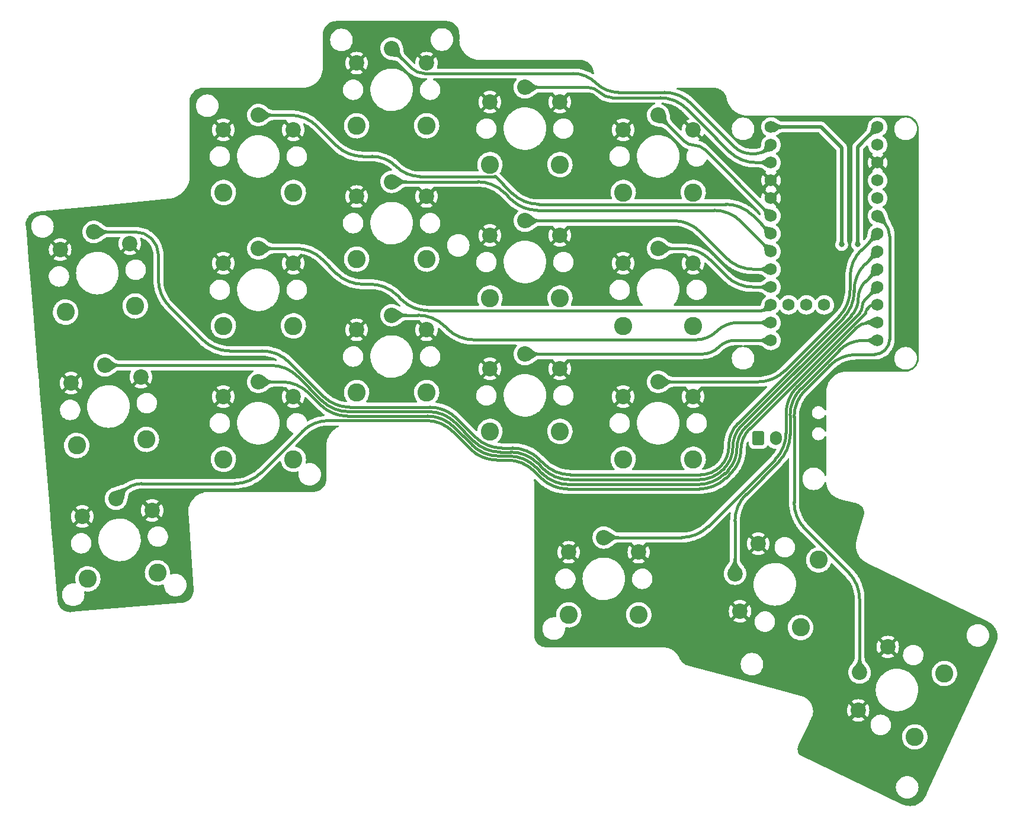
<source format=gbr>
%TF.GenerationSoftware,KiCad,Pcbnew,(6.0.4)*%
%TF.CreationDate,2022-06-27T23:05:56+02:00*%
%TF.ProjectId,Diom-35SP_PCB-rounded,44696f6d-2d33-4355-9350-5f5043422d72,rev?*%
%TF.SameCoordinates,Original*%
%TF.FileFunction,Copper,L1,Top*%
%TF.FilePolarity,Positive*%
%FSLAX46Y46*%
G04 Gerber Fmt 4.6, Leading zero omitted, Abs format (unit mm)*
G04 Created by KiCad (PCBNEW (6.0.4)) date 2022-06-27 23:05:56*
%MOMM*%
%LPD*%
G01*
G04 APERTURE LIST*
G04 Aperture macros list*
%AMRoundRect*
0 Rectangle with rounded corners*
0 $1 Rounding radius*
0 $2 $3 $4 $5 $6 $7 $8 $9 X,Y pos of 4 corners*
0 Add a 4 corners polygon primitive as box body*
4,1,4,$2,$3,$4,$5,$6,$7,$8,$9,$2,$3,0*
0 Add four circle primitives for the rounded corners*
1,1,$1+$1,$2,$3*
1,1,$1+$1,$4,$5*
1,1,$1+$1,$6,$7*
1,1,$1+$1,$8,$9*
0 Add four rect primitives between the rounded corners*
20,1,$1+$1,$2,$3,$4,$5,0*
20,1,$1+$1,$4,$5,$6,$7,0*
20,1,$1+$1,$6,$7,$8,$9,0*
20,1,$1+$1,$8,$9,$2,$3,0*%
G04 Aperture macros list end*
%TA.AperFunction,ComponentPad*%
%ADD10C,2.600000*%
%TD*%
%TA.AperFunction,ComponentPad*%
%ADD11C,2.200000*%
%TD*%
%TA.AperFunction,ComponentPad*%
%ADD12RoundRect,0.250000X-0.600000X-0.750000X0.600000X-0.750000X0.600000X0.750000X-0.600000X0.750000X0*%
%TD*%
%TA.AperFunction,ComponentPad*%
%ADD13O,1.700000X2.000000*%
%TD*%
%TA.AperFunction,ComponentPad*%
%ADD14C,1.752600*%
%TD*%
%TA.AperFunction,ViaPad*%
%ADD15C,0.800000*%
%TD*%
%TA.AperFunction,Conductor*%
%ADD16C,0.381000*%
%TD*%
%TA.AperFunction,Conductor*%
%ADD17C,0.508000*%
%TD*%
G04 APERTURE END LIST*
D10*
%TO.P,MX2,*%
%TO.N,*%
X111362500Y-55950000D03*
X101362500Y-55950000D03*
D11*
%TO.P,MX2,1,COL*%
%TO.N,MX2*%
X106362500Y-44900000D03*
X106362500Y-44900000D03*
%TO.P,MX2,2,ROW*%
%TO.N,GND*%
X101362500Y-47000000D03*
X111362500Y-47000000D03*
%TD*%
D10*
%TO.P,MX16,*%
%TO.N,*%
X150733750Y-116275000D03*
X160733750Y-116275000D03*
D11*
%TO.P,MX16,1,COL*%
%TO.N,MX16*%
X155733750Y-105225000D03*
X155733750Y-105225000D03*
%TO.P,MX16,2,ROW*%
%TO.N,GND*%
X150733750Y-107325000D03*
X160733750Y-107325000D03*
%TD*%
D10*
%TO.P,MX7,*%
%TO.N,*%
X111362500Y-75000000D03*
X101362500Y-75000000D03*
D11*
%TO.P,MX7,1,COL*%
%TO.N,MX7*%
X106362500Y-63950000D03*
X106362500Y-63950000D03*
%TO.P,MX7,2,ROW*%
%TO.N,GND*%
X111362500Y-66050000D03*
X101362500Y-66050000D03*
%TD*%
D10*
%TO.P,MX14,*%
%TO.N,*%
X139462500Y-90081250D03*
X149462500Y-90081250D03*
D11*
%TO.P,MX14,1,COL*%
%TO.N,MX14*%
X144462500Y-79031250D03*
X144462500Y-79031250D03*
%TO.P,MX14,2,ROW*%
%TO.N,GND*%
X149462500Y-81131250D03*
X139462500Y-81131250D03*
%TD*%
D10*
%TO.P,MX1,*%
%TO.N,*%
X78811629Y-73034931D03*
X88773576Y-72163374D03*
D11*
%TO.P,MX1,1,COL*%
%TO.N,MX1*%
X82829531Y-61591201D03*
X82829531Y-61591201D03*
%TO.P,MX1,2,ROW*%
%TO.N,GND*%
X87993532Y-63247431D03*
X78031585Y-64118989D03*
%TD*%
D12*
%TO.P,J1,1,Pin_1*%
%TO.N,B-*%
X177820000Y-91051500D03*
D13*
%TO.P,J1,2,Pin_2*%
%TO.N,Net-(J1-Pad2)*%
X180320000Y-91051500D03*
%TD*%
D10*
%TO.P,MX6,*%
%TO.N,*%
X80399129Y-92084931D03*
X90361076Y-91213374D03*
D11*
%TO.P,MX6,1,COL*%
%TO.N,MX6*%
X84417031Y-80641201D03*
X84417031Y-80641201D03*
%TO.P,MX6,2,ROW*%
%TO.N,GND*%
X89581032Y-82297431D03*
X79619085Y-83168989D03*
%TD*%
D10*
%TO.P,MX5,*%
%TO.N,*%
X158512500Y-55950000D03*
X168512500Y-55950000D03*
D11*
%TO.P,MX5,1,COL*%
%TO.N,MX5*%
X163512500Y-44900000D03*
X163512500Y-44900000D03*
%TO.P,MX5,2,ROW*%
%TO.N,GND*%
X158512500Y-47000000D03*
X168512500Y-47000000D03*
%TD*%
D10*
%TO.P,MX9,*%
%TO.N,*%
X139462500Y-71031250D03*
X149462500Y-71031250D03*
D11*
%TO.P,MX9,1,COL*%
%TO.N,MX9*%
X144462500Y-59981250D03*
X144462500Y-59981250D03*
%TO.P,MX9,2,ROW*%
%TO.N,GND*%
X139462500Y-62081250D03*
X149462500Y-62081250D03*
%TD*%
D10*
%TO.P,MX17,*%
%TO.N,*%
X186449863Y-108422039D03*
X183861673Y-118081297D03*
D11*
%TO.P,MX17,1,COL*%
%TO.N,MX17*%
X174482288Y-110391718D03*
X174482288Y-110391718D03*
%TO.P,MX17,2,ROW*%
%TO.N,GND*%
X175216637Y-115764867D03*
X177804827Y-106105608D03*
%TD*%
D10*
%TO.P,MX3,*%
%TO.N,*%
X130412500Y-46425000D03*
X120412500Y-46425000D03*
D11*
%TO.P,MX3,1,COL*%
%TO.N,MX3*%
X125412500Y-35375000D03*
X125412500Y-35375000D03*
%TO.P,MX3,2,ROW*%
%TO.N,GND*%
X130412500Y-37475000D03*
X120412500Y-37475000D03*
%TD*%
D10*
%TO.P,MX13,*%
%TO.N,*%
X120412500Y-84525000D03*
X130412500Y-84525000D03*
D11*
%TO.P,MX13,1,COL*%
%TO.N,MX13*%
X125412500Y-73475000D03*
X125412500Y-73475000D03*
%TO.P,MX13,2,ROW*%
%TO.N,GND*%
X120412500Y-75575000D03*
X130412500Y-75575000D03*
%TD*%
D14*
%TO.P,U1,1,TX0/P0.06*%
%TO.N,MX3*%
X179627831Y-49135500D03*
%TO.P,U1,2,RX1/P0.08*%
%TO.N,MX4*%
X179627831Y-51675500D03*
%TO.P,U1,3,GND*%
%TO.N,GND*%
X179627831Y-54215500D03*
%TO.P,U1,4,GND*%
X179627831Y-56755500D03*
%TO.P,U1,5,P0.17*%
%TO.N,MX5*%
X179627831Y-59295500D03*
%TO.P,U1,6,P0.20*%
%TO.N,MX2*%
X179627831Y-61835500D03*
%TO.P,U1,7,P0.22*%
%TO.N,MX8*%
X179627831Y-64375500D03*
%TO.P,U1,8,P0.24*%
%TO.N,MX9*%
X179627831Y-66915500D03*
%TO.P,U1,9,P1.00*%
%TO.N,MX10*%
X179627831Y-69455500D03*
%TO.P,U1,10,P0.11*%
%TO.N,MX7*%
X179627831Y-71995500D03*
%TO.P,U1,11,P1.04*%
%TO.N,MX13*%
X179627831Y-74535500D03*
%TO.P,U1,12,P1.06*%
%TO.N,MX14*%
X179627831Y-77075500D03*
%TO.P,U1,13,NFC1/P0.09*%
%TO.N,MX17*%
X194867831Y-77075500D03*
%TO.P,U1,14,NFC2/P0.10*%
%TO.N,MX16*%
X194867831Y-74535500D03*
%TO.P,U1,15,P1.11*%
%TO.N,MX11*%
X194867831Y-71995500D03*
%TO.P,U1,16,P1.13*%
%TO.N,MX12*%
X194867831Y-69455500D03*
%TO.P,U1,17,P1.15*%
%TO.N,MX6*%
X194867831Y-66915500D03*
%TO.P,U1,18,AIN0/P0.02*%
%TO.N,MX1*%
X194867831Y-64375500D03*
%TO.P,U1,19,AIN5/P0.29*%
%TO.N,MX15*%
X194867831Y-61835500D03*
%TO.P,U1,20,AIN7/P0.31*%
%TO.N,MX18*%
X194867831Y-59295500D03*
%TO.P,U1,21,VCC*%
%TO.N,VCC*%
X194867831Y-56755500D03*
%TO.P,U1,22,RST*%
%TO.N,unconnected-(U1-Pad22)*%
X194867831Y-54215500D03*
%TO.P,U1,23,GND*%
%TO.N,GND*%
X194867831Y-51675500D03*
%TO.P,U1,24,BATIN/P0.04*%
%TO.N,unconnected-(U1-Pad24)*%
X194867831Y-49135500D03*
%TO.P,U1,30,GND*%
%TO.N,B-*%
X179627831Y-46595500D03*
%TO.P,U1,31,P1.01*%
%TO.N,unconnected-(U1-Pad31)*%
X182167831Y-71995500D03*
%TO.P,U1,32,P1.02*%
%TO.N,unconnected-(U1-Pad32)*%
X184707831Y-71995500D03*
%TO.P,U1,33,P1.07*%
%TO.N,unconnected-(U1-Pad33)*%
X187247831Y-71995500D03*
%TO.P,U1,34,BATIN/P0.04*%
%TO.N,B+*%
X194867831Y-46595500D03*
%TD*%
D10*
%TO.P,MX15,*%
%TO.N,*%
X168512500Y-94050000D03*
X158512500Y-94050000D03*
D11*
%TO.P,MX15,1,COL*%
%TO.N,MX15*%
X163512500Y-83000000D03*
X163512500Y-83000000D03*
%TO.P,MX15,2,ROW*%
%TO.N,GND*%
X158512500Y-85100000D03*
X168512500Y-85100000D03*
%TD*%
D10*
%TO.P,MX12,*%
%TO.N,*%
X101362500Y-94050000D03*
X111362500Y-94050000D03*
D11*
%TO.P,MX12,1,COL*%
%TO.N,MX12*%
X106362500Y-83000000D03*
X106362500Y-83000000D03*
%TO.P,MX12,2,ROW*%
%TO.N,GND*%
X101362500Y-85100000D03*
X111362500Y-85100000D03*
%TD*%
D10*
%TO.P,MX18,*%
%TO.N,*%
X200198144Y-133708023D03*
X204424326Y-124644945D03*
D11*
%TO.P,MX18,1,COL*%
%TO.N,MX18*%
X192296534Y-124506552D03*
X192296534Y-124506552D03*
%TO.P,MX18,2,ROW*%
%TO.N,GND*%
X196312872Y-120862512D03*
X192086689Y-129925590D03*
%TD*%
D10*
%TO.P,MX4,*%
%TO.N,*%
X139462500Y-51981250D03*
X149462500Y-51981250D03*
D11*
%TO.P,MX4,1,COL*%
%TO.N,MX4*%
X144462500Y-40931250D03*
X144462500Y-40931250D03*
%TO.P,MX4,2,ROW*%
%TO.N,GND*%
X139462500Y-43031250D03*
X149462500Y-43031250D03*
%TD*%
D10*
%TO.P,MX10,*%
%TO.N,*%
X158512500Y-75000000D03*
X168512500Y-75000000D03*
D11*
%TO.P,MX10,1,COL*%
%TO.N,MX10*%
X163512500Y-63950000D03*
X163512500Y-63950000D03*
%TO.P,MX10,2,ROW*%
%TO.N,GND*%
X168512500Y-66050000D03*
X158512500Y-66050000D03*
%TD*%
D10*
%TO.P,MX8,*%
%TO.N,*%
X130412500Y-65475000D03*
X120412500Y-65475000D03*
D11*
%TO.P,MX8,1,COL*%
%TO.N,MX8*%
X125412500Y-54425000D03*
X125412500Y-54425000D03*
%TO.P,MX8,2,ROW*%
%TO.N,GND*%
X120412500Y-56525000D03*
X130412500Y-56525000D03*
%TD*%
D10*
%TO.P,MX11,*%
%TO.N,*%
X81986629Y-111134931D03*
X91948576Y-110263374D03*
D11*
%TO.P,MX11,1,COL*%
%TO.N,MX11*%
X86004531Y-99691201D03*
X86004531Y-99691201D03*
%TO.P,MX11,2,ROW*%
%TO.N,GND*%
X81206585Y-102218989D03*
X91168532Y-101347431D03*
%TD*%
D15*
%TO.N,B-*%
X189738000Y-63373000D03*
%TO.N,B+*%
X192024000Y-63373000D03*
%TD*%
D16*
%TO.N,MX18*%
X194380761Y-79099983D02*
G75*
G03*
X195949999Y-78449999I39J2219183D01*
G01*
X196600001Y-62252497D02*
G75*
G03*
X195733915Y-60161584I-2957001J-3D01*
G01*
X195950011Y-78450011D02*
G75*
G03*
X196600000Y-76880761I-1569211J1569211D01*
G01*
X184526787Y-104026841D02*
G75*
G02*
X182933022Y-100179058I3847813J3847741D01*
G01*
X188002280Y-80693777D02*
G75*
G02*
X191850051Y-79100000I3847720J-3847723D01*
G01*
X192296540Y-114050497D02*
G75*
G03*
X190702741Y-110202741I-5441540J-3D01*
G01*
X182933051Y-88017029D02*
G75*
G02*
X184526814Y-84169273I5441549J29D01*
G01*
%TO.N,MX17*%
X182361991Y-87780505D02*
G75*
G02*
X183955795Y-83932750I5441509J5D01*
G01*
X189379434Y-78509057D02*
G75*
G02*
X192840437Y-77075500I3460966J-3461043D01*
G01*
X174482291Y-102899219D02*
G75*
G02*
X176076081Y-99051464I5441509J19D01*
G01*
X180768231Y-94359356D02*
G75*
G03*
X182362002Y-90511578I-3847831J3847756D01*
G01*
%TO.N,MX16*%
X191724450Y-75356586D02*
G75*
G02*
X193706665Y-74535500I1982250J-1982214D01*
G01*
X180197169Y-94122790D02*
G75*
G03*
X181790982Y-90275054I-3847769J3847790D01*
G01*
X166841036Y-105225010D02*
G75*
G03*
X170688792Y-103631207I-36J5441610D01*
G01*
X181790960Y-87543981D02*
G75*
G02*
X183384775Y-83696226I5441540J-19D01*
G01*
%TO.N,MX15*%
X177763036Y-83000010D02*
G75*
G03*
X181610792Y-81406207I-36J5441610D01*
G01*
X189351216Y-73665841D02*
G75*
G03*
X190944980Y-69818056I-3847816J3847741D01*
G01*
X190944981Y-68012314D02*
G75*
G02*
X192538772Y-64164558I5441519J14D01*
G01*
%TO.N,MX14*%
X172141383Y-78053383D02*
G75*
G02*
X174502174Y-77075500I2360817J-2360817D01*
G01*
X169780575Y-79031240D02*
G75*
G03*
X172141375Y-78053375I25J3338640D01*
G01*
%TO.N,MX13*%
X168918004Y-76993737D02*
G75*
G03*
X171885375Y-75764625I-4J4196537D01*
G01*
X171885351Y-75764601D02*
G75*
G02*
X174852745Y-74535500I2967349J-2967399D01*
G01*
X137191463Y-76993775D02*
G75*
G02*
X133343707Y-75399957I37J5441575D01*
G01*
X129164786Y-73475025D02*
G75*
G02*
X133012542Y-75068792I14J-5441575D01*
G01*
%TO.N,MX12*%
X150762507Y-97662979D02*
G75*
G02*
X146914752Y-96069206I-7J5441579D01*
G01*
X130506580Y-87884029D02*
G75*
G02*
X134354336Y-89477792I20J-5441571D01*
G01*
X194860787Y-69455480D02*
G75*
G02*
X194862850Y-69460480I13J-2920D01*
G01*
X119093963Y-87884010D02*
G75*
G02*
X115246208Y-86290206I37J5441610D01*
G01*
X192676939Y-72217665D02*
G75*
G02*
X193080919Y-71242411I1379261J-35D01*
G01*
X192273018Y-73192945D02*
G75*
G03*
X192676956Y-72217665I-975318J975245D01*
G01*
X173462577Y-95650457D02*
G75*
G03*
X174752000Y-92537456I-3112977J3112957D01*
G01*
X142189620Y-93598029D02*
G75*
G02*
X146037376Y-95191832I-20J-5441571D01*
G01*
X174751961Y-92537456D02*
G75*
G02*
X176041440Y-89424471I4402439J-44D01*
G01*
X109702036Y-82999990D02*
G75*
G02*
X113549791Y-84593793I-36J-5441610D01*
G01*
X169196036Y-97663010D02*
G75*
G03*
X173043792Y-96069207I-36J5441610D01*
G01*
X140728547Y-93598009D02*
G75*
G02*
X136880791Y-92004247I-47J5441509D01*
G01*
%TO.N,MX11*%
X150589963Y-98298010D02*
G75*
G02*
X146742208Y-96704206I37J5441610D01*
G01*
X87082128Y-98613597D02*
G75*
G02*
X89683689Y-97536000I2601572J-2601603D01*
G01*
X175322993Y-92773980D02*
G75*
G02*
X176612461Y-89660996I4402407J-20D01*
G01*
X193584525Y-72330707D02*
G75*
G02*
X194393779Y-71995500I809275J-809293D01*
G01*
X169368580Y-98297969D02*
G75*
G03*
X173216335Y-96704205I20J5441569D01*
G01*
X193247953Y-72846366D02*
G75*
G02*
X193374628Y-72540599I432447J-34D01*
G01*
X193121352Y-73152161D02*
G75*
G03*
X193247976Y-72846366I-305852J305761D01*
G01*
X140492023Y-94169040D02*
G75*
G02*
X136644267Y-92575267I-23J5441540D01*
G01*
X112615480Y-90112777D02*
G75*
G02*
X116463251Y-88519000I3847720J-3847723D01*
G01*
X174033589Y-95886974D02*
G75*
G03*
X175323020Y-92773980I-3112989J3112974D01*
G01*
X130334036Y-88518990D02*
G75*
G02*
X134181791Y-90112793I-36J-5441610D01*
G01*
X141953096Y-94169060D02*
G75*
G02*
X145800852Y-95762852I4J-5441540D01*
G01*
X102938324Y-97536001D02*
G75*
G03*
X106786079Y-95942206I-24J5441601D01*
G01*
%TO.N,MX10*%
X167060492Y-63950021D02*
G75*
G02*
X170908247Y-65543793I8J-5441579D01*
G01*
X177073919Y-69455471D02*
G75*
G02*
X173226163Y-67861707I-19J5441571D01*
G01*
%TO.N,MX9*%
X177119463Y-66915510D02*
G75*
G02*
X173271708Y-65321706I37J5441610D01*
G01*
X165677286Y-59981260D02*
G75*
G02*
X169525042Y-61575042I14J-5441540D01*
G01*
%TO.N,MX8*%
X171499106Y-58500738D02*
G75*
G02*
X175346862Y-60094531I-6J-5441562D01*
G01*
X146291458Y-58500771D02*
G75*
G02*
X142443702Y-56906946I42J5441571D01*
G01*
X137707792Y-54425021D02*
G75*
G02*
X141555547Y-56018793I8J-5441579D01*
G01*
%TO.N,MX7*%
X130631484Y-72815040D02*
G75*
G02*
X126783728Y-71221228I16J5441540D01*
G01*
X122364786Y-69056260D02*
G75*
G02*
X126212542Y-70650042I14J-5441540D01*
G01*
X111702286Y-63950025D02*
G75*
G02*
X115550042Y-65543792I14J-5441575D01*
G01*
X178228821Y-72815031D02*
G75*
G03*
X179218069Y-72405259I-21J1399031D01*
G01*
X121316463Y-69056275D02*
G75*
G02*
X117468707Y-67462457I37J5441575D01*
G01*
%TO.N,MX6*%
X169331936Y-96964993D02*
G75*
G03*
X172760727Y-95544727I-36J4849093D01*
G01*
X130679124Y-87248998D02*
G75*
G02*
X134526880Y-88842792I-24J-5441602D01*
G01*
X191089441Y-73568896D02*
G75*
G03*
X192105936Y-71114913I-2453941J2453996D01*
G01*
X172891514Y-95413891D02*
G75*
G03*
X174180980Y-92300932I-3112914J3112991D01*
G01*
X174181001Y-92300932D02*
G75*
G02*
X175470420Y-89187947I4402399J32D01*
G01*
X150872031Y-96964948D02*
G75*
G02*
X147024276Y-95371186I-31J5441548D01*
G01*
X140965071Y-93027048D02*
G75*
G02*
X137117316Y-91433226I29J5441548D01*
G01*
X108150781Y-80641229D02*
G75*
G02*
X111998537Y-82234993I19J-5441571D01*
G01*
X119266507Y-87248979D02*
G75*
G02*
X115418752Y-85655206I-7J5441579D01*
G01*
X192105942Y-71114913D02*
G75*
G02*
X193122416Y-68660916I3470458J13D01*
G01*
X142426144Y-93026998D02*
G75*
G02*
X146273900Y-94620812I-44J-5441602D01*
G01*
%TO.N,MX5*%
X168684915Y-49212484D02*
G75*
G02*
X170152882Y-49820553I-15J-2076016D01*
G01*
X168684915Y-49212494D02*
G75*
G02*
X167216948Y-48604446I-15J2075994D01*
G01*
%TO.N,MX4*%
X177437165Y-51675534D02*
G75*
G02*
X173697465Y-50126465I35J5288734D01*
G01*
X170005462Y-46434492D02*
G75*
G02*
X169993011Y-46404381I30138J30092D01*
G01*
X163770297Y-42418018D02*
G75*
G02*
X167618053Y-44011793I3J-5441582D01*
G01*
X156961748Y-42418049D02*
G75*
G02*
X155167081Y-41674625I52J2538049D01*
G01*
X169993010Y-46404381D02*
G75*
G03*
X169980544Y-46374284I-42610J-19D01*
G01*
X153372414Y-40931243D02*
G75*
G02*
X155167080Y-41674626I-14J-2538057D01*
G01*
%TO.N,MX3*%
X177436759Y-50418962D02*
G75*
G03*
X178986080Y-49777249I41J2191062D01*
G01*
X151345976Y-38955518D02*
G75*
G02*
X154605755Y-40305755I24J-4609982D01*
G01*
X130136156Y-38955537D02*
G75*
G02*
X128184687Y-38147185I44J2759837D01*
G01*
X157865534Y-41655982D02*
G75*
G02*
X154605755Y-40305755I-34J4609982D01*
G01*
X164370036Y-41655990D02*
G75*
G02*
X168217791Y-43249793I-36J-5441610D01*
G01*
X176865665Y-50419028D02*
G75*
G02*
X174341425Y-49373425I35J3569828D01*
G01*
%TO.N,MX2*%
X173168878Y-57630538D02*
G75*
G02*
X177016634Y-59224303I22J-5441562D01*
G01*
X122595179Y-50800006D02*
G75*
G02*
X126049630Y-52230880I21J-4885294D01*
G01*
X110908536Y-44899990D02*
G75*
G02*
X114756291Y-46493793I-36J-5441610D01*
G01*
X146459484Y-57630533D02*
G75*
G02*
X142611728Y-56036718I16J5441533D01*
G01*
X140178156Y-53642236D02*
G75*
G02*
X140217224Y-53642216I19544J-19564D01*
G01*
X121316463Y-50800010D02*
G75*
G02*
X117468708Y-49206206I37J5441610D01*
G01*
X129504081Y-53661765D02*
G75*
G02*
X126049630Y-52230880I19J4885365D01*
G01*
X140130951Y-53661787D02*
G75*
G03*
X140178136Y-53642216I-51J66787D01*
G01*
%TO.N,MX1*%
X150980595Y-96265988D02*
G75*
G02*
X147132839Y-94672207I5J5441588D01*
G01*
X119439051Y-86614019D02*
G75*
G02*
X115591295Y-85020207I49J5441619D01*
G01*
X172420922Y-95076962D02*
G75*
G03*
X173609960Y-92206418I-2870522J2870562D01*
G01*
X189922238Y-73928647D02*
G75*
G03*
X191516000Y-70080860I-3847838J3847747D01*
G01*
X173609970Y-92064408D02*
G75*
G02*
X174899400Y-88951423I4402430J8D01*
G01*
X106898374Y-78581269D02*
G75*
G02*
X110746129Y-80175043I26J-5441531D01*
G01*
X88816476Y-61591211D02*
G75*
G02*
X91120600Y-62545600I24J-3258489D01*
G01*
X141201595Y-92455988D02*
G75*
G02*
X137353839Y-90862207I5J5441588D01*
G01*
X191515981Y-69981294D02*
G75*
G02*
X193109792Y-66133538I5441519J-6D01*
G01*
X142662668Y-92456038D02*
G75*
G02*
X146510423Y-94049793I32J-5441562D01*
G01*
X169550378Y-96265979D02*
G75*
G03*
X172420936Y-95076976I22J4059579D01*
G01*
X92074989Y-64849724D02*
G75*
G03*
X91120600Y-62545600I-3258489J24D01*
G01*
X102266463Y-78581275D02*
G75*
G02*
X98418707Y-76987457I37J5441575D01*
G01*
X130851668Y-86614038D02*
G75*
G02*
X134699423Y-88207793I32J-5441562D01*
G01*
X93668775Y-72237559D02*
G75*
G02*
X92075000Y-68389786I3847825J3847759D01*
G01*
D17*
%TO.N,B-*%
X189738000Y-49530000D02*
X186803500Y-46595500D01*
X186803500Y-46595500D02*
X179627831Y-46595500D01*
X189738000Y-63373000D02*
X189738000Y-49530000D01*
%TO.N,B+*%
X192024000Y-49439331D02*
X194867831Y-46595500D01*
X192024000Y-63373000D02*
X192024000Y-49439331D01*
D16*
%TO.N,MX1*%
X147132839Y-94672207D02*
X146510424Y-94049792D01*
X191516000Y-70080860D02*
X191516000Y-69981294D01*
X92075000Y-64849724D02*
X92075000Y-68389786D01*
X173609960Y-92206418D02*
X173609960Y-92064408D01*
X119439051Y-86614000D02*
X130851668Y-86614000D01*
X193109792Y-66133538D02*
X194867831Y-64375500D01*
X141201595Y-92456000D02*
X142662668Y-92456000D01*
X115591295Y-85020207D02*
X110746130Y-80175042D01*
X150980595Y-96266000D02*
X169550378Y-96266000D01*
X98418707Y-76987457D02*
X93668792Y-72237542D01*
X189922207Y-73928616D02*
X174899400Y-88951423D01*
X88816476Y-61591201D02*
X82829531Y-61591201D01*
X137353839Y-90862207D02*
X134699424Y-88207792D01*
X106898374Y-78581250D02*
X102266463Y-78581250D01*
%TO.N,MX2*%
X110908536Y-44900000D02*
X106362500Y-44900000D01*
X114756292Y-46493792D02*
X117468707Y-49206207D01*
X173168878Y-57630511D02*
X146459484Y-57630511D01*
X142611728Y-56036718D02*
X140217225Y-53642215D01*
X129504081Y-53661761D02*
X140130951Y-53661761D01*
X122595179Y-50800000D02*
X121316463Y-50800000D01*
X177016634Y-59224303D02*
X179627831Y-61835500D01*
%TO.N,MX3*%
X151345976Y-38955511D02*
X130136156Y-38955511D01*
X157865534Y-41656000D02*
X164370036Y-41656000D01*
X168217792Y-43249792D02*
X174341425Y-49373425D01*
X178986081Y-49777250D02*
X179627831Y-49135500D01*
X128184686Y-38147186D02*
X125412500Y-35375000D01*
X177436759Y-50419000D02*
X176865665Y-50419000D01*
%TO.N,MX4*%
X163770297Y-42418001D02*
X156961748Y-42418001D01*
X177437165Y-51675500D02*
X179627831Y-51675500D01*
X167618053Y-44011793D02*
X169980544Y-46374284D01*
X153372414Y-40931250D02*
X144462500Y-40931250D01*
X173697465Y-50126465D02*
X170005477Y-46434477D01*
%TO.N,MX5*%
X167216947Y-48604447D02*
X163512500Y-44900000D01*
X170152883Y-49820552D02*
X179627831Y-59295500D01*
%TO.N,MX6*%
X191089456Y-73568911D02*
X175470420Y-89187947D01*
X140965071Y-93027020D02*
X142426144Y-93027020D01*
X134526880Y-88842792D02*
X137117315Y-91433227D01*
X169331936Y-96964980D02*
X150872031Y-96964980D01*
X130679124Y-87249000D02*
X119266507Y-87249000D01*
X108150781Y-80641201D02*
X84417031Y-80641201D01*
X172760727Y-95544727D02*
X172891539Y-95413916D01*
X111998537Y-82234993D02*
X115418751Y-85655207D01*
X193122415Y-68660915D02*
X194867831Y-66915500D01*
X147024275Y-95371187D02*
X146273900Y-94620812D01*
%TO.N,MX7*%
X115550042Y-65543792D02*
X117468707Y-67462457D01*
X179218070Y-72405260D02*
X179627831Y-71995500D01*
X122364786Y-69056250D02*
X121316463Y-69056250D01*
X126783728Y-71221228D02*
X126212542Y-70650042D01*
X111702286Y-63950000D02*
X106362500Y-63950000D01*
X130631484Y-72815021D02*
X178228821Y-72815021D01*
%TO.N,MX8*%
X137707792Y-54425000D02*
X125412500Y-54425000D01*
X175346862Y-60094531D02*
X179627831Y-64375500D01*
X171499106Y-58500739D02*
X146291458Y-58500739D01*
X142443702Y-56906946D02*
X141555548Y-56018792D01*
%TO.N,MX9*%
X165677286Y-59981250D02*
X144462500Y-59981250D01*
X173271707Y-65321707D02*
X169525042Y-61575042D01*
X177119463Y-66915500D02*
X179627831Y-66915500D01*
%TO.N,MX10*%
X177073919Y-69455500D02*
X179627831Y-69455500D01*
X167060492Y-63950000D02*
X163512500Y-63950000D01*
X170908248Y-65543792D02*
X173226163Y-67861707D01*
%TO.N,MX11*%
X89683689Y-97536000D02*
X102938324Y-97536000D01*
X146742207Y-96704207D02*
X145800852Y-95762852D01*
X116463251Y-88519000D02*
X130334036Y-88519000D01*
X173216336Y-96704206D02*
X174033579Y-95886964D01*
X150589963Y-98298000D02*
X169368580Y-98298000D01*
X193584522Y-72330704D02*
X193374628Y-72540599D01*
X140492023Y-94169060D02*
X141953096Y-94169060D01*
X112615495Y-90112792D02*
X106786080Y-95942207D01*
X136644267Y-92575267D02*
X134181792Y-90112792D01*
X87082131Y-98613600D02*
X86004531Y-99691201D01*
X176612460Y-89660995D02*
X193121323Y-73152132D01*
X194393779Y-71995500D02*
X194867831Y-71995500D01*
%TO.N,MX12*%
X109702036Y-83000000D02*
X106362500Y-83000000D01*
X130506580Y-87884000D02*
X119093963Y-87884000D01*
X115246207Y-86290207D02*
X113549792Y-84593792D01*
X192272992Y-73192919D02*
X176041440Y-89424471D01*
X142189620Y-93598040D02*
X140728547Y-93598040D01*
X150762507Y-97663000D02*
X169196036Y-97663000D01*
X194862850Y-69460480D02*
X193080919Y-71242411D01*
X146914751Y-96069207D02*
X146037376Y-95191832D01*
X134354336Y-89477792D02*
X136880791Y-92004247D01*
X173462559Y-95650439D02*
X173043792Y-96069207D01*
X194860787Y-69455500D02*
X194853743Y-69455500D01*
%TO.N,MX13*%
X133343707Y-75399957D02*
X133012542Y-75068792D01*
X129164786Y-73475000D02*
X125412500Y-73475000D01*
X174852745Y-74535500D02*
X179627831Y-74535500D01*
X168918004Y-76993750D02*
X137191463Y-76993750D01*
%TO.N,MX14*%
X174502174Y-77075500D02*
X179627831Y-77075500D01*
X169780575Y-79031250D02*
X144462500Y-79031250D01*
%TO.N,MX15*%
X181610792Y-81406207D02*
X189351187Y-73665812D01*
X177763036Y-83000000D02*
X163512500Y-83000000D01*
X190944980Y-69818056D02*
X190944980Y-68012314D01*
X192538772Y-64164558D02*
X194867831Y-61835500D01*
%TO.N,MX16*%
X181790982Y-90275054D02*
X181790982Y-87543981D01*
X180197189Y-94122810D02*
X170688792Y-103631207D01*
X166841036Y-105225000D02*
X155733750Y-105225000D01*
X193706665Y-74535500D02*
X194867831Y-74535500D01*
X191724431Y-75356567D02*
X183384774Y-83696225D01*
%TO.N,MX17*%
X183955794Y-83932749D02*
X189379460Y-78509083D01*
X176076080Y-99051463D02*
X180768209Y-94359334D01*
X192840437Y-77075500D02*
X194867831Y-77075500D01*
X174482288Y-102899219D02*
X174482288Y-110391718D01*
X182362002Y-87780505D02*
X182362002Y-90511578D01*
%TO.N,MX18*%
X182933022Y-100179058D02*
X182933022Y-88017029D01*
X196600000Y-62252497D02*
X196600000Y-76880761D01*
X195733915Y-60161584D02*
X194867831Y-59295500D01*
X188002295Y-80693792D02*
X184526814Y-84169273D01*
X194380761Y-79100000D02*
X191850051Y-79100000D01*
X192296534Y-114050497D02*
X192296534Y-124506552D01*
X184526814Y-104026814D02*
X190702741Y-110202741D01*
%TD*%
%TA.AperFunction,Conductor*%
%TO.N,B+*%
G36*
X195173823Y-46289185D02*
G01*
X195177411Y-46297847D01*
X195177214Y-46307920D01*
X195156474Y-47368934D01*
X195155576Y-47414848D01*
X195151988Y-47423052D01*
X195147375Y-47425783D01*
X195022374Y-47464924D01*
X194987622Y-47475806D01*
X194986994Y-47475984D01*
X194837356Y-47513822D01*
X194836950Y-47513917D01*
X194701090Y-47543163D01*
X194701048Y-47543172D01*
X194575159Y-47569789D01*
X194575149Y-47569791D01*
X194575070Y-47569808D01*
X194574998Y-47569826D01*
X194574985Y-47569829D01*
X194519331Y-47583759D01*
X194455304Y-47599785D01*
X194455095Y-47599855D01*
X194455088Y-47599857D01*
X194338142Y-47639004D01*
X194338138Y-47639006D01*
X194337835Y-47639107D01*
X194337543Y-47639241D01*
X194337538Y-47639243D01*
X194312551Y-47650714D01*
X194218747Y-47693777D01*
X194094125Y-47769801D01*
X193960053Y-47873181D01*
X193820878Y-48002263D01*
X193812483Y-48005376D01*
X193804650Y-48001957D01*
X193461374Y-47658681D01*
X193457947Y-47650408D01*
X193461069Y-47642453D01*
X193590149Y-47503277D01*
X193693529Y-47369205D01*
X193769553Y-47244583D01*
X193824223Y-47125495D01*
X193863545Y-47008026D01*
X193893522Y-46888260D01*
X193920158Y-46762282D01*
X193949414Y-46626375D01*
X193949508Y-46625974D01*
X193987346Y-46476336D01*
X193987524Y-46475708D01*
X194037547Y-46315957D01*
X194043289Y-46309086D01*
X194048481Y-46307755D01*
X194814371Y-46292784D01*
X195165484Y-46285920D01*
X195173823Y-46289185D01*
G37*
%TD.AperFunction*%
%TD*%
%TA.AperFunction,Conductor*%
%TO.N,MX18*%
G36*
X192484167Y-122319979D02*
G01*
X192487580Y-122327678D01*
X192499653Y-122573689D01*
X192535454Y-122785267D01*
X192591357Y-122961196D01*
X192591540Y-122961573D01*
X192664122Y-123111071D01*
X192664126Y-123111078D01*
X192664276Y-123111387D01*
X192751131Y-123245751D01*
X192848838Y-123374201D01*
X192848879Y-123374252D01*
X192954213Y-123506520D01*
X192954409Y-123506773D01*
X193064254Y-123652704D01*
X193064685Y-123653317D01*
X193175970Y-123822754D01*
X193176482Y-123823611D01*
X193282468Y-124019558D01*
X193283390Y-124028465D01*
X193280610Y-124033234D01*
X192304967Y-125047783D01*
X192296763Y-125051371D01*
X192288101Y-125047783D01*
X191312456Y-124033233D01*
X191309192Y-124024895D01*
X191310599Y-124019558D01*
X191416585Y-123823611D01*
X191417097Y-123822754D01*
X191528382Y-123653317D01*
X191528813Y-123652704D01*
X191638658Y-123506773D01*
X191638854Y-123506520D01*
X191744188Y-123374252D01*
X191744229Y-123374201D01*
X191841936Y-123245751D01*
X191928791Y-123111387D01*
X191928941Y-123111078D01*
X191928945Y-123111071D01*
X192001527Y-122961573D01*
X192001710Y-122961196D01*
X192057613Y-122785267D01*
X192093414Y-122573689D01*
X192105488Y-122327678D01*
X192109316Y-122319583D01*
X192117174Y-122316552D01*
X192475894Y-122316552D01*
X192484167Y-122319979D01*
G37*
%TD.AperFunction*%
%TD*%
%TA.AperFunction,Conductor*%
%TO.N,MX7*%
G36*
X178926176Y-71627796D02*
G01*
X179955215Y-71719879D01*
X179963149Y-71724028D01*
X179965824Y-71732574D01*
X179965387Y-71734861D01*
X179630262Y-72863610D01*
X179624622Y-72870566D01*
X179619290Y-72871977D01*
X179448186Y-72875543D01*
X179387092Y-72879594D01*
X179295058Y-72885697D01*
X179295049Y-72885698D01*
X179294925Y-72885706D01*
X179294821Y-72885718D01*
X179294805Y-72885719D01*
X179160813Y-72900673D01*
X179160797Y-72900675D01*
X179160735Y-72900682D01*
X179160670Y-72900692D01*
X179160652Y-72900694D01*
X179038356Y-72918861D01*
X179038316Y-72918867D01*
X179038305Y-72918869D01*
X179038292Y-72918871D01*
X179038268Y-72918875D01*
X178920326Y-72938660D01*
X178920281Y-72938667D01*
X178844730Y-72951040D01*
X178799620Y-72958428D01*
X178799375Y-72958465D01*
X178741693Y-72966473D01*
X178668689Y-72976607D01*
X178668254Y-72976659D01*
X178520227Y-72991588D01*
X178519738Y-72991627D01*
X178346927Y-73001762D01*
X178346455Y-73001780D01*
X178223908Y-73004015D01*
X178153217Y-73005304D01*
X178144884Y-73002029D01*
X178141305Y-72993606D01*
X178141305Y-72635177D01*
X178144732Y-72626904D01*
X178151914Y-72623528D01*
X178194388Y-72619552D01*
X178303023Y-72609382D01*
X178303692Y-72609148D01*
X178303695Y-72609147D01*
X178360890Y-72589109D01*
X178426197Y-72566229D01*
X178517594Y-72498456D01*
X178583983Y-72409456D01*
X178632132Y-72302623D01*
X178668810Y-72181350D01*
X178700786Y-72049032D01*
X178734759Y-71909342D01*
X178734913Y-71908773D01*
X178777545Y-71765365D01*
X178777908Y-71764325D01*
X178832936Y-71627796D01*
X178839207Y-71621404D01*
X178844831Y-71620517D01*
X178926176Y-71627796D01*
G37*
%TD.AperFunction*%
%TD*%
%TA.AperFunction,Conductor*%
%TO.N,B-*%
G36*
X180017264Y-45810734D02*
G01*
X180165593Y-45888322D01*
X180166163Y-45888640D01*
X180298737Y-45967699D01*
X180299082Y-45967913D01*
X180415870Y-46043326D01*
X180523785Y-46113572D01*
X180523874Y-46113625D01*
X180523883Y-46113631D01*
X180629465Y-46176940D01*
X180629471Y-46176943D01*
X180629669Y-46177062D01*
X180740537Y-46232321D01*
X180863403Y-46277871D01*
X181005281Y-46312236D01*
X181173185Y-46333937D01*
X181173449Y-46333947D01*
X181173450Y-46333947D01*
X181194674Y-46334746D01*
X181362871Y-46341076D01*
X181371009Y-46344812D01*
X181374131Y-46352768D01*
X181374131Y-46838232D01*
X181370704Y-46846505D01*
X181362872Y-46849924D01*
X181191352Y-46856378D01*
X181173450Y-46857052D01*
X181173449Y-46857052D01*
X181173185Y-46857062D01*
X181005281Y-46878763D01*
X180863403Y-46913128D01*
X180740537Y-46958678D01*
X180629669Y-47013937D01*
X180629471Y-47014056D01*
X180629465Y-47014059D01*
X180523883Y-47077368D01*
X180523785Y-47077427D01*
X180523704Y-47077480D01*
X180415870Y-47147673D01*
X180415834Y-47147696D01*
X180299091Y-47223080D01*
X180298737Y-47223300D01*
X180166163Y-47302359D01*
X180165593Y-47302677D01*
X180017264Y-47380266D01*
X180008345Y-47381064D01*
X180003731Y-47378332D01*
X179198450Y-46603933D01*
X179194862Y-46595729D01*
X179198450Y-46587067D01*
X180003731Y-45812668D01*
X180012070Y-45809403D01*
X180017264Y-45810734D01*
G37*
%TD.AperFunction*%
%TD*%
%TA.AperFunction,Conductor*%
%TO.N,B-*%
G36*
X189988613Y-62586427D02*
G01*
X189992040Y-62594659D01*
X189992299Y-62670628D01*
X189993534Y-62747376D01*
X189996213Y-62815151D01*
X190000843Y-62875862D01*
X190007931Y-62931417D01*
X190017985Y-62983724D01*
X190031511Y-63034692D01*
X190049018Y-63086229D01*
X190071011Y-63140244D01*
X190071067Y-63140365D01*
X190094647Y-63191389D01*
X190095007Y-63200336D01*
X190092459Y-63204407D01*
X189746433Y-63564231D01*
X189738229Y-63567819D01*
X189729567Y-63564231D01*
X189383541Y-63204407D01*
X189380276Y-63196068D01*
X189381353Y-63191389D01*
X189404932Y-63140365D01*
X189404988Y-63140244D01*
X189426981Y-63086229D01*
X189444488Y-63034692D01*
X189458014Y-62983724D01*
X189468068Y-62931417D01*
X189475156Y-62875862D01*
X189479786Y-62815151D01*
X189482465Y-62747376D01*
X189483700Y-62670628D01*
X189483960Y-62594660D01*
X189487415Y-62586399D01*
X189495660Y-62583000D01*
X189980340Y-62583000D01*
X189988613Y-62586427D01*
G37*
%TD.AperFunction*%
%TD*%
%TA.AperFunction,Conductor*%
%TO.N,MX2*%
G36*
X106849493Y-43914065D02*
G01*
X106932148Y-43958772D01*
X107045440Y-44020051D01*
X107046297Y-44020563D01*
X107215734Y-44131848D01*
X107216347Y-44132279D01*
X107362278Y-44242124D01*
X107362525Y-44242315D01*
X107494850Y-44347695D01*
X107623300Y-44445402D01*
X107757664Y-44532257D01*
X107757973Y-44532407D01*
X107757980Y-44532411D01*
X107907478Y-44604993D01*
X107907855Y-44605176D01*
X107908249Y-44605301D01*
X107908251Y-44605302D01*
X108029704Y-44643894D01*
X108083784Y-44661079D01*
X108084189Y-44661148D01*
X108084191Y-44661148D01*
X108295025Y-44696823D01*
X108295362Y-44696880D01*
X108295697Y-44696896D01*
X108295702Y-44696897D01*
X108541374Y-44708954D01*
X108549469Y-44712782D01*
X108552500Y-44720640D01*
X108552500Y-45079360D01*
X108549073Y-45087633D01*
X108541373Y-45091046D01*
X108295702Y-45103102D01*
X108295697Y-45103103D01*
X108295362Y-45103119D01*
X108146391Y-45128326D01*
X108084191Y-45138851D01*
X108084189Y-45138851D01*
X108083784Y-45138920D01*
X108083393Y-45139044D01*
X108083394Y-45139044D01*
X107908251Y-45194697D01*
X107908249Y-45194698D01*
X107907855Y-45194823D01*
X107907478Y-45195006D01*
X107757980Y-45267588D01*
X107757973Y-45267592D01*
X107757664Y-45267742D01*
X107623300Y-45354597D01*
X107494850Y-45452304D01*
X107494799Y-45452345D01*
X107362531Y-45557679D01*
X107362278Y-45557875D01*
X107216347Y-45667720D01*
X107215734Y-45668151D01*
X107046297Y-45779436D01*
X107045440Y-45779948D01*
X106849494Y-45885934D01*
X106840587Y-45886856D01*
X106835818Y-45884076D01*
X106119270Y-45195006D01*
X105821269Y-44908433D01*
X105817681Y-44900229D01*
X105821269Y-44891567D01*
X105999012Y-44720640D01*
X106835819Y-43915922D01*
X106844157Y-43912658D01*
X106849493Y-43914065D01*
G37*
%TD.AperFunction*%
%TD*%
%TA.AperFunction,Conductor*%
%TO.N,B+*%
G36*
X192274613Y-62586427D02*
G01*
X192278040Y-62594659D01*
X192278299Y-62670628D01*
X192279534Y-62747376D01*
X192282213Y-62815151D01*
X192286843Y-62875862D01*
X192293931Y-62931417D01*
X192303985Y-62983724D01*
X192317511Y-63034692D01*
X192335018Y-63086229D01*
X192357011Y-63140244D01*
X192357067Y-63140365D01*
X192380647Y-63191389D01*
X192381007Y-63200336D01*
X192378459Y-63204407D01*
X192032433Y-63564231D01*
X192024229Y-63567819D01*
X192015567Y-63564231D01*
X191669541Y-63204407D01*
X191666276Y-63196068D01*
X191667353Y-63191389D01*
X191690932Y-63140365D01*
X191690988Y-63140244D01*
X191712981Y-63086229D01*
X191730488Y-63034692D01*
X191744014Y-62983724D01*
X191754068Y-62931417D01*
X191761156Y-62875862D01*
X191765786Y-62815151D01*
X191768465Y-62747376D01*
X191769700Y-62670628D01*
X191769960Y-62594660D01*
X191773415Y-62586399D01*
X191781660Y-62583000D01*
X192266340Y-62583000D01*
X192274613Y-62586427D01*
G37*
%TD.AperFunction*%
%TD*%
%TA.AperFunction,Conductor*%
%TO.N,MX1*%
G36*
X195173824Y-64069185D02*
G01*
X195177412Y-64077847D01*
X195155576Y-65194770D01*
X195151988Y-65202974D01*
X195147277Y-65205736D01*
X194982071Y-65255895D01*
X194981231Y-65256117D01*
X194826293Y-65290851D01*
X194825679Y-65290971D01*
X194684676Y-65314748D01*
X194684463Y-65314782D01*
X194553624Y-65334367D01*
X194553607Y-65334370D01*
X194553512Y-65334384D01*
X194553417Y-65334401D01*
X194553380Y-65334407D01*
X194472498Y-65348824D01*
X194428935Y-65356589D01*
X194383783Y-65368291D01*
X194307299Y-65388113D01*
X194307292Y-65388115D01*
X194306969Y-65388199D01*
X194183738Y-65436030D01*
X194055368Y-65506900D01*
X193917985Y-65607625D01*
X193775971Y-65737474D01*
X193767554Y-65740527D01*
X193759804Y-65737112D01*
X193506218Y-65483526D01*
X193502791Y-65475253D01*
X193505856Y-65467359D01*
X193613491Y-65349639D01*
X193635492Y-65325576D01*
X193635493Y-65325575D01*
X193635704Y-65325344D01*
X193736429Y-65187961D01*
X193807299Y-65059591D01*
X193855130Y-64936360D01*
X193886740Y-64814394D01*
X193894527Y-64770707D01*
X193908923Y-64689949D01*
X193908929Y-64689912D01*
X193908946Y-64689817D01*
X193928549Y-64558857D01*
X193928583Y-64558644D01*
X193952357Y-64417654D01*
X193952477Y-64417040D01*
X193987213Y-64262098D01*
X193987435Y-64261258D01*
X194037595Y-64096053D01*
X194043277Y-64089132D01*
X194048561Y-64087754D01*
X195165485Y-64065920D01*
X195173824Y-64069185D01*
G37*
%TD.AperFunction*%
%TD*%
%TA.AperFunction,Conductor*%
%TO.N,MX1*%
G36*
X83316524Y-60605266D02*
G01*
X83399179Y-60649973D01*
X83512471Y-60711252D01*
X83513328Y-60711764D01*
X83682765Y-60823049D01*
X83683378Y-60823480D01*
X83829309Y-60933325D01*
X83829556Y-60933516D01*
X83961881Y-61038896D01*
X84090331Y-61136603D01*
X84224695Y-61223458D01*
X84225004Y-61223608D01*
X84225011Y-61223612D01*
X84374509Y-61296194D01*
X84374886Y-61296377D01*
X84375280Y-61296502D01*
X84375282Y-61296503D01*
X84496735Y-61335095D01*
X84550815Y-61352280D01*
X84551220Y-61352349D01*
X84551222Y-61352349D01*
X84762056Y-61388024D01*
X84762393Y-61388081D01*
X84762728Y-61388097D01*
X84762733Y-61388098D01*
X85008405Y-61400155D01*
X85016500Y-61403983D01*
X85019531Y-61411841D01*
X85019531Y-61770561D01*
X85016104Y-61778834D01*
X85008404Y-61782247D01*
X84762733Y-61794303D01*
X84762728Y-61794304D01*
X84762393Y-61794320D01*
X84613422Y-61819527D01*
X84551222Y-61830052D01*
X84551220Y-61830052D01*
X84550815Y-61830121D01*
X84550424Y-61830245D01*
X84550425Y-61830245D01*
X84375282Y-61885898D01*
X84375280Y-61885899D01*
X84374886Y-61886024D01*
X84374509Y-61886207D01*
X84225011Y-61958789D01*
X84225004Y-61958793D01*
X84224695Y-61958943D01*
X84090331Y-62045798D01*
X83961881Y-62143505D01*
X83961830Y-62143546D01*
X83829562Y-62248880D01*
X83829309Y-62249076D01*
X83683378Y-62358921D01*
X83682765Y-62359352D01*
X83513328Y-62470637D01*
X83512471Y-62471149D01*
X83316525Y-62577135D01*
X83307618Y-62578057D01*
X83302849Y-62575277D01*
X82586301Y-61886207D01*
X82288300Y-61599634D01*
X82284712Y-61591430D01*
X82288300Y-61582768D01*
X82466043Y-61411841D01*
X83302850Y-60607123D01*
X83311188Y-60603859D01*
X83316524Y-60605266D01*
G37*
%TD.AperFunction*%
%TD*%
%TA.AperFunction,Conductor*%
%TO.N,MX1*%
G36*
X83316524Y-60605266D02*
G01*
X83399179Y-60649973D01*
X83512471Y-60711252D01*
X83513328Y-60711764D01*
X83682765Y-60823049D01*
X83683378Y-60823480D01*
X83829309Y-60933325D01*
X83829556Y-60933516D01*
X83961881Y-61038896D01*
X84090331Y-61136603D01*
X84224695Y-61223458D01*
X84225004Y-61223608D01*
X84225011Y-61223612D01*
X84374509Y-61296194D01*
X84374886Y-61296377D01*
X84375280Y-61296502D01*
X84375282Y-61296503D01*
X84496735Y-61335095D01*
X84550815Y-61352280D01*
X84551220Y-61352349D01*
X84551222Y-61352349D01*
X84762056Y-61388024D01*
X84762393Y-61388081D01*
X84762728Y-61388097D01*
X84762733Y-61388098D01*
X85008405Y-61400155D01*
X85016500Y-61403983D01*
X85019531Y-61411841D01*
X85019531Y-61770561D01*
X85016104Y-61778834D01*
X85008404Y-61782247D01*
X84762733Y-61794303D01*
X84762728Y-61794304D01*
X84762393Y-61794320D01*
X84613422Y-61819527D01*
X84551222Y-61830052D01*
X84551220Y-61830052D01*
X84550815Y-61830121D01*
X84550424Y-61830245D01*
X84550425Y-61830245D01*
X84375282Y-61885898D01*
X84375280Y-61885899D01*
X84374886Y-61886024D01*
X84374509Y-61886207D01*
X84225011Y-61958789D01*
X84225004Y-61958793D01*
X84224695Y-61958943D01*
X84090331Y-62045798D01*
X83961881Y-62143505D01*
X83961830Y-62143546D01*
X83829562Y-62248880D01*
X83829309Y-62249076D01*
X83683378Y-62358921D01*
X83682765Y-62359352D01*
X83513328Y-62470637D01*
X83512471Y-62471149D01*
X83316525Y-62577135D01*
X83307618Y-62578057D01*
X83302849Y-62575277D01*
X82586301Y-61886207D01*
X82288300Y-61599634D01*
X82284712Y-61591430D01*
X82288300Y-61582768D01*
X82466043Y-61411841D01*
X83302850Y-60607123D01*
X83311188Y-60603859D01*
X83316524Y-60605266D01*
G37*
%TD.AperFunction*%
%TD*%
%TA.AperFunction,Conductor*%
%TO.N,MX2*%
G36*
X106849493Y-43914065D02*
G01*
X106932148Y-43958772D01*
X107045440Y-44020051D01*
X107046297Y-44020563D01*
X107215734Y-44131848D01*
X107216347Y-44132279D01*
X107362278Y-44242124D01*
X107362525Y-44242315D01*
X107494850Y-44347695D01*
X107623300Y-44445402D01*
X107757664Y-44532257D01*
X107757973Y-44532407D01*
X107757980Y-44532411D01*
X107907478Y-44604993D01*
X107907855Y-44605176D01*
X107908249Y-44605301D01*
X107908251Y-44605302D01*
X108029704Y-44643894D01*
X108083784Y-44661079D01*
X108084189Y-44661148D01*
X108084191Y-44661148D01*
X108295025Y-44696823D01*
X108295362Y-44696880D01*
X108295697Y-44696896D01*
X108295702Y-44696897D01*
X108541374Y-44708954D01*
X108549469Y-44712782D01*
X108552500Y-44720640D01*
X108552500Y-45079360D01*
X108549073Y-45087633D01*
X108541373Y-45091046D01*
X108295702Y-45103102D01*
X108295697Y-45103103D01*
X108295362Y-45103119D01*
X108146391Y-45128326D01*
X108084191Y-45138851D01*
X108084189Y-45138851D01*
X108083784Y-45138920D01*
X108083393Y-45139044D01*
X108083394Y-45139044D01*
X107908251Y-45194697D01*
X107908249Y-45194698D01*
X107907855Y-45194823D01*
X107907478Y-45195006D01*
X107757980Y-45267588D01*
X107757973Y-45267592D01*
X107757664Y-45267742D01*
X107623300Y-45354597D01*
X107494850Y-45452304D01*
X107494799Y-45452345D01*
X107362531Y-45557679D01*
X107362278Y-45557875D01*
X107216347Y-45667720D01*
X107215734Y-45668151D01*
X107046297Y-45779436D01*
X107045440Y-45779948D01*
X106849494Y-45885934D01*
X106840587Y-45886856D01*
X106835818Y-45884076D01*
X106119270Y-45195006D01*
X105821269Y-44908433D01*
X105817681Y-44900229D01*
X105821269Y-44891567D01*
X105999012Y-44720640D01*
X106835819Y-43915922D01*
X106844157Y-43912658D01*
X106849493Y-43914065D01*
G37*
%TD.AperFunction*%
%TD*%
%TA.AperFunction,Conductor*%
%TO.N,MX18*%
G36*
X192484167Y-122319979D02*
G01*
X192487580Y-122327678D01*
X192499653Y-122573689D01*
X192535454Y-122785267D01*
X192591357Y-122961196D01*
X192591540Y-122961573D01*
X192664122Y-123111071D01*
X192664126Y-123111078D01*
X192664276Y-123111387D01*
X192751131Y-123245751D01*
X192848838Y-123374201D01*
X192848879Y-123374252D01*
X192954213Y-123506520D01*
X192954409Y-123506773D01*
X193064254Y-123652704D01*
X193064685Y-123653317D01*
X193175970Y-123822754D01*
X193176482Y-123823611D01*
X193282468Y-124019558D01*
X193283390Y-124028465D01*
X193280610Y-124033234D01*
X192304967Y-125047783D01*
X192296763Y-125051371D01*
X192288101Y-125047783D01*
X191312456Y-124033233D01*
X191309192Y-124024895D01*
X191310599Y-124019558D01*
X191416585Y-123823611D01*
X191417097Y-123822754D01*
X191528382Y-123653317D01*
X191528813Y-123652704D01*
X191638658Y-123506773D01*
X191638854Y-123506520D01*
X191744188Y-123374252D01*
X191744229Y-123374201D01*
X191841936Y-123245751D01*
X191928791Y-123111387D01*
X191928941Y-123111078D01*
X191928945Y-123111071D01*
X192001527Y-122961573D01*
X192001710Y-122961196D01*
X192057613Y-122785267D01*
X192093414Y-122573689D01*
X192105488Y-122327678D01*
X192109316Y-122319583D01*
X192117174Y-122316552D01*
X192475894Y-122316552D01*
X192484167Y-122319979D01*
G37*
%TD.AperFunction*%
%TD*%
%TA.AperFunction,Conductor*%
%TO.N,MX2*%
G36*
X178535972Y-60473526D02*
G01*
X178677986Y-60603374D01*
X178815369Y-60704099D01*
X178943739Y-60774969D01*
X179066970Y-60822800D01*
X179067293Y-60822884D01*
X179067300Y-60822886D01*
X179143784Y-60842708D01*
X179188936Y-60854410D01*
X179232499Y-60862175D01*
X179313381Y-60876592D01*
X179313418Y-60876598D01*
X179313513Y-60876615D01*
X179313608Y-60876629D01*
X179313625Y-60876632D01*
X179444473Y-60896218D01*
X179444686Y-60896252D01*
X179477407Y-60901770D01*
X179585691Y-60920029D01*
X179586279Y-60920144D01*
X179676000Y-60940258D01*
X179741232Y-60954882D01*
X179742072Y-60955104D01*
X179907278Y-61005264D01*
X179914199Y-61010946D01*
X179915577Y-61016230D01*
X179937411Y-62133153D01*
X179934146Y-62141492D01*
X179925484Y-62145080D01*
X178808561Y-62123246D01*
X178800357Y-62119658D01*
X178797595Y-62114947D01*
X178747435Y-61949741D01*
X178747213Y-61948901D01*
X178712477Y-61793960D01*
X178712357Y-61793346D01*
X178688583Y-61652355D01*
X178688549Y-61652142D01*
X178668963Y-61521294D01*
X178668961Y-61521280D01*
X178668946Y-61521182D01*
X178646741Y-61396605D01*
X178615131Y-61274639D01*
X178567300Y-61151408D01*
X178496430Y-61023038D01*
X178395705Y-60885655D01*
X178265857Y-60743641D01*
X178262804Y-60735224D01*
X178266219Y-60727474D01*
X178519805Y-60473888D01*
X178528078Y-60470461D01*
X178535972Y-60473526D01*
G37*
%TD.AperFunction*%
%TD*%
%TA.AperFunction,Conductor*%
%TO.N,MX3*%
G36*
X179933823Y-48829185D02*
G01*
X179937411Y-48837847D01*
X179915573Y-49954977D01*
X179911985Y-49963181D01*
X179907536Y-49965861D01*
X179726552Y-50025477D01*
X179726184Y-50025591D01*
X179563086Y-50073224D01*
X179562730Y-50073322D01*
X179418101Y-50110646D01*
X179417845Y-50110709D01*
X179284549Y-50141929D01*
X179284472Y-50141946D01*
X179155608Y-50171214D01*
X179024122Y-50202723D01*
X178958814Y-50220279D01*
X178883165Y-50240614D01*
X178883150Y-50240618D01*
X178883062Y-50240642D01*
X178882961Y-50240673D01*
X178882944Y-50240678D01*
X178728477Y-50288213D01*
X178725403Y-50289159D01*
X178725292Y-50289198D01*
X178725279Y-50289202D01*
X178544220Y-50352426D01*
X178544205Y-50352432D01*
X178544115Y-50352463D01*
X178475467Y-50379113D01*
X178342916Y-50430570D01*
X178333964Y-50430369D01*
X178327840Y-50424062D01*
X178193026Y-50091780D01*
X178193091Y-50082825D01*
X178198700Y-50076884D01*
X178206027Y-50073277D01*
X178355736Y-49999568D01*
X178478531Y-49908445D01*
X178478949Y-49907961D01*
X178478952Y-49907958D01*
X178564585Y-49808755D01*
X178564586Y-49808754D01*
X178565013Y-49808259D01*
X178565317Y-49807686D01*
X178565319Y-49807682D01*
X178592695Y-49755964D01*
X178622877Y-49698948D01*
X178659820Y-49580448D01*
X178683537Y-49452698D01*
X178701715Y-49315703D01*
X178701753Y-49315636D01*
X178701724Y-49315632D01*
X178722036Y-49169484D01*
X178722139Y-49168869D01*
X178752191Y-49013821D01*
X178752437Y-49012800D01*
X178797672Y-48856203D01*
X178803260Y-48849206D01*
X178808683Y-48847752D01*
X179925484Y-48825920D01*
X179933823Y-48829185D01*
G37*
%TD.AperFunction*%
%TD*%
%TA.AperFunction,Conductor*%
%TO.N,MX3*%
G36*
X126443034Y-35013841D02*
G01*
X126451238Y-35017429D01*
X126454018Y-35022198D01*
X126517628Y-35235694D01*
X126517872Y-35236662D01*
X126558995Y-35435175D01*
X126559123Y-35435914D01*
X126584633Y-35616732D01*
X126584671Y-35617025D01*
X126603730Y-35785155D01*
X126625468Y-35945071D01*
X126659063Y-36101497D01*
X126713702Y-36259260D01*
X126798574Y-36423188D01*
X126798811Y-36423521D01*
X126922665Y-36597830D01*
X126922670Y-36597837D01*
X126922866Y-36598112D01*
X127088287Y-36780606D01*
X127091303Y-36789036D01*
X127087890Y-36796736D01*
X126834236Y-37050390D01*
X126825963Y-37053817D01*
X126818106Y-37050787D01*
X126635612Y-36885366D01*
X126635337Y-36885170D01*
X126635330Y-36885165D01*
X126510877Y-36796736D01*
X126460688Y-36761074D01*
X126296760Y-36676202D01*
X126138997Y-36621563D01*
X126138657Y-36621490D01*
X126138650Y-36621488D01*
X125982790Y-36588015D01*
X125982789Y-36588015D01*
X125982571Y-36587968D01*
X125982356Y-36587939D01*
X125982346Y-36587937D01*
X125822684Y-36566234D01*
X125822655Y-36566230D01*
X125822648Y-36566229D01*
X125822639Y-36566228D01*
X125767028Y-36559924D01*
X125654525Y-36547171D01*
X125654266Y-36547137D01*
X125473402Y-36521621D01*
X125472686Y-36521497D01*
X125362928Y-36498760D01*
X125274162Y-36480372D01*
X125273194Y-36480128D01*
X125059698Y-36416518D01*
X125052748Y-36410871D01*
X125051341Y-36405534D01*
X125023830Y-34998257D01*
X125027095Y-34989918D01*
X125035757Y-34986330D01*
X126443034Y-35013841D01*
G37*
%TD.AperFunction*%
%TD*%
%TA.AperFunction,Conductor*%
%TO.N,MX3*%
G36*
X126443034Y-35013841D02*
G01*
X126451238Y-35017429D01*
X126454018Y-35022198D01*
X126517628Y-35235694D01*
X126517872Y-35236662D01*
X126558995Y-35435175D01*
X126559123Y-35435914D01*
X126584633Y-35616732D01*
X126584671Y-35617025D01*
X126603730Y-35785155D01*
X126625468Y-35945071D01*
X126659063Y-36101497D01*
X126713702Y-36259260D01*
X126798574Y-36423188D01*
X126798811Y-36423521D01*
X126922665Y-36597830D01*
X126922670Y-36597837D01*
X126922866Y-36598112D01*
X127088287Y-36780606D01*
X127091303Y-36789036D01*
X127087890Y-36796736D01*
X126834236Y-37050390D01*
X126825963Y-37053817D01*
X126818106Y-37050787D01*
X126635612Y-36885366D01*
X126635337Y-36885170D01*
X126635330Y-36885165D01*
X126510877Y-36796736D01*
X126460688Y-36761074D01*
X126296760Y-36676202D01*
X126138997Y-36621563D01*
X126138657Y-36621490D01*
X126138650Y-36621488D01*
X125982790Y-36588015D01*
X125982789Y-36588015D01*
X125982571Y-36587968D01*
X125982356Y-36587939D01*
X125982346Y-36587937D01*
X125822684Y-36566234D01*
X125822655Y-36566230D01*
X125822648Y-36566229D01*
X125822639Y-36566228D01*
X125767028Y-36559924D01*
X125654525Y-36547171D01*
X125654266Y-36547137D01*
X125473402Y-36521621D01*
X125472686Y-36521497D01*
X125362928Y-36498760D01*
X125274162Y-36480372D01*
X125273194Y-36480128D01*
X125059698Y-36416518D01*
X125052748Y-36410871D01*
X125051341Y-36405534D01*
X125023830Y-34998257D01*
X125027095Y-34989918D01*
X125035757Y-34986330D01*
X126443034Y-35013841D01*
G37*
%TD.AperFunction*%
%TD*%
%TA.AperFunction,Conductor*%
%TO.N,MX4*%
G36*
X179251987Y-50892722D02*
G01*
X180057212Y-51667067D01*
X180060800Y-51675271D01*
X180057212Y-51683933D01*
X179510020Y-52210141D01*
X179251988Y-52458278D01*
X179243649Y-52461543D01*
X179238365Y-52460165D01*
X179135222Y-52405067D01*
X179086064Y-52378808D01*
X179085327Y-52378379D01*
X178951202Y-52293377D01*
X178950689Y-52293032D01*
X178834172Y-52210141D01*
X178833997Y-52210014D01*
X178727564Y-52131295D01*
X178727540Y-52131277D01*
X178727529Y-52131269D01*
X178727519Y-52131262D01*
X178623923Y-52059011D01*
X178623917Y-52059007D01*
X178623749Y-52058890D01*
X178623568Y-52058784D01*
X178623561Y-52058779D01*
X178515452Y-51995173D01*
X178515448Y-51995171D01*
X178515154Y-51994998D01*
X178394195Y-51941682D01*
X178253311Y-51901023D01*
X178252951Y-51900968D01*
X178252944Y-51900966D01*
X178154611Y-51885828D01*
X178084943Y-51875102D01*
X178084634Y-51875088D01*
X178084632Y-51875088D01*
X177892708Y-51866500D01*
X177884596Y-51862707D01*
X177881531Y-51854812D01*
X177881531Y-51496188D01*
X177884958Y-51487915D01*
X177892708Y-51484500D01*
X178084632Y-51475911D01*
X178084634Y-51475911D01*
X178084943Y-51475897D01*
X178154611Y-51465171D01*
X178252944Y-51450033D01*
X178252951Y-51450031D01*
X178253311Y-51449976D01*
X178394195Y-51409317D01*
X178515154Y-51356001D01*
X178515448Y-51355828D01*
X178515452Y-51355826D01*
X178623561Y-51292220D01*
X178623568Y-51292215D01*
X178623749Y-51292109D01*
X178623917Y-51291992D01*
X178623923Y-51291988D01*
X178727519Y-51219737D01*
X178727529Y-51219730D01*
X178727540Y-51219722D01*
X178833997Y-51140985D01*
X178834172Y-51140858D01*
X178950689Y-51057967D01*
X178951208Y-51057618D01*
X179085327Y-50972620D01*
X179086064Y-50972191D01*
X179238363Y-50890835D01*
X179247276Y-50889960D01*
X179251987Y-50892722D01*
G37*
%TD.AperFunction*%
%TD*%
%TA.AperFunction,Conductor*%
%TO.N,MX4*%
G36*
X144949493Y-39945315D02*
G01*
X145032148Y-39990022D01*
X145145440Y-40051301D01*
X145146297Y-40051813D01*
X145315734Y-40163098D01*
X145316347Y-40163529D01*
X145462278Y-40273374D01*
X145462525Y-40273565D01*
X145594850Y-40378945D01*
X145723300Y-40476652D01*
X145857664Y-40563507D01*
X145857973Y-40563657D01*
X145857980Y-40563661D01*
X146007478Y-40636243D01*
X146007855Y-40636426D01*
X146008249Y-40636551D01*
X146008251Y-40636552D01*
X146129704Y-40675144D01*
X146183784Y-40692329D01*
X146184189Y-40692398D01*
X146184191Y-40692398D01*
X146395025Y-40728073D01*
X146395362Y-40728130D01*
X146395697Y-40728146D01*
X146395702Y-40728147D01*
X146641374Y-40740204D01*
X146649469Y-40744032D01*
X146652500Y-40751890D01*
X146652500Y-41110610D01*
X146649073Y-41118883D01*
X146641373Y-41122296D01*
X146395702Y-41134352D01*
X146395697Y-41134353D01*
X146395362Y-41134369D01*
X146246391Y-41159576D01*
X146184191Y-41170101D01*
X146184189Y-41170101D01*
X146183784Y-41170170D01*
X146183393Y-41170294D01*
X146183394Y-41170294D01*
X146008251Y-41225947D01*
X146008249Y-41225948D01*
X146007855Y-41226073D01*
X146007478Y-41226256D01*
X145857980Y-41298838D01*
X145857973Y-41298842D01*
X145857664Y-41298992D01*
X145723300Y-41385847D01*
X145594850Y-41483554D01*
X145594799Y-41483595D01*
X145462531Y-41588929D01*
X145462278Y-41589125D01*
X145316347Y-41698970D01*
X145315734Y-41699401D01*
X145146297Y-41810686D01*
X145145440Y-41811198D01*
X144949494Y-41917184D01*
X144940587Y-41918106D01*
X144935818Y-41915326D01*
X144219270Y-41226256D01*
X143921269Y-40939683D01*
X143917681Y-40931479D01*
X143921269Y-40922817D01*
X144099012Y-40751890D01*
X144935819Y-39947172D01*
X144944157Y-39943908D01*
X144949493Y-39945315D01*
G37*
%TD.AperFunction*%
%TD*%
%TA.AperFunction,Conductor*%
%TO.N,MX4*%
G36*
X144949493Y-39945315D02*
G01*
X145032148Y-39990022D01*
X145145440Y-40051301D01*
X145146297Y-40051813D01*
X145315734Y-40163098D01*
X145316347Y-40163529D01*
X145462278Y-40273374D01*
X145462525Y-40273565D01*
X145594850Y-40378945D01*
X145723300Y-40476652D01*
X145857664Y-40563507D01*
X145857973Y-40563657D01*
X145857980Y-40563661D01*
X146007478Y-40636243D01*
X146007855Y-40636426D01*
X146008249Y-40636551D01*
X146008251Y-40636552D01*
X146129704Y-40675144D01*
X146183784Y-40692329D01*
X146184189Y-40692398D01*
X146184191Y-40692398D01*
X146395025Y-40728073D01*
X146395362Y-40728130D01*
X146395697Y-40728146D01*
X146395702Y-40728147D01*
X146641374Y-40740204D01*
X146649469Y-40744032D01*
X146652500Y-40751890D01*
X146652500Y-41110610D01*
X146649073Y-41118883D01*
X146641373Y-41122296D01*
X146395702Y-41134352D01*
X146395697Y-41134353D01*
X146395362Y-41134369D01*
X146246391Y-41159576D01*
X146184191Y-41170101D01*
X146184189Y-41170101D01*
X146183784Y-41170170D01*
X146183393Y-41170294D01*
X146183394Y-41170294D01*
X146008251Y-41225947D01*
X146008249Y-41225948D01*
X146007855Y-41226073D01*
X146007478Y-41226256D01*
X145857980Y-41298838D01*
X145857973Y-41298842D01*
X145857664Y-41298992D01*
X145723300Y-41385847D01*
X145594850Y-41483554D01*
X145594799Y-41483595D01*
X145462531Y-41588929D01*
X145462278Y-41589125D01*
X145316347Y-41698970D01*
X145315734Y-41699401D01*
X145146297Y-41810686D01*
X145145440Y-41811198D01*
X144949494Y-41917184D01*
X144940587Y-41918106D01*
X144935818Y-41915326D01*
X144219270Y-41226256D01*
X143921269Y-40939683D01*
X143917681Y-40931479D01*
X143921269Y-40922817D01*
X144099012Y-40751890D01*
X144935819Y-39947172D01*
X144944157Y-39943908D01*
X144949493Y-39945315D01*
G37*
%TD.AperFunction*%
%TD*%
%TA.AperFunction,Conductor*%
%TO.N,MX5*%
G36*
X164543034Y-44538841D02*
G01*
X164551238Y-44542429D01*
X164554018Y-44547198D01*
X164617628Y-44760694D01*
X164617872Y-44761662D01*
X164658995Y-44960175D01*
X164659123Y-44960914D01*
X164684633Y-45141732D01*
X164684671Y-45142025D01*
X164703730Y-45310155D01*
X164725468Y-45470071D01*
X164759063Y-45626497D01*
X164813702Y-45784260D01*
X164898574Y-45948188D01*
X164898811Y-45948521D01*
X165022665Y-46122830D01*
X165022670Y-46122837D01*
X165022866Y-46123112D01*
X165188287Y-46305606D01*
X165191303Y-46314036D01*
X165187890Y-46321736D01*
X164934236Y-46575390D01*
X164925963Y-46578817D01*
X164918106Y-46575787D01*
X164735612Y-46410366D01*
X164735337Y-46410170D01*
X164735330Y-46410165D01*
X164610877Y-46321736D01*
X164560688Y-46286074D01*
X164396760Y-46201202D01*
X164238997Y-46146563D01*
X164238657Y-46146490D01*
X164238650Y-46146488D01*
X164082790Y-46113015D01*
X164082789Y-46113015D01*
X164082571Y-46112968D01*
X164082356Y-46112939D01*
X164082346Y-46112937D01*
X163922684Y-46091234D01*
X163922655Y-46091230D01*
X163922648Y-46091229D01*
X163922639Y-46091228D01*
X163867028Y-46084924D01*
X163754525Y-46072171D01*
X163754266Y-46072137D01*
X163573402Y-46046621D01*
X163572686Y-46046497D01*
X163462928Y-46023760D01*
X163374162Y-46005372D01*
X163373194Y-46005128D01*
X163159698Y-45941518D01*
X163152748Y-45935871D01*
X163151341Y-45930534D01*
X163123830Y-44523257D01*
X163127095Y-44514918D01*
X163135757Y-44511330D01*
X164543034Y-44538841D01*
G37*
%TD.AperFunction*%
%TD*%
%TA.AperFunction,Conductor*%
%TO.N,MX5*%
G36*
X164543034Y-44538841D02*
G01*
X164551238Y-44542429D01*
X164554018Y-44547198D01*
X164617628Y-44760694D01*
X164617872Y-44761662D01*
X164658995Y-44960175D01*
X164659123Y-44960914D01*
X164684633Y-45141732D01*
X164684671Y-45142025D01*
X164703730Y-45310155D01*
X164725468Y-45470071D01*
X164759063Y-45626497D01*
X164813702Y-45784260D01*
X164898574Y-45948188D01*
X164898811Y-45948521D01*
X165022665Y-46122830D01*
X165022670Y-46122837D01*
X165022866Y-46123112D01*
X165188287Y-46305606D01*
X165191303Y-46314036D01*
X165187890Y-46321736D01*
X164934236Y-46575390D01*
X164925963Y-46578817D01*
X164918106Y-46575787D01*
X164735612Y-46410366D01*
X164735337Y-46410170D01*
X164735330Y-46410165D01*
X164610877Y-46321736D01*
X164560688Y-46286074D01*
X164396760Y-46201202D01*
X164238997Y-46146563D01*
X164238657Y-46146490D01*
X164238650Y-46146488D01*
X164082790Y-46113015D01*
X164082789Y-46113015D01*
X164082571Y-46112968D01*
X164082356Y-46112939D01*
X164082346Y-46112937D01*
X163922684Y-46091234D01*
X163922655Y-46091230D01*
X163922648Y-46091229D01*
X163922639Y-46091228D01*
X163867028Y-46084924D01*
X163754525Y-46072171D01*
X163754266Y-46072137D01*
X163573402Y-46046621D01*
X163572686Y-46046497D01*
X163462928Y-46023760D01*
X163374162Y-46005372D01*
X163373194Y-46005128D01*
X163159698Y-45941518D01*
X163152748Y-45935871D01*
X163151341Y-45930534D01*
X163123830Y-44523257D01*
X163127095Y-44514918D01*
X163135757Y-44511330D01*
X164543034Y-44538841D01*
G37*
%TD.AperFunction*%
%TD*%
%TA.AperFunction,Conductor*%
%TO.N,MX5*%
G36*
X178535972Y-57933526D02*
G01*
X178677986Y-58063374D01*
X178815369Y-58164099D01*
X178943739Y-58234969D01*
X179066970Y-58282800D01*
X179067293Y-58282884D01*
X179067300Y-58282886D01*
X179143784Y-58302708D01*
X179188936Y-58314410D01*
X179232499Y-58322175D01*
X179313381Y-58336592D01*
X179313418Y-58336598D01*
X179313513Y-58336615D01*
X179313608Y-58336629D01*
X179313625Y-58336632D01*
X179444473Y-58356218D01*
X179444686Y-58356252D01*
X179477407Y-58361770D01*
X179585691Y-58380029D01*
X179586279Y-58380144D01*
X179676000Y-58400258D01*
X179741232Y-58414882D01*
X179742072Y-58415104D01*
X179907278Y-58465264D01*
X179914199Y-58470946D01*
X179915577Y-58476230D01*
X179937411Y-59593153D01*
X179934146Y-59601492D01*
X179925484Y-59605080D01*
X178808561Y-59583246D01*
X178800357Y-59579658D01*
X178797595Y-59574947D01*
X178747435Y-59409741D01*
X178747213Y-59408901D01*
X178712477Y-59253960D01*
X178712357Y-59253346D01*
X178688583Y-59112355D01*
X178688549Y-59112142D01*
X178668963Y-58981294D01*
X178668961Y-58981280D01*
X178668946Y-58981182D01*
X178646741Y-58856605D01*
X178615131Y-58734639D01*
X178567300Y-58611408D01*
X178496430Y-58483038D01*
X178395705Y-58345655D01*
X178265857Y-58203641D01*
X178262804Y-58195224D01*
X178266219Y-58187474D01*
X178519805Y-57933888D01*
X178528078Y-57930461D01*
X178535972Y-57933526D01*
G37*
%TD.AperFunction*%
%TD*%
%TA.AperFunction,Conductor*%
%TO.N,MX6*%
G36*
X84904024Y-79655266D02*
G01*
X84986679Y-79699973D01*
X85099971Y-79761252D01*
X85100828Y-79761764D01*
X85270265Y-79873049D01*
X85270878Y-79873480D01*
X85416809Y-79983325D01*
X85417056Y-79983516D01*
X85549381Y-80088896D01*
X85677831Y-80186603D01*
X85812195Y-80273458D01*
X85812504Y-80273608D01*
X85812511Y-80273612D01*
X85962009Y-80346194D01*
X85962386Y-80346377D01*
X85962780Y-80346502D01*
X85962782Y-80346503D01*
X86084235Y-80385095D01*
X86138315Y-80402280D01*
X86138720Y-80402349D01*
X86138722Y-80402349D01*
X86349556Y-80438024D01*
X86349893Y-80438081D01*
X86350228Y-80438097D01*
X86350233Y-80438098D01*
X86595905Y-80450155D01*
X86604000Y-80453983D01*
X86607031Y-80461841D01*
X86607031Y-80820561D01*
X86603604Y-80828834D01*
X86595904Y-80832247D01*
X86350233Y-80844303D01*
X86350228Y-80844304D01*
X86349893Y-80844320D01*
X86200922Y-80869527D01*
X86138722Y-80880052D01*
X86138720Y-80880052D01*
X86138315Y-80880121D01*
X86137924Y-80880245D01*
X86137925Y-80880245D01*
X85962782Y-80935898D01*
X85962780Y-80935899D01*
X85962386Y-80936024D01*
X85962009Y-80936207D01*
X85812511Y-81008789D01*
X85812504Y-81008793D01*
X85812195Y-81008943D01*
X85677831Y-81095798D01*
X85549381Y-81193505D01*
X85549330Y-81193546D01*
X85417062Y-81298880D01*
X85416809Y-81299076D01*
X85270878Y-81408921D01*
X85270265Y-81409352D01*
X85100828Y-81520637D01*
X85099971Y-81521149D01*
X84904025Y-81627135D01*
X84895118Y-81628057D01*
X84890349Y-81625277D01*
X84173801Y-80936207D01*
X83875800Y-80649634D01*
X83872212Y-80641430D01*
X83875800Y-80632768D01*
X84053543Y-80461841D01*
X84890350Y-79657123D01*
X84898688Y-79653859D01*
X84904024Y-79655266D01*
G37*
%TD.AperFunction*%
%TD*%
%TA.AperFunction,Conductor*%
%TO.N,MX6*%
G36*
X84904024Y-79655266D02*
G01*
X84986679Y-79699973D01*
X85099971Y-79761252D01*
X85100828Y-79761764D01*
X85270265Y-79873049D01*
X85270878Y-79873480D01*
X85416809Y-79983325D01*
X85417056Y-79983516D01*
X85549381Y-80088896D01*
X85677831Y-80186603D01*
X85812195Y-80273458D01*
X85812504Y-80273608D01*
X85812511Y-80273612D01*
X85962009Y-80346194D01*
X85962386Y-80346377D01*
X85962780Y-80346502D01*
X85962782Y-80346503D01*
X86084235Y-80385095D01*
X86138315Y-80402280D01*
X86138720Y-80402349D01*
X86138722Y-80402349D01*
X86349556Y-80438024D01*
X86349893Y-80438081D01*
X86350228Y-80438097D01*
X86350233Y-80438098D01*
X86595905Y-80450155D01*
X86604000Y-80453983D01*
X86607031Y-80461841D01*
X86607031Y-80820561D01*
X86603604Y-80828834D01*
X86595904Y-80832247D01*
X86350233Y-80844303D01*
X86350228Y-80844304D01*
X86349893Y-80844320D01*
X86200922Y-80869527D01*
X86138722Y-80880052D01*
X86138720Y-80880052D01*
X86138315Y-80880121D01*
X86137924Y-80880245D01*
X86137925Y-80880245D01*
X85962782Y-80935898D01*
X85962780Y-80935899D01*
X85962386Y-80936024D01*
X85962009Y-80936207D01*
X85812511Y-81008789D01*
X85812504Y-81008793D01*
X85812195Y-81008943D01*
X85677831Y-81095798D01*
X85549381Y-81193505D01*
X85549330Y-81193546D01*
X85417062Y-81298880D01*
X85416809Y-81299076D01*
X85270878Y-81408921D01*
X85270265Y-81409352D01*
X85100828Y-81520637D01*
X85099971Y-81521149D01*
X84904025Y-81627135D01*
X84895118Y-81628057D01*
X84890349Y-81625277D01*
X84173801Y-80936207D01*
X83875800Y-80649634D01*
X83872212Y-80641430D01*
X83875800Y-80632768D01*
X84053543Y-80461841D01*
X84890350Y-79657123D01*
X84898688Y-79653859D01*
X84904024Y-79655266D01*
G37*
%TD.AperFunction*%
%TD*%
%TA.AperFunction,Conductor*%
%TO.N,MX6*%
G36*
X195173824Y-66609185D02*
G01*
X195177412Y-66617847D01*
X195155576Y-67734770D01*
X195151988Y-67742974D01*
X195147277Y-67745736D01*
X194982071Y-67795895D01*
X194981231Y-67796117D01*
X194826293Y-67830851D01*
X194825679Y-67830971D01*
X194684676Y-67854748D01*
X194684463Y-67854782D01*
X194553624Y-67874367D01*
X194553607Y-67874370D01*
X194553512Y-67874384D01*
X194553417Y-67874401D01*
X194553380Y-67874407D01*
X194472498Y-67888824D01*
X194428935Y-67896589D01*
X194383783Y-67908291D01*
X194307299Y-67928113D01*
X194307292Y-67928115D01*
X194306969Y-67928199D01*
X194183738Y-67976030D01*
X194055368Y-68046900D01*
X193917985Y-68147625D01*
X193775971Y-68277474D01*
X193767554Y-68280527D01*
X193759804Y-68277112D01*
X193506218Y-68023526D01*
X193502791Y-68015253D01*
X193505856Y-68007359D01*
X193613491Y-67889639D01*
X193635492Y-67865576D01*
X193635493Y-67865575D01*
X193635704Y-67865344D01*
X193736429Y-67727961D01*
X193807299Y-67599591D01*
X193855130Y-67476360D01*
X193886740Y-67354394D01*
X193894527Y-67310707D01*
X193908923Y-67229949D01*
X193908929Y-67229912D01*
X193908946Y-67229817D01*
X193928549Y-67098857D01*
X193928583Y-67098644D01*
X193952357Y-66957654D01*
X193952477Y-66957040D01*
X193987213Y-66802098D01*
X193987435Y-66801258D01*
X194037595Y-66636053D01*
X194043277Y-66629132D01*
X194048561Y-66627754D01*
X195165485Y-66605920D01*
X195173824Y-66609185D01*
G37*
%TD.AperFunction*%
%TD*%
%TA.AperFunction,Conductor*%
%TO.N,MX7*%
G36*
X106849493Y-62964065D02*
G01*
X106932148Y-63008772D01*
X107045440Y-63070051D01*
X107046297Y-63070563D01*
X107215734Y-63181848D01*
X107216347Y-63182279D01*
X107362278Y-63292124D01*
X107362525Y-63292315D01*
X107494850Y-63397695D01*
X107623300Y-63495402D01*
X107757664Y-63582257D01*
X107757973Y-63582407D01*
X107757980Y-63582411D01*
X107907478Y-63654993D01*
X107907855Y-63655176D01*
X107908249Y-63655301D01*
X107908251Y-63655302D01*
X108029704Y-63693894D01*
X108083784Y-63711079D01*
X108084189Y-63711148D01*
X108084191Y-63711148D01*
X108295025Y-63746823D01*
X108295362Y-63746880D01*
X108295697Y-63746896D01*
X108295702Y-63746897D01*
X108541374Y-63758954D01*
X108549469Y-63762782D01*
X108552500Y-63770640D01*
X108552500Y-64129360D01*
X108549073Y-64137633D01*
X108541373Y-64141046D01*
X108295702Y-64153102D01*
X108295697Y-64153103D01*
X108295362Y-64153119D01*
X108146391Y-64178326D01*
X108084191Y-64188851D01*
X108084189Y-64188851D01*
X108083784Y-64188920D01*
X108083393Y-64189044D01*
X108083394Y-64189044D01*
X107908251Y-64244697D01*
X107908249Y-64244698D01*
X107907855Y-64244823D01*
X107907478Y-64245006D01*
X107757980Y-64317588D01*
X107757973Y-64317592D01*
X107757664Y-64317742D01*
X107623300Y-64404597D01*
X107494850Y-64502304D01*
X107494799Y-64502345D01*
X107362531Y-64607679D01*
X107362278Y-64607875D01*
X107216347Y-64717720D01*
X107215734Y-64718151D01*
X107046297Y-64829436D01*
X107045440Y-64829948D01*
X106849494Y-64935934D01*
X106840587Y-64936856D01*
X106835818Y-64934076D01*
X106119270Y-64245006D01*
X105821269Y-63958433D01*
X105817681Y-63950229D01*
X105821269Y-63941567D01*
X105999012Y-63770640D01*
X106835819Y-62965922D01*
X106844157Y-62962658D01*
X106849493Y-62964065D01*
G37*
%TD.AperFunction*%
%TD*%
%TA.AperFunction,Conductor*%
%TO.N,MX7*%
G36*
X106849493Y-62964065D02*
G01*
X106932148Y-63008772D01*
X107045440Y-63070051D01*
X107046297Y-63070563D01*
X107215734Y-63181848D01*
X107216347Y-63182279D01*
X107362278Y-63292124D01*
X107362525Y-63292315D01*
X107494850Y-63397695D01*
X107623300Y-63495402D01*
X107757664Y-63582257D01*
X107757973Y-63582407D01*
X107757980Y-63582411D01*
X107907478Y-63654993D01*
X107907855Y-63655176D01*
X107908249Y-63655301D01*
X107908251Y-63655302D01*
X108029704Y-63693894D01*
X108083784Y-63711079D01*
X108084189Y-63711148D01*
X108084191Y-63711148D01*
X108295025Y-63746823D01*
X108295362Y-63746880D01*
X108295697Y-63746896D01*
X108295702Y-63746897D01*
X108541374Y-63758954D01*
X108549469Y-63762782D01*
X108552500Y-63770640D01*
X108552500Y-64129360D01*
X108549073Y-64137633D01*
X108541373Y-64141046D01*
X108295702Y-64153102D01*
X108295697Y-64153103D01*
X108295362Y-64153119D01*
X108146391Y-64178326D01*
X108084191Y-64188851D01*
X108084189Y-64188851D01*
X108083784Y-64188920D01*
X108083393Y-64189044D01*
X108083394Y-64189044D01*
X107908251Y-64244697D01*
X107908249Y-64244698D01*
X107907855Y-64244823D01*
X107907478Y-64245006D01*
X107757980Y-64317588D01*
X107757973Y-64317592D01*
X107757664Y-64317742D01*
X107623300Y-64404597D01*
X107494850Y-64502304D01*
X107494799Y-64502345D01*
X107362531Y-64607679D01*
X107362278Y-64607875D01*
X107216347Y-64717720D01*
X107215734Y-64718151D01*
X107046297Y-64829436D01*
X107045440Y-64829948D01*
X106849494Y-64935934D01*
X106840587Y-64936856D01*
X106835818Y-64934076D01*
X106119270Y-64245006D01*
X105821269Y-63958433D01*
X105817681Y-63950229D01*
X105821269Y-63941567D01*
X105999012Y-63770640D01*
X106835819Y-62965922D01*
X106844157Y-62962658D01*
X106849493Y-62964065D01*
G37*
%TD.AperFunction*%
%TD*%
%TA.AperFunction,Conductor*%
%TO.N,MX8*%
G36*
X125899493Y-53439065D02*
G01*
X125982148Y-53483772D01*
X126095440Y-53545051D01*
X126096297Y-53545563D01*
X126265734Y-53656848D01*
X126266347Y-53657279D01*
X126412278Y-53767124D01*
X126412525Y-53767315D01*
X126544850Y-53872695D01*
X126673300Y-53970402D01*
X126807664Y-54057257D01*
X126807973Y-54057407D01*
X126807980Y-54057411D01*
X126957478Y-54129993D01*
X126957855Y-54130176D01*
X126958249Y-54130301D01*
X126958251Y-54130302D01*
X127079704Y-54168894D01*
X127133784Y-54186079D01*
X127134189Y-54186148D01*
X127134191Y-54186148D01*
X127345025Y-54221823D01*
X127345362Y-54221880D01*
X127345697Y-54221896D01*
X127345702Y-54221897D01*
X127591374Y-54233954D01*
X127599469Y-54237782D01*
X127602500Y-54245640D01*
X127602500Y-54604360D01*
X127599073Y-54612633D01*
X127591373Y-54616046D01*
X127345702Y-54628102D01*
X127345697Y-54628103D01*
X127345362Y-54628119D01*
X127196391Y-54653326D01*
X127134191Y-54663851D01*
X127134189Y-54663851D01*
X127133784Y-54663920D01*
X127133393Y-54664044D01*
X127133394Y-54664044D01*
X126958251Y-54719697D01*
X126958249Y-54719698D01*
X126957855Y-54719823D01*
X126957478Y-54720006D01*
X126807980Y-54792588D01*
X126807973Y-54792592D01*
X126807664Y-54792742D01*
X126673300Y-54879597D01*
X126544850Y-54977304D01*
X126544799Y-54977345D01*
X126412531Y-55082679D01*
X126412278Y-55082875D01*
X126266347Y-55192720D01*
X126265734Y-55193151D01*
X126096297Y-55304436D01*
X126095440Y-55304948D01*
X125899494Y-55410934D01*
X125890587Y-55411856D01*
X125885818Y-55409076D01*
X125169270Y-54720006D01*
X124871269Y-54433433D01*
X124867681Y-54425229D01*
X124871269Y-54416567D01*
X125049012Y-54245640D01*
X125885819Y-53440922D01*
X125894157Y-53437658D01*
X125899493Y-53439065D01*
G37*
%TD.AperFunction*%
%TD*%
%TA.AperFunction,Conductor*%
%TO.N,MX8*%
G36*
X125899493Y-53439065D02*
G01*
X125982148Y-53483772D01*
X126095440Y-53545051D01*
X126096297Y-53545563D01*
X126265734Y-53656848D01*
X126266347Y-53657279D01*
X126412278Y-53767124D01*
X126412525Y-53767315D01*
X126544850Y-53872695D01*
X126673300Y-53970402D01*
X126807664Y-54057257D01*
X126807973Y-54057407D01*
X126807980Y-54057411D01*
X126957478Y-54129993D01*
X126957855Y-54130176D01*
X126958249Y-54130301D01*
X126958251Y-54130302D01*
X127079704Y-54168894D01*
X127133784Y-54186079D01*
X127134189Y-54186148D01*
X127134191Y-54186148D01*
X127345025Y-54221823D01*
X127345362Y-54221880D01*
X127345697Y-54221896D01*
X127345702Y-54221897D01*
X127591374Y-54233954D01*
X127599469Y-54237782D01*
X127602500Y-54245640D01*
X127602500Y-54604360D01*
X127599073Y-54612633D01*
X127591373Y-54616046D01*
X127345702Y-54628102D01*
X127345697Y-54628103D01*
X127345362Y-54628119D01*
X127196391Y-54653326D01*
X127134191Y-54663851D01*
X127134189Y-54663851D01*
X127133784Y-54663920D01*
X127133393Y-54664044D01*
X127133394Y-54664044D01*
X126958251Y-54719697D01*
X126958249Y-54719698D01*
X126957855Y-54719823D01*
X126957478Y-54720006D01*
X126807980Y-54792588D01*
X126807973Y-54792592D01*
X126807664Y-54792742D01*
X126673300Y-54879597D01*
X126544850Y-54977304D01*
X126544799Y-54977345D01*
X126412531Y-55082679D01*
X126412278Y-55082875D01*
X126266347Y-55192720D01*
X126265734Y-55193151D01*
X126096297Y-55304436D01*
X126095440Y-55304948D01*
X125899494Y-55410934D01*
X125890587Y-55411856D01*
X125885818Y-55409076D01*
X125169270Y-54720006D01*
X124871269Y-54433433D01*
X124867681Y-54425229D01*
X124871269Y-54416567D01*
X125049012Y-54245640D01*
X125885819Y-53440922D01*
X125894157Y-53437658D01*
X125899493Y-53439065D01*
G37*
%TD.AperFunction*%
%TD*%
%TA.AperFunction,Conductor*%
%TO.N,MX8*%
G36*
X178535972Y-63013526D02*
G01*
X178677986Y-63143374D01*
X178815369Y-63244099D01*
X178943739Y-63314969D01*
X179066970Y-63362800D01*
X179067293Y-63362884D01*
X179067300Y-63362886D01*
X179143784Y-63382708D01*
X179188936Y-63394410D01*
X179232499Y-63402175D01*
X179313381Y-63416592D01*
X179313418Y-63416598D01*
X179313513Y-63416615D01*
X179313608Y-63416629D01*
X179313625Y-63416632D01*
X179444473Y-63436218D01*
X179444686Y-63436252D01*
X179477407Y-63441770D01*
X179585691Y-63460029D01*
X179586279Y-63460144D01*
X179676000Y-63480258D01*
X179741232Y-63494882D01*
X179742072Y-63495104D01*
X179907278Y-63545264D01*
X179914199Y-63550946D01*
X179915577Y-63556230D01*
X179937411Y-64673153D01*
X179934146Y-64681492D01*
X179925484Y-64685080D01*
X178808561Y-64663246D01*
X178800357Y-64659658D01*
X178797595Y-64654947D01*
X178747435Y-64489741D01*
X178747213Y-64488901D01*
X178712477Y-64333960D01*
X178712357Y-64333346D01*
X178688583Y-64192355D01*
X178688549Y-64192142D01*
X178668963Y-64061294D01*
X178668961Y-64061280D01*
X178668946Y-64061182D01*
X178646741Y-63936605D01*
X178615131Y-63814639D01*
X178567300Y-63691408D01*
X178496430Y-63563038D01*
X178395705Y-63425655D01*
X178265857Y-63283641D01*
X178262804Y-63275224D01*
X178266219Y-63267474D01*
X178519805Y-63013888D01*
X178528078Y-63010461D01*
X178535972Y-63013526D01*
G37*
%TD.AperFunction*%
%TD*%
%TA.AperFunction,Conductor*%
%TO.N,MX9*%
G36*
X144949493Y-58995315D02*
G01*
X145032148Y-59040022D01*
X145145440Y-59101301D01*
X145146297Y-59101813D01*
X145315734Y-59213098D01*
X145316347Y-59213529D01*
X145462278Y-59323374D01*
X145462525Y-59323565D01*
X145594850Y-59428945D01*
X145723300Y-59526652D01*
X145857664Y-59613507D01*
X145857973Y-59613657D01*
X145857980Y-59613661D01*
X146007478Y-59686243D01*
X146007855Y-59686426D01*
X146008249Y-59686551D01*
X146008251Y-59686552D01*
X146129704Y-59725144D01*
X146183784Y-59742329D01*
X146184189Y-59742398D01*
X146184191Y-59742398D01*
X146395025Y-59778073D01*
X146395362Y-59778130D01*
X146395697Y-59778146D01*
X146395702Y-59778147D01*
X146641374Y-59790204D01*
X146649469Y-59794032D01*
X146652500Y-59801890D01*
X146652500Y-60160610D01*
X146649073Y-60168883D01*
X146641373Y-60172296D01*
X146395702Y-60184352D01*
X146395697Y-60184353D01*
X146395362Y-60184369D01*
X146246391Y-60209576D01*
X146184191Y-60220101D01*
X146184189Y-60220101D01*
X146183784Y-60220170D01*
X146183393Y-60220294D01*
X146183394Y-60220294D01*
X146008251Y-60275947D01*
X146008249Y-60275948D01*
X146007855Y-60276073D01*
X146007478Y-60276256D01*
X145857980Y-60348838D01*
X145857973Y-60348842D01*
X145857664Y-60348992D01*
X145723300Y-60435847D01*
X145594850Y-60533554D01*
X145594799Y-60533595D01*
X145462531Y-60638929D01*
X145462278Y-60639125D01*
X145316347Y-60748970D01*
X145315734Y-60749401D01*
X145146297Y-60860686D01*
X145145440Y-60861198D01*
X144949494Y-60967184D01*
X144940587Y-60968106D01*
X144935818Y-60965326D01*
X144219270Y-60276256D01*
X143921269Y-59989683D01*
X143917681Y-59981479D01*
X143921269Y-59972817D01*
X144099012Y-59801890D01*
X144935819Y-58997172D01*
X144944157Y-58993908D01*
X144949493Y-58995315D01*
G37*
%TD.AperFunction*%
%TD*%
%TA.AperFunction,Conductor*%
%TO.N,MX9*%
G36*
X144949493Y-58995315D02*
G01*
X145032148Y-59040022D01*
X145145440Y-59101301D01*
X145146297Y-59101813D01*
X145315734Y-59213098D01*
X145316347Y-59213529D01*
X145462278Y-59323374D01*
X145462525Y-59323565D01*
X145594850Y-59428945D01*
X145723300Y-59526652D01*
X145857664Y-59613507D01*
X145857973Y-59613657D01*
X145857980Y-59613661D01*
X146007478Y-59686243D01*
X146007855Y-59686426D01*
X146008249Y-59686551D01*
X146008251Y-59686552D01*
X146129704Y-59725144D01*
X146183784Y-59742329D01*
X146184189Y-59742398D01*
X146184191Y-59742398D01*
X146395025Y-59778073D01*
X146395362Y-59778130D01*
X146395697Y-59778146D01*
X146395702Y-59778147D01*
X146641374Y-59790204D01*
X146649469Y-59794032D01*
X146652500Y-59801890D01*
X146652500Y-60160610D01*
X146649073Y-60168883D01*
X146641373Y-60172296D01*
X146395702Y-60184352D01*
X146395697Y-60184353D01*
X146395362Y-60184369D01*
X146246391Y-60209576D01*
X146184191Y-60220101D01*
X146184189Y-60220101D01*
X146183784Y-60220170D01*
X146183393Y-60220294D01*
X146183394Y-60220294D01*
X146008251Y-60275947D01*
X146008249Y-60275948D01*
X146007855Y-60276073D01*
X146007478Y-60276256D01*
X145857980Y-60348838D01*
X145857973Y-60348842D01*
X145857664Y-60348992D01*
X145723300Y-60435847D01*
X145594850Y-60533554D01*
X145594799Y-60533595D01*
X145462531Y-60638929D01*
X145462278Y-60639125D01*
X145316347Y-60748970D01*
X145315734Y-60749401D01*
X145146297Y-60860686D01*
X145145440Y-60861198D01*
X144949494Y-60967184D01*
X144940587Y-60968106D01*
X144935818Y-60965326D01*
X144219270Y-60276256D01*
X143921269Y-59989683D01*
X143917681Y-59981479D01*
X143921269Y-59972817D01*
X144099012Y-59801890D01*
X144935819Y-58997172D01*
X144944157Y-58993908D01*
X144949493Y-58995315D01*
G37*
%TD.AperFunction*%
%TD*%
%TA.AperFunction,Conductor*%
%TO.N,MX9*%
G36*
X179251987Y-66132722D02*
G01*
X180057212Y-66907067D01*
X180060800Y-66915271D01*
X180057212Y-66923933D01*
X179510020Y-67450141D01*
X179251988Y-67698278D01*
X179243649Y-67701543D01*
X179238365Y-67700165D01*
X179135222Y-67645067D01*
X179086064Y-67618808D01*
X179085327Y-67618379D01*
X178951202Y-67533377D01*
X178950689Y-67533032D01*
X178834172Y-67450141D01*
X178833997Y-67450014D01*
X178727564Y-67371295D01*
X178727540Y-67371277D01*
X178727529Y-67371269D01*
X178727519Y-67371262D01*
X178623923Y-67299011D01*
X178623917Y-67299007D01*
X178623749Y-67298890D01*
X178623568Y-67298784D01*
X178623561Y-67298779D01*
X178515452Y-67235173D01*
X178515448Y-67235171D01*
X178515154Y-67234998D01*
X178394195Y-67181682D01*
X178253311Y-67141023D01*
X178252951Y-67140968D01*
X178252944Y-67140966D01*
X178154611Y-67125828D01*
X178084943Y-67115102D01*
X178084634Y-67115088D01*
X178084632Y-67115088D01*
X177892708Y-67106500D01*
X177884596Y-67102707D01*
X177881531Y-67094812D01*
X177881531Y-66736188D01*
X177884958Y-66727915D01*
X177892708Y-66724500D01*
X178084632Y-66715911D01*
X178084634Y-66715911D01*
X178084943Y-66715897D01*
X178154611Y-66705171D01*
X178252944Y-66690033D01*
X178252951Y-66690031D01*
X178253311Y-66689976D01*
X178394195Y-66649317D01*
X178515154Y-66596001D01*
X178515448Y-66595828D01*
X178515452Y-66595826D01*
X178623561Y-66532220D01*
X178623568Y-66532215D01*
X178623749Y-66532109D01*
X178623917Y-66531992D01*
X178623923Y-66531988D01*
X178727519Y-66459737D01*
X178727529Y-66459730D01*
X178727540Y-66459722D01*
X178833997Y-66380985D01*
X178834172Y-66380858D01*
X178950689Y-66297967D01*
X178951208Y-66297618D01*
X179085327Y-66212620D01*
X179086064Y-66212191D01*
X179238363Y-66130835D01*
X179247276Y-66129960D01*
X179251987Y-66132722D01*
G37*
%TD.AperFunction*%
%TD*%
%TA.AperFunction,Conductor*%
%TO.N,MX10*%
G36*
X179251987Y-68672722D02*
G01*
X180057212Y-69447067D01*
X180060800Y-69455271D01*
X180057212Y-69463933D01*
X179510020Y-69990141D01*
X179251988Y-70238278D01*
X179243649Y-70241543D01*
X179238365Y-70240165D01*
X179135222Y-70185067D01*
X179086064Y-70158808D01*
X179085327Y-70158379D01*
X178951202Y-70073377D01*
X178950689Y-70073032D01*
X178834172Y-69990141D01*
X178833997Y-69990014D01*
X178727564Y-69911295D01*
X178727540Y-69911277D01*
X178727529Y-69911269D01*
X178727519Y-69911262D01*
X178623923Y-69839011D01*
X178623917Y-69839007D01*
X178623749Y-69838890D01*
X178623568Y-69838784D01*
X178623561Y-69838779D01*
X178515452Y-69775173D01*
X178515448Y-69775171D01*
X178515154Y-69774998D01*
X178394195Y-69721682D01*
X178253311Y-69681023D01*
X178252951Y-69680968D01*
X178252944Y-69680966D01*
X178154611Y-69665828D01*
X178084943Y-69655102D01*
X178084634Y-69655088D01*
X178084632Y-69655088D01*
X177892708Y-69646500D01*
X177884596Y-69642707D01*
X177881531Y-69634812D01*
X177881531Y-69276188D01*
X177884958Y-69267915D01*
X177892708Y-69264500D01*
X178084632Y-69255911D01*
X178084634Y-69255911D01*
X178084943Y-69255897D01*
X178154611Y-69245171D01*
X178252944Y-69230033D01*
X178252951Y-69230031D01*
X178253311Y-69229976D01*
X178394195Y-69189317D01*
X178515154Y-69136001D01*
X178515448Y-69135828D01*
X178515452Y-69135826D01*
X178623561Y-69072220D01*
X178623568Y-69072215D01*
X178623749Y-69072109D01*
X178623917Y-69071992D01*
X178623923Y-69071988D01*
X178727519Y-68999737D01*
X178727529Y-68999730D01*
X178727540Y-68999722D01*
X178833997Y-68920985D01*
X178834172Y-68920858D01*
X178950689Y-68837967D01*
X178951208Y-68837618D01*
X179085327Y-68752620D01*
X179086064Y-68752191D01*
X179238363Y-68670835D01*
X179247276Y-68669960D01*
X179251987Y-68672722D01*
G37*
%TD.AperFunction*%
%TD*%
%TA.AperFunction,Conductor*%
%TO.N,MX10*%
G36*
X163999493Y-62964065D02*
G01*
X164082148Y-63008772D01*
X164195440Y-63070051D01*
X164196297Y-63070563D01*
X164365734Y-63181848D01*
X164366347Y-63182279D01*
X164512278Y-63292124D01*
X164512525Y-63292315D01*
X164644850Y-63397695D01*
X164773300Y-63495402D01*
X164907664Y-63582257D01*
X164907973Y-63582407D01*
X164907980Y-63582411D01*
X165057478Y-63654993D01*
X165057855Y-63655176D01*
X165058249Y-63655301D01*
X165058251Y-63655302D01*
X165179704Y-63693894D01*
X165233784Y-63711079D01*
X165234189Y-63711148D01*
X165234191Y-63711148D01*
X165445025Y-63746823D01*
X165445362Y-63746880D01*
X165445697Y-63746896D01*
X165445702Y-63746897D01*
X165691374Y-63758954D01*
X165699469Y-63762782D01*
X165702500Y-63770640D01*
X165702500Y-64129360D01*
X165699073Y-64137633D01*
X165691373Y-64141046D01*
X165445702Y-64153102D01*
X165445697Y-64153103D01*
X165445362Y-64153119D01*
X165296391Y-64178326D01*
X165234191Y-64188851D01*
X165234189Y-64188851D01*
X165233784Y-64188920D01*
X165233393Y-64189044D01*
X165233394Y-64189044D01*
X165058251Y-64244697D01*
X165058249Y-64244698D01*
X165057855Y-64244823D01*
X165057478Y-64245006D01*
X164907980Y-64317588D01*
X164907973Y-64317592D01*
X164907664Y-64317742D01*
X164773300Y-64404597D01*
X164644850Y-64502304D01*
X164644799Y-64502345D01*
X164512531Y-64607679D01*
X164512278Y-64607875D01*
X164366347Y-64717720D01*
X164365734Y-64718151D01*
X164196297Y-64829436D01*
X164195440Y-64829948D01*
X163999494Y-64935934D01*
X163990587Y-64936856D01*
X163985818Y-64934076D01*
X163269270Y-64245006D01*
X162971269Y-63958433D01*
X162967681Y-63950229D01*
X162971269Y-63941567D01*
X163149012Y-63770640D01*
X163985819Y-62965922D01*
X163994157Y-62962658D01*
X163999493Y-62964065D01*
G37*
%TD.AperFunction*%
%TD*%
%TA.AperFunction,Conductor*%
%TO.N,MX10*%
G36*
X163999493Y-62964065D02*
G01*
X164082148Y-63008772D01*
X164195440Y-63070051D01*
X164196297Y-63070563D01*
X164365734Y-63181848D01*
X164366347Y-63182279D01*
X164512278Y-63292124D01*
X164512525Y-63292315D01*
X164644850Y-63397695D01*
X164773300Y-63495402D01*
X164907664Y-63582257D01*
X164907973Y-63582407D01*
X164907980Y-63582411D01*
X165057478Y-63654993D01*
X165057855Y-63655176D01*
X165058249Y-63655301D01*
X165058251Y-63655302D01*
X165179704Y-63693894D01*
X165233784Y-63711079D01*
X165234189Y-63711148D01*
X165234191Y-63711148D01*
X165445025Y-63746823D01*
X165445362Y-63746880D01*
X165445697Y-63746896D01*
X165445702Y-63746897D01*
X165691374Y-63758954D01*
X165699469Y-63762782D01*
X165702500Y-63770640D01*
X165702500Y-64129360D01*
X165699073Y-64137633D01*
X165691373Y-64141046D01*
X165445702Y-64153102D01*
X165445697Y-64153103D01*
X165445362Y-64153119D01*
X165296391Y-64178326D01*
X165234191Y-64188851D01*
X165234189Y-64188851D01*
X165233784Y-64188920D01*
X165233393Y-64189044D01*
X165233394Y-64189044D01*
X165058251Y-64244697D01*
X165058249Y-64244698D01*
X165057855Y-64244823D01*
X165057478Y-64245006D01*
X164907980Y-64317588D01*
X164907973Y-64317592D01*
X164907664Y-64317742D01*
X164773300Y-64404597D01*
X164644850Y-64502304D01*
X164644799Y-64502345D01*
X164512531Y-64607679D01*
X164512278Y-64607875D01*
X164366347Y-64717720D01*
X164365734Y-64718151D01*
X164196297Y-64829436D01*
X164195440Y-64829948D01*
X163999494Y-64935934D01*
X163990587Y-64936856D01*
X163985818Y-64934076D01*
X163269270Y-64245006D01*
X162971269Y-63958433D01*
X162967681Y-63950229D01*
X162971269Y-63941567D01*
X163149012Y-63770640D01*
X163985819Y-62965922D01*
X163994157Y-62962658D01*
X163999493Y-62964065D01*
G37*
%TD.AperFunction*%
%TD*%
%TA.AperFunction,Conductor*%
%TO.N,MX11*%
G36*
X87880182Y-97804556D02*
G01*
X88047707Y-98121365D01*
X88048545Y-98130280D01*
X88043412Y-98136850D01*
X87799986Y-98283849D01*
X87609636Y-98439198D01*
X87471035Y-98599477D01*
X87373396Y-98766980D01*
X87305930Y-98944002D01*
X87257848Y-99132837D01*
X87257821Y-99132976D01*
X87257818Y-99132989D01*
X87218363Y-99335779D01*
X87176728Y-99554905D01*
X87176637Y-99555339D01*
X87122122Y-99792769D01*
X87121917Y-99793541D01*
X87046074Y-100044051D01*
X87040397Y-100050976D01*
X87035105Y-100052359D01*
X85627788Y-100079871D01*
X85619449Y-100076606D01*
X85615861Y-100067944D01*
X85643378Y-98660352D01*
X85646966Y-98652148D01*
X85651338Y-98649495D01*
X85918553Y-98559438D01*
X85918729Y-98559380D01*
X86155244Y-98484152D01*
X86155364Y-98484115D01*
X86363471Y-98420379D01*
X86553384Y-98362135D01*
X86553397Y-98362131D01*
X86735019Y-98303473D01*
X86735112Y-98303443D01*
X86843105Y-98265157D01*
X86918668Y-98238368D01*
X86918685Y-98238362D01*
X86918763Y-98238334D01*
X86918830Y-98238308D01*
X86918850Y-98238300D01*
X87114331Y-98160884D01*
X87114334Y-98160883D01*
X87114447Y-98160838D01*
X87114550Y-98160793D01*
X87114566Y-98160786D01*
X87236787Y-98107003D01*
X87332271Y-98064985D01*
X87582343Y-97944804D01*
X87864486Y-97799622D01*
X87873410Y-97798883D01*
X87880182Y-97804556D01*
G37*
%TD.AperFunction*%
%TD*%
%TA.AperFunction,Conductor*%
%TO.N,MX11*%
G36*
X87880182Y-97804556D02*
G01*
X88047707Y-98121365D01*
X88048545Y-98130280D01*
X88043412Y-98136850D01*
X87799986Y-98283849D01*
X87609636Y-98439198D01*
X87471035Y-98599477D01*
X87373396Y-98766980D01*
X87305930Y-98944002D01*
X87257848Y-99132837D01*
X87257821Y-99132976D01*
X87257818Y-99132989D01*
X87218363Y-99335779D01*
X87176728Y-99554905D01*
X87176637Y-99555339D01*
X87122122Y-99792769D01*
X87121917Y-99793541D01*
X87046074Y-100044051D01*
X87040397Y-100050976D01*
X87035105Y-100052359D01*
X85627788Y-100079871D01*
X85619449Y-100076606D01*
X85615861Y-100067944D01*
X85643378Y-98660352D01*
X85646966Y-98652148D01*
X85651338Y-98649495D01*
X85918553Y-98559438D01*
X85918729Y-98559380D01*
X86155244Y-98484152D01*
X86155364Y-98484115D01*
X86363471Y-98420379D01*
X86553384Y-98362135D01*
X86553397Y-98362131D01*
X86735019Y-98303473D01*
X86735112Y-98303443D01*
X86843105Y-98265157D01*
X86918668Y-98238368D01*
X86918685Y-98238362D01*
X86918763Y-98238334D01*
X86918830Y-98238308D01*
X86918850Y-98238300D01*
X87114331Y-98160884D01*
X87114334Y-98160883D01*
X87114447Y-98160838D01*
X87114550Y-98160793D01*
X87114566Y-98160786D01*
X87236787Y-98107003D01*
X87332271Y-98064985D01*
X87582343Y-97944804D01*
X87864486Y-97799622D01*
X87873410Y-97798883D01*
X87880182Y-97804556D01*
G37*
%TD.AperFunction*%
%TD*%
%TA.AperFunction,Conductor*%
%TO.N,MX12*%
G36*
X106849493Y-82014065D02*
G01*
X106932148Y-82058772D01*
X107045440Y-82120051D01*
X107046297Y-82120563D01*
X107215734Y-82231848D01*
X107216347Y-82232279D01*
X107362278Y-82342124D01*
X107362525Y-82342315D01*
X107494850Y-82447695D01*
X107623300Y-82545402D01*
X107757664Y-82632257D01*
X107757973Y-82632407D01*
X107757980Y-82632411D01*
X107907478Y-82704993D01*
X107907855Y-82705176D01*
X107908249Y-82705301D01*
X107908251Y-82705302D01*
X108029704Y-82743894D01*
X108083784Y-82761079D01*
X108084189Y-82761148D01*
X108084191Y-82761148D01*
X108295025Y-82796823D01*
X108295362Y-82796880D01*
X108295697Y-82796896D01*
X108295702Y-82796897D01*
X108541374Y-82808954D01*
X108549469Y-82812782D01*
X108552500Y-82820640D01*
X108552500Y-83179360D01*
X108549073Y-83187633D01*
X108541373Y-83191046D01*
X108295702Y-83203102D01*
X108295697Y-83203103D01*
X108295362Y-83203119D01*
X108146391Y-83228326D01*
X108084191Y-83238851D01*
X108084189Y-83238851D01*
X108083784Y-83238920D01*
X108083393Y-83239044D01*
X108083394Y-83239044D01*
X107908251Y-83294697D01*
X107908249Y-83294698D01*
X107907855Y-83294823D01*
X107907478Y-83295006D01*
X107757980Y-83367588D01*
X107757973Y-83367592D01*
X107757664Y-83367742D01*
X107623300Y-83454597D01*
X107494850Y-83552304D01*
X107494799Y-83552345D01*
X107362531Y-83657679D01*
X107362278Y-83657875D01*
X107216347Y-83767720D01*
X107215734Y-83768151D01*
X107046297Y-83879436D01*
X107045440Y-83879948D01*
X106849494Y-83985934D01*
X106840587Y-83986856D01*
X106835818Y-83984076D01*
X106119270Y-83295006D01*
X105821269Y-83008433D01*
X105817681Y-83000229D01*
X105821269Y-82991567D01*
X105999012Y-82820640D01*
X106835819Y-82015922D01*
X106844157Y-82012658D01*
X106849493Y-82014065D01*
G37*
%TD.AperFunction*%
%TD*%
%TA.AperFunction,Conductor*%
%TO.N,MX12*%
G36*
X106849493Y-82014065D02*
G01*
X106932148Y-82058772D01*
X107045440Y-82120051D01*
X107046297Y-82120563D01*
X107215734Y-82231848D01*
X107216347Y-82232279D01*
X107362278Y-82342124D01*
X107362525Y-82342315D01*
X107494850Y-82447695D01*
X107623300Y-82545402D01*
X107757664Y-82632257D01*
X107757973Y-82632407D01*
X107757980Y-82632411D01*
X107907478Y-82704993D01*
X107907855Y-82705176D01*
X107908249Y-82705301D01*
X107908251Y-82705302D01*
X108029704Y-82743894D01*
X108083784Y-82761079D01*
X108084189Y-82761148D01*
X108084191Y-82761148D01*
X108295025Y-82796823D01*
X108295362Y-82796880D01*
X108295697Y-82796896D01*
X108295702Y-82796897D01*
X108541374Y-82808954D01*
X108549469Y-82812782D01*
X108552500Y-82820640D01*
X108552500Y-83179360D01*
X108549073Y-83187633D01*
X108541373Y-83191046D01*
X108295702Y-83203102D01*
X108295697Y-83203103D01*
X108295362Y-83203119D01*
X108146391Y-83228326D01*
X108084191Y-83238851D01*
X108084189Y-83238851D01*
X108083784Y-83238920D01*
X108083393Y-83239044D01*
X108083394Y-83239044D01*
X107908251Y-83294697D01*
X107908249Y-83294698D01*
X107907855Y-83294823D01*
X107907478Y-83295006D01*
X107757980Y-83367588D01*
X107757973Y-83367592D01*
X107757664Y-83367742D01*
X107623300Y-83454597D01*
X107494850Y-83552304D01*
X107494799Y-83552345D01*
X107362531Y-83657679D01*
X107362278Y-83657875D01*
X107216347Y-83767720D01*
X107215734Y-83768151D01*
X107046297Y-83879436D01*
X107045440Y-83879948D01*
X106849494Y-83985934D01*
X106840587Y-83986856D01*
X106835818Y-83984076D01*
X106119270Y-83295006D01*
X105821269Y-83008433D01*
X105817681Y-83000229D01*
X105821269Y-82991567D01*
X105999012Y-82820640D01*
X106835819Y-82015922D01*
X106844157Y-82012658D01*
X106849493Y-82014065D01*
G37*
%TD.AperFunction*%
%TD*%
%TA.AperFunction,Conductor*%
%TO.N,MX12*%
G36*
X195173824Y-69149185D02*
G01*
X195177412Y-69157847D01*
X195155576Y-70274774D01*
X195151988Y-70282978D01*
X195147283Y-70285738D01*
X194981332Y-70336202D01*
X194980503Y-70336421D01*
X194824978Y-70371503D01*
X194824373Y-70371623D01*
X194682850Y-70395801D01*
X194682653Y-70395833D01*
X194551268Y-70415879D01*
X194426304Y-70438570D01*
X194303962Y-70470706D01*
X194180337Y-70519103D01*
X194051527Y-70590574D01*
X194051228Y-70590794D01*
X194051223Y-70590797D01*
X193997332Y-70630409D01*
X193913627Y-70691936D01*
X193913404Y-70692140D01*
X193913398Y-70692145D01*
X193770992Y-70822448D01*
X193762575Y-70825504D01*
X193754821Y-70822089D01*
X193501241Y-70568509D01*
X193497814Y-70560236D01*
X193500882Y-70552338D01*
X193575462Y-70470829D01*
X193631393Y-70409702D01*
X193724328Y-70283267D01*
X193732532Y-70272106D01*
X193732535Y-70272101D01*
X193732755Y-70271802D01*
X193804226Y-70142992D01*
X193852623Y-70019367D01*
X193884759Y-69897025D01*
X193907451Y-69772061D01*
X193927496Y-69640676D01*
X193927528Y-69640479D01*
X193951707Y-69498952D01*
X193951827Y-69498348D01*
X193986907Y-69342830D01*
X193987126Y-69342000D01*
X194037592Y-69176048D01*
X194043278Y-69169130D01*
X194048557Y-69167754D01*
X195165485Y-69145920D01*
X195173824Y-69149185D01*
G37*
%TD.AperFunction*%
%TD*%
%TA.AperFunction,Conductor*%
%TO.N,MX13*%
G36*
X125899493Y-72489065D02*
G01*
X125982148Y-72533772D01*
X126095440Y-72595051D01*
X126096297Y-72595563D01*
X126265734Y-72706848D01*
X126266347Y-72707279D01*
X126412278Y-72817124D01*
X126412525Y-72817315D01*
X126544850Y-72922695D01*
X126673300Y-73020402D01*
X126807664Y-73107257D01*
X126807973Y-73107407D01*
X126807980Y-73107411D01*
X126957478Y-73179993D01*
X126957855Y-73180176D01*
X126958249Y-73180301D01*
X126958251Y-73180302D01*
X127079704Y-73218894D01*
X127133784Y-73236079D01*
X127134189Y-73236148D01*
X127134191Y-73236148D01*
X127345025Y-73271823D01*
X127345362Y-73271880D01*
X127345697Y-73271896D01*
X127345702Y-73271897D01*
X127591374Y-73283954D01*
X127599469Y-73287782D01*
X127602500Y-73295640D01*
X127602500Y-73654360D01*
X127599073Y-73662633D01*
X127591373Y-73666046D01*
X127345702Y-73678102D01*
X127345697Y-73678103D01*
X127345362Y-73678119D01*
X127196391Y-73703326D01*
X127134191Y-73713851D01*
X127134189Y-73713851D01*
X127133784Y-73713920D01*
X127133393Y-73714044D01*
X127133394Y-73714044D01*
X126958251Y-73769697D01*
X126958249Y-73769698D01*
X126957855Y-73769823D01*
X126957478Y-73770006D01*
X126807980Y-73842588D01*
X126807973Y-73842592D01*
X126807664Y-73842742D01*
X126673300Y-73929597D01*
X126544850Y-74027304D01*
X126544799Y-74027345D01*
X126412531Y-74132679D01*
X126412278Y-74132875D01*
X126266347Y-74242720D01*
X126265734Y-74243151D01*
X126096297Y-74354436D01*
X126095440Y-74354948D01*
X125899494Y-74460934D01*
X125890587Y-74461856D01*
X125885818Y-74459076D01*
X125169270Y-73770006D01*
X124871269Y-73483433D01*
X124867681Y-73475229D01*
X124871269Y-73466567D01*
X125049012Y-73295640D01*
X125885819Y-72490922D01*
X125894157Y-72487658D01*
X125899493Y-72489065D01*
G37*
%TD.AperFunction*%
%TD*%
%TA.AperFunction,Conductor*%
%TO.N,MX13*%
G36*
X125899493Y-72489065D02*
G01*
X125982148Y-72533772D01*
X126095440Y-72595051D01*
X126096297Y-72595563D01*
X126265734Y-72706848D01*
X126266347Y-72707279D01*
X126412278Y-72817124D01*
X126412525Y-72817315D01*
X126544850Y-72922695D01*
X126673300Y-73020402D01*
X126807664Y-73107257D01*
X126807973Y-73107407D01*
X126807980Y-73107411D01*
X126957478Y-73179993D01*
X126957855Y-73180176D01*
X126958249Y-73180301D01*
X126958251Y-73180302D01*
X127079704Y-73218894D01*
X127133784Y-73236079D01*
X127134189Y-73236148D01*
X127134191Y-73236148D01*
X127345025Y-73271823D01*
X127345362Y-73271880D01*
X127345697Y-73271896D01*
X127345702Y-73271897D01*
X127591374Y-73283954D01*
X127599469Y-73287782D01*
X127602500Y-73295640D01*
X127602500Y-73654360D01*
X127599073Y-73662633D01*
X127591373Y-73666046D01*
X127345702Y-73678102D01*
X127345697Y-73678103D01*
X127345362Y-73678119D01*
X127196391Y-73703326D01*
X127134191Y-73713851D01*
X127134189Y-73713851D01*
X127133784Y-73713920D01*
X127133393Y-73714044D01*
X127133394Y-73714044D01*
X126958251Y-73769697D01*
X126958249Y-73769698D01*
X126957855Y-73769823D01*
X126957478Y-73770006D01*
X126807980Y-73842588D01*
X126807973Y-73842592D01*
X126807664Y-73842742D01*
X126673300Y-73929597D01*
X126544850Y-74027304D01*
X126544799Y-74027345D01*
X126412531Y-74132679D01*
X126412278Y-74132875D01*
X126266347Y-74242720D01*
X126265734Y-74243151D01*
X126096297Y-74354436D01*
X126095440Y-74354948D01*
X125899494Y-74460934D01*
X125890587Y-74461856D01*
X125885818Y-74459076D01*
X125169270Y-73770006D01*
X124871269Y-73483433D01*
X124867681Y-73475229D01*
X124871269Y-73466567D01*
X125049012Y-73295640D01*
X125885819Y-72490922D01*
X125894157Y-72487658D01*
X125899493Y-72489065D01*
G37*
%TD.AperFunction*%
%TD*%
%TA.AperFunction,Conductor*%
%TO.N,MX13*%
G36*
X179251987Y-73752722D02*
G01*
X180057212Y-74527067D01*
X180060800Y-74535271D01*
X180057212Y-74543933D01*
X179510020Y-75070141D01*
X179251988Y-75318278D01*
X179243649Y-75321543D01*
X179238365Y-75320165D01*
X179135222Y-75265067D01*
X179086064Y-75238808D01*
X179085327Y-75238379D01*
X178951202Y-75153377D01*
X178950689Y-75153032D01*
X178834172Y-75070141D01*
X178833997Y-75070014D01*
X178727564Y-74991295D01*
X178727540Y-74991277D01*
X178727529Y-74991269D01*
X178727519Y-74991262D01*
X178623923Y-74919011D01*
X178623917Y-74919007D01*
X178623749Y-74918890D01*
X178623568Y-74918784D01*
X178623561Y-74918779D01*
X178515452Y-74855173D01*
X178515448Y-74855171D01*
X178515154Y-74854998D01*
X178394195Y-74801682D01*
X178253311Y-74761023D01*
X178252951Y-74760968D01*
X178252944Y-74760966D01*
X178154611Y-74745828D01*
X178084943Y-74735102D01*
X178084634Y-74735088D01*
X178084632Y-74735088D01*
X177892708Y-74726500D01*
X177884596Y-74722707D01*
X177881531Y-74714812D01*
X177881531Y-74356188D01*
X177884958Y-74347915D01*
X177892708Y-74344500D01*
X178084632Y-74335911D01*
X178084634Y-74335911D01*
X178084943Y-74335897D01*
X178154611Y-74325171D01*
X178252944Y-74310033D01*
X178252951Y-74310031D01*
X178253311Y-74309976D01*
X178394195Y-74269317D01*
X178515154Y-74216001D01*
X178515448Y-74215828D01*
X178515452Y-74215826D01*
X178623561Y-74152220D01*
X178623568Y-74152215D01*
X178623749Y-74152109D01*
X178623917Y-74151992D01*
X178623923Y-74151988D01*
X178727519Y-74079737D01*
X178727529Y-74079730D01*
X178727540Y-74079722D01*
X178833997Y-74000985D01*
X178834172Y-74000858D01*
X178950689Y-73917967D01*
X178951208Y-73917618D01*
X179085327Y-73832620D01*
X179086064Y-73832191D01*
X179238363Y-73750835D01*
X179247276Y-73749960D01*
X179251987Y-73752722D01*
G37*
%TD.AperFunction*%
%TD*%
%TA.AperFunction,Conductor*%
%TO.N,MX14*%
G36*
X179251987Y-76292722D02*
G01*
X180057212Y-77067067D01*
X180060800Y-77075271D01*
X180057212Y-77083933D01*
X179510020Y-77610141D01*
X179251988Y-77858278D01*
X179243649Y-77861543D01*
X179238365Y-77860165D01*
X179135222Y-77805067D01*
X179086064Y-77778808D01*
X179085327Y-77778379D01*
X178951202Y-77693377D01*
X178950689Y-77693032D01*
X178834172Y-77610141D01*
X178833997Y-77610014D01*
X178727564Y-77531295D01*
X178727540Y-77531277D01*
X178727529Y-77531269D01*
X178727519Y-77531262D01*
X178623923Y-77459011D01*
X178623917Y-77459007D01*
X178623749Y-77458890D01*
X178623568Y-77458784D01*
X178623561Y-77458779D01*
X178515452Y-77395173D01*
X178515448Y-77395171D01*
X178515154Y-77394998D01*
X178394195Y-77341682D01*
X178253311Y-77301023D01*
X178252951Y-77300968D01*
X178252944Y-77300966D01*
X178154611Y-77285828D01*
X178084943Y-77275102D01*
X178084634Y-77275088D01*
X178084632Y-77275088D01*
X177892708Y-77266500D01*
X177884596Y-77262707D01*
X177881531Y-77254812D01*
X177881531Y-76896188D01*
X177884958Y-76887915D01*
X177892708Y-76884500D01*
X178084632Y-76875911D01*
X178084634Y-76875911D01*
X178084943Y-76875897D01*
X178154611Y-76865171D01*
X178252944Y-76850033D01*
X178252951Y-76850031D01*
X178253311Y-76849976D01*
X178394195Y-76809317D01*
X178515154Y-76756001D01*
X178515448Y-76755828D01*
X178515452Y-76755826D01*
X178623561Y-76692220D01*
X178623568Y-76692215D01*
X178623749Y-76692109D01*
X178623917Y-76691992D01*
X178623923Y-76691988D01*
X178727519Y-76619737D01*
X178727529Y-76619730D01*
X178727540Y-76619722D01*
X178833997Y-76540985D01*
X178834172Y-76540858D01*
X178950689Y-76457967D01*
X178951208Y-76457618D01*
X179085327Y-76372620D01*
X179086064Y-76372191D01*
X179238363Y-76290835D01*
X179247276Y-76289960D01*
X179251987Y-76292722D01*
G37*
%TD.AperFunction*%
%TD*%
%TA.AperFunction,Conductor*%
%TO.N,MX14*%
G36*
X144949493Y-78045315D02*
G01*
X145032148Y-78090022D01*
X145145440Y-78151301D01*
X145146297Y-78151813D01*
X145315734Y-78263098D01*
X145316347Y-78263529D01*
X145462278Y-78373374D01*
X145462525Y-78373565D01*
X145594850Y-78478945D01*
X145723300Y-78576652D01*
X145857664Y-78663507D01*
X145857973Y-78663657D01*
X145857980Y-78663661D01*
X146007478Y-78736243D01*
X146007855Y-78736426D01*
X146008249Y-78736551D01*
X146008251Y-78736552D01*
X146129704Y-78775144D01*
X146183784Y-78792329D01*
X146184189Y-78792398D01*
X146184191Y-78792398D01*
X146395025Y-78828073D01*
X146395362Y-78828130D01*
X146395697Y-78828146D01*
X146395702Y-78828147D01*
X146641374Y-78840204D01*
X146649469Y-78844032D01*
X146652500Y-78851890D01*
X146652500Y-79210610D01*
X146649073Y-79218883D01*
X146641373Y-79222296D01*
X146395702Y-79234352D01*
X146395697Y-79234353D01*
X146395362Y-79234369D01*
X146246391Y-79259576D01*
X146184191Y-79270101D01*
X146184189Y-79270101D01*
X146183784Y-79270170D01*
X146183393Y-79270294D01*
X146183394Y-79270294D01*
X146008251Y-79325947D01*
X146008249Y-79325948D01*
X146007855Y-79326073D01*
X146007478Y-79326256D01*
X145857980Y-79398838D01*
X145857973Y-79398842D01*
X145857664Y-79398992D01*
X145723300Y-79485847D01*
X145594850Y-79583554D01*
X145594799Y-79583595D01*
X145462531Y-79688929D01*
X145462278Y-79689125D01*
X145316347Y-79798970D01*
X145315734Y-79799401D01*
X145146297Y-79910686D01*
X145145440Y-79911198D01*
X144949494Y-80017184D01*
X144940587Y-80018106D01*
X144935818Y-80015326D01*
X144219270Y-79326256D01*
X143921269Y-79039683D01*
X143917681Y-79031479D01*
X143921269Y-79022817D01*
X144099012Y-78851890D01*
X144935819Y-78047172D01*
X144944157Y-78043908D01*
X144949493Y-78045315D01*
G37*
%TD.AperFunction*%
%TD*%
%TA.AperFunction,Conductor*%
%TO.N,MX14*%
G36*
X144949493Y-78045315D02*
G01*
X145032148Y-78090022D01*
X145145440Y-78151301D01*
X145146297Y-78151813D01*
X145315734Y-78263098D01*
X145316347Y-78263529D01*
X145462278Y-78373374D01*
X145462525Y-78373565D01*
X145594850Y-78478945D01*
X145723300Y-78576652D01*
X145857664Y-78663507D01*
X145857973Y-78663657D01*
X145857980Y-78663661D01*
X146007478Y-78736243D01*
X146007855Y-78736426D01*
X146008249Y-78736551D01*
X146008251Y-78736552D01*
X146129704Y-78775144D01*
X146183784Y-78792329D01*
X146184189Y-78792398D01*
X146184191Y-78792398D01*
X146395025Y-78828073D01*
X146395362Y-78828130D01*
X146395697Y-78828146D01*
X146395702Y-78828147D01*
X146641374Y-78840204D01*
X146649469Y-78844032D01*
X146652500Y-78851890D01*
X146652500Y-79210610D01*
X146649073Y-79218883D01*
X146641373Y-79222296D01*
X146395702Y-79234352D01*
X146395697Y-79234353D01*
X146395362Y-79234369D01*
X146246391Y-79259576D01*
X146184191Y-79270101D01*
X146184189Y-79270101D01*
X146183784Y-79270170D01*
X146183393Y-79270294D01*
X146183394Y-79270294D01*
X146008251Y-79325947D01*
X146008249Y-79325948D01*
X146007855Y-79326073D01*
X146007478Y-79326256D01*
X145857980Y-79398838D01*
X145857973Y-79398842D01*
X145857664Y-79398992D01*
X145723300Y-79485847D01*
X145594850Y-79583554D01*
X145594799Y-79583595D01*
X145462531Y-79688929D01*
X145462278Y-79689125D01*
X145316347Y-79798970D01*
X145315734Y-79799401D01*
X145146297Y-79910686D01*
X145145440Y-79911198D01*
X144949494Y-80017184D01*
X144940587Y-80018106D01*
X144935818Y-80015326D01*
X144219270Y-79326256D01*
X143921269Y-79039683D01*
X143917681Y-79031479D01*
X143921269Y-79022817D01*
X144099012Y-78851890D01*
X144935819Y-78047172D01*
X144944157Y-78043908D01*
X144949493Y-78045315D01*
G37*
%TD.AperFunction*%
%TD*%
%TA.AperFunction,Conductor*%
%TO.N,MX15*%
G36*
X163999493Y-82014065D02*
G01*
X164082148Y-82058772D01*
X164195440Y-82120051D01*
X164196297Y-82120563D01*
X164365734Y-82231848D01*
X164366347Y-82232279D01*
X164512278Y-82342124D01*
X164512525Y-82342315D01*
X164644850Y-82447695D01*
X164773300Y-82545402D01*
X164907664Y-82632257D01*
X164907973Y-82632407D01*
X164907980Y-82632411D01*
X165057478Y-82704993D01*
X165057855Y-82705176D01*
X165058249Y-82705301D01*
X165058251Y-82705302D01*
X165179704Y-82743894D01*
X165233784Y-82761079D01*
X165234189Y-82761148D01*
X165234191Y-82761148D01*
X165445025Y-82796823D01*
X165445362Y-82796880D01*
X165445697Y-82796896D01*
X165445702Y-82796897D01*
X165691374Y-82808954D01*
X165699469Y-82812782D01*
X165702500Y-82820640D01*
X165702500Y-83179360D01*
X165699073Y-83187633D01*
X165691373Y-83191046D01*
X165445702Y-83203102D01*
X165445697Y-83203103D01*
X165445362Y-83203119D01*
X165296391Y-83228326D01*
X165234191Y-83238851D01*
X165234189Y-83238851D01*
X165233784Y-83238920D01*
X165233393Y-83239044D01*
X165233394Y-83239044D01*
X165058251Y-83294697D01*
X165058249Y-83294698D01*
X165057855Y-83294823D01*
X165057478Y-83295006D01*
X164907980Y-83367588D01*
X164907973Y-83367592D01*
X164907664Y-83367742D01*
X164773300Y-83454597D01*
X164644850Y-83552304D01*
X164644799Y-83552345D01*
X164512531Y-83657679D01*
X164512278Y-83657875D01*
X164366347Y-83767720D01*
X164365734Y-83768151D01*
X164196297Y-83879436D01*
X164195440Y-83879948D01*
X163999494Y-83985934D01*
X163990587Y-83986856D01*
X163985818Y-83984076D01*
X163269270Y-83295006D01*
X162971269Y-83008433D01*
X162967681Y-83000229D01*
X162971269Y-82991567D01*
X163149012Y-82820640D01*
X163985819Y-82015922D01*
X163994157Y-82012658D01*
X163999493Y-82014065D01*
G37*
%TD.AperFunction*%
%TD*%
%TA.AperFunction,Conductor*%
%TO.N,MX15*%
G36*
X163999493Y-82014065D02*
G01*
X164082148Y-82058772D01*
X164195440Y-82120051D01*
X164196297Y-82120563D01*
X164365734Y-82231848D01*
X164366347Y-82232279D01*
X164512278Y-82342124D01*
X164512525Y-82342315D01*
X164644850Y-82447695D01*
X164773300Y-82545402D01*
X164907664Y-82632257D01*
X164907973Y-82632407D01*
X164907980Y-82632411D01*
X165057478Y-82704993D01*
X165057855Y-82705176D01*
X165058249Y-82705301D01*
X165058251Y-82705302D01*
X165179704Y-82743894D01*
X165233784Y-82761079D01*
X165234189Y-82761148D01*
X165234191Y-82761148D01*
X165445025Y-82796823D01*
X165445362Y-82796880D01*
X165445697Y-82796896D01*
X165445702Y-82796897D01*
X165691374Y-82808954D01*
X165699469Y-82812782D01*
X165702500Y-82820640D01*
X165702500Y-83179360D01*
X165699073Y-83187633D01*
X165691373Y-83191046D01*
X165445702Y-83203102D01*
X165445697Y-83203103D01*
X165445362Y-83203119D01*
X165296391Y-83228326D01*
X165234191Y-83238851D01*
X165234189Y-83238851D01*
X165233784Y-83238920D01*
X165233393Y-83239044D01*
X165233394Y-83239044D01*
X165058251Y-83294697D01*
X165058249Y-83294698D01*
X165057855Y-83294823D01*
X165057478Y-83295006D01*
X164907980Y-83367588D01*
X164907973Y-83367592D01*
X164907664Y-83367742D01*
X164773300Y-83454597D01*
X164644850Y-83552304D01*
X164644799Y-83552345D01*
X164512531Y-83657679D01*
X164512278Y-83657875D01*
X164366347Y-83767720D01*
X164365734Y-83768151D01*
X164196297Y-83879436D01*
X164195440Y-83879948D01*
X163999494Y-83985934D01*
X163990587Y-83986856D01*
X163985818Y-83984076D01*
X163269270Y-83295006D01*
X162971269Y-83008433D01*
X162967681Y-83000229D01*
X162971269Y-82991567D01*
X163149012Y-82820640D01*
X163985819Y-82015922D01*
X163994157Y-82012658D01*
X163999493Y-82014065D01*
G37*
%TD.AperFunction*%
%TD*%
%TA.AperFunction,Conductor*%
%TO.N,MX15*%
G36*
X195173824Y-61529185D02*
G01*
X195177412Y-61537847D01*
X195155576Y-62654770D01*
X195151988Y-62662974D01*
X195147277Y-62665736D01*
X194982071Y-62715895D01*
X194981231Y-62716117D01*
X194826293Y-62750851D01*
X194825679Y-62750971D01*
X194684676Y-62774748D01*
X194684463Y-62774782D01*
X194553624Y-62794367D01*
X194553607Y-62794370D01*
X194553512Y-62794384D01*
X194553417Y-62794401D01*
X194553380Y-62794407D01*
X194472498Y-62808824D01*
X194428935Y-62816589D01*
X194383783Y-62828291D01*
X194307299Y-62848113D01*
X194307292Y-62848115D01*
X194306969Y-62848199D01*
X194183738Y-62896030D01*
X194055368Y-62966900D01*
X193917985Y-63067625D01*
X193775971Y-63197474D01*
X193767554Y-63200527D01*
X193759804Y-63197112D01*
X193506218Y-62943526D01*
X193502791Y-62935253D01*
X193505856Y-62927359D01*
X193613491Y-62809639D01*
X193635492Y-62785576D01*
X193635493Y-62785575D01*
X193635704Y-62785344D01*
X193736429Y-62647961D01*
X193807299Y-62519591D01*
X193855130Y-62396360D01*
X193886740Y-62274394D01*
X193894527Y-62230707D01*
X193908923Y-62149949D01*
X193908929Y-62149912D01*
X193908946Y-62149817D01*
X193928549Y-62018857D01*
X193928583Y-62018644D01*
X193952357Y-61877654D01*
X193952477Y-61877040D01*
X193987213Y-61722098D01*
X193987435Y-61721258D01*
X194037595Y-61556053D01*
X194043277Y-61549132D01*
X194048561Y-61547754D01*
X195165485Y-61525920D01*
X195173824Y-61529185D01*
G37*
%TD.AperFunction*%
%TD*%
%TA.AperFunction,Conductor*%
%TO.N,MX16*%
G36*
X156220743Y-104239065D02*
G01*
X156303398Y-104283772D01*
X156416690Y-104345051D01*
X156417547Y-104345563D01*
X156586984Y-104456848D01*
X156587597Y-104457279D01*
X156733528Y-104567124D01*
X156733775Y-104567315D01*
X156866100Y-104672695D01*
X156994550Y-104770402D01*
X157128914Y-104857257D01*
X157129223Y-104857407D01*
X157129230Y-104857411D01*
X157278728Y-104929993D01*
X157279105Y-104930176D01*
X157279499Y-104930301D01*
X157279501Y-104930302D01*
X157400954Y-104968894D01*
X157455034Y-104986079D01*
X157455439Y-104986148D01*
X157455441Y-104986148D01*
X157666275Y-105021823D01*
X157666612Y-105021880D01*
X157666947Y-105021896D01*
X157666952Y-105021897D01*
X157912624Y-105033954D01*
X157920719Y-105037782D01*
X157923750Y-105045640D01*
X157923750Y-105404360D01*
X157920323Y-105412633D01*
X157912623Y-105416046D01*
X157666952Y-105428102D01*
X157666947Y-105428103D01*
X157666612Y-105428119D01*
X157517641Y-105453326D01*
X157455441Y-105463851D01*
X157455439Y-105463851D01*
X157455034Y-105463920D01*
X157454643Y-105464044D01*
X157454644Y-105464044D01*
X157279501Y-105519697D01*
X157279499Y-105519698D01*
X157279105Y-105519823D01*
X157278728Y-105520006D01*
X157129230Y-105592588D01*
X157129223Y-105592592D01*
X157128914Y-105592742D01*
X156994550Y-105679597D01*
X156866100Y-105777304D01*
X156866049Y-105777345D01*
X156733781Y-105882679D01*
X156733528Y-105882875D01*
X156587597Y-105992720D01*
X156586984Y-105993151D01*
X156417547Y-106104436D01*
X156416690Y-106104948D01*
X156220744Y-106210934D01*
X156211837Y-106211856D01*
X156207068Y-106209076D01*
X155490520Y-105520006D01*
X155192519Y-105233433D01*
X155188931Y-105225229D01*
X155192519Y-105216567D01*
X155370262Y-105045640D01*
X156207069Y-104240922D01*
X156215407Y-104237658D01*
X156220743Y-104239065D01*
G37*
%TD.AperFunction*%
%TD*%
%TA.AperFunction,Conductor*%
%TO.N,MX16*%
G36*
X156220743Y-104239065D02*
G01*
X156303398Y-104283772D01*
X156416690Y-104345051D01*
X156417547Y-104345563D01*
X156586984Y-104456848D01*
X156587597Y-104457279D01*
X156733528Y-104567124D01*
X156733775Y-104567315D01*
X156866100Y-104672695D01*
X156994550Y-104770402D01*
X157128914Y-104857257D01*
X157129223Y-104857407D01*
X157129230Y-104857411D01*
X157278728Y-104929993D01*
X157279105Y-104930176D01*
X157279499Y-104930301D01*
X157279501Y-104930302D01*
X157400954Y-104968894D01*
X157455034Y-104986079D01*
X157455439Y-104986148D01*
X157455441Y-104986148D01*
X157666275Y-105021823D01*
X157666612Y-105021880D01*
X157666947Y-105021896D01*
X157666952Y-105021897D01*
X157912624Y-105033954D01*
X157920719Y-105037782D01*
X157923750Y-105045640D01*
X157923750Y-105404360D01*
X157920323Y-105412633D01*
X157912623Y-105416046D01*
X157666952Y-105428102D01*
X157666947Y-105428103D01*
X157666612Y-105428119D01*
X157517641Y-105453326D01*
X157455441Y-105463851D01*
X157455439Y-105463851D01*
X157455034Y-105463920D01*
X157454643Y-105464044D01*
X157454644Y-105464044D01*
X157279501Y-105519697D01*
X157279499Y-105519698D01*
X157279105Y-105519823D01*
X157278728Y-105520006D01*
X157129230Y-105592588D01*
X157129223Y-105592592D01*
X157128914Y-105592742D01*
X156994550Y-105679597D01*
X156866100Y-105777304D01*
X156866049Y-105777345D01*
X156733781Y-105882679D01*
X156733528Y-105882875D01*
X156587597Y-105992720D01*
X156586984Y-105993151D01*
X156417547Y-106104436D01*
X156416690Y-106104948D01*
X156220744Y-106210934D01*
X156211837Y-106211856D01*
X156207068Y-106209076D01*
X155490520Y-105520006D01*
X155192519Y-105233433D01*
X155188931Y-105225229D01*
X155192519Y-105216567D01*
X155370262Y-105045640D01*
X156207069Y-104240922D01*
X156215407Y-104237658D01*
X156220743Y-104239065D01*
G37*
%TD.AperFunction*%
%TD*%
%TA.AperFunction,Conductor*%
%TO.N,MX16*%
G36*
X194491776Y-73752518D02*
G01*
X195258766Y-74490095D01*
X195297212Y-74527067D01*
X195300800Y-74535271D01*
X195297212Y-74543933D01*
X194687677Y-75130093D01*
X194491984Y-75318282D01*
X194483645Y-75321547D01*
X194478367Y-75320172D01*
X194305581Y-75228001D01*
X194304923Y-75227622D01*
X194147956Y-75130309D01*
X194147620Y-75130093D01*
X194006640Y-75035875D01*
X193875157Y-74949526D01*
X193875011Y-74949430D01*
X193746074Y-74875443D01*
X193613012Y-74818493D01*
X193612546Y-74818379D01*
X193612541Y-74818377D01*
X193514260Y-74794261D01*
X193469007Y-74783157D01*
X193468463Y-74783126D01*
X193468461Y-74783126D01*
X193425856Y-74780719D01*
X193307241Y-74774016D01*
X193306742Y-74774074D01*
X193306740Y-74774074D01*
X193261021Y-74779381D01*
X193120895Y-74795647D01*
X193120497Y-74795751D01*
X193120498Y-74795751D01*
X192913849Y-74849830D01*
X192904978Y-74848609D01*
X192899754Y-74842109D01*
X192789550Y-74501134D01*
X192790266Y-74492208D01*
X192796991Y-74486434D01*
X193028407Y-74409481D01*
X193231810Y-74337102D01*
X193404787Y-74270394D01*
X193555936Y-74206793D01*
X193614701Y-74179924D01*
X193693827Y-74143747D01*
X193693875Y-74143724D01*
X193827134Y-74078654D01*
X193964379Y-74008988D01*
X193964389Y-74008983D01*
X194114129Y-73932199D01*
X194114184Y-73932171D01*
X194285116Y-73845654D01*
X194285232Y-73845596D01*
X194478500Y-73750454D01*
X194487435Y-73749875D01*
X194491776Y-73752518D01*
G37*
%TD.AperFunction*%
%TD*%
%TA.AperFunction,Conductor*%
%TO.N,MX17*%
G36*
X194491987Y-76292722D02*
G01*
X195297212Y-77067067D01*
X195300800Y-77075271D01*
X195297212Y-77083933D01*
X194750020Y-77610141D01*
X194491988Y-77858278D01*
X194483649Y-77861543D01*
X194478365Y-77860165D01*
X194375222Y-77805067D01*
X194326064Y-77778808D01*
X194325327Y-77778379D01*
X194191202Y-77693377D01*
X194190689Y-77693032D01*
X194074172Y-77610141D01*
X194073997Y-77610014D01*
X193967564Y-77531295D01*
X193967540Y-77531277D01*
X193967529Y-77531269D01*
X193967519Y-77531262D01*
X193863923Y-77459011D01*
X193863917Y-77459007D01*
X193863749Y-77458890D01*
X193863568Y-77458784D01*
X193863561Y-77458779D01*
X193755452Y-77395173D01*
X193755448Y-77395171D01*
X193755154Y-77394998D01*
X193634195Y-77341682D01*
X193493311Y-77301023D01*
X193492951Y-77300968D01*
X193492944Y-77300966D01*
X193394611Y-77285828D01*
X193324943Y-77275102D01*
X193324634Y-77275088D01*
X193324632Y-77275088D01*
X193132708Y-77266500D01*
X193124596Y-77262707D01*
X193121531Y-77254812D01*
X193121531Y-76896188D01*
X193124958Y-76887915D01*
X193132708Y-76884500D01*
X193324632Y-76875911D01*
X193324634Y-76875911D01*
X193324943Y-76875897D01*
X193394611Y-76865171D01*
X193492944Y-76850033D01*
X193492951Y-76850031D01*
X193493311Y-76849976D01*
X193634195Y-76809317D01*
X193755154Y-76756001D01*
X193755448Y-76755828D01*
X193755452Y-76755826D01*
X193863561Y-76692220D01*
X193863568Y-76692215D01*
X193863749Y-76692109D01*
X193863917Y-76691992D01*
X193863923Y-76691988D01*
X193967519Y-76619737D01*
X193967529Y-76619730D01*
X193967540Y-76619722D01*
X194073997Y-76540985D01*
X194074172Y-76540858D01*
X194190689Y-76457967D01*
X194191208Y-76457618D01*
X194325327Y-76372620D01*
X194326064Y-76372191D01*
X194478363Y-76290835D01*
X194487276Y-76289960D01*
X194491987Y-76292722D01*
G37*
%TD.AperFunction*%
%TD*%
%TA.AperFunction,Conductor*%
%TO.N,MX17*%
G36*
X174669921Y-108205145D02*
G01*
X174673334Y-108212844D01*
X174685407Y-108458855D01*
X174721208Y-108670433D01*
X174777111Y-108846362D01*
X174777294Y-108846739D01*
X174849876Y-108996237D01*
X174849880Y-108996244D01*
X174850030Y-108996553D01*
X174936885Y-109130917D01*
X175034592Y-109259367D01*
X175034633Y-109259418D01*
X175139967Y-109391686D01*
X175140163Y-109391939D01*
X175250008Y-109537870D01*
X175250439Y-109538483D01*
X175361724Y-109707920D01*
X175362236Y-109708777D01*
X175468222Y-109904724D01*
X175469144Y-109913631D01*
X175466364Y-109918400D01*
X174490721Y-110932949D01*
X174482517Y-110936537D01*
X174473855Y-110932949D01*
X173498210Y-109918399D01*
X173494946Y-109910061D01*
X173496353Y-109904724D01*
X173602339Y-109708777D01*
X173602851Y-109707920D01*
X173714136Y-109538483D01*
X173714567Y-109537870D01*
X173824412Y-109391939D01*
X173824608Y-109391686D01*
X173929942Y-109259418D01*
X173929983Y-109259367D01*
X174027690Y-109130917D01*
X174114545Y-108996553D01*
X174114695Y-108996244D01*
X174114699Y-108996237D01*
X174187281Y-108846739D01*
X174187464Y-108846362D01*
X174243367Y-108670433D01*
X174279168Y-108458855D01*
X174291242Y-108212844D01*
X174295070Y-108204749D01*
X174302928Y-108201718D01*
X174661648Y-108201718D01*
X174669921Y-108205145D01*
G37*
%TD.AperFunction*%
%TD*%
%TA.AperFunction,Conductor*%
%TO.N,MX17*%
G36*
X174669921Y-108205145D02*
G01*
X174673334Y-108212844D01*
X174685407Y-108458855D01*
X174721208Y-108670433D01*
X174777111Y-108846362D01*
X174777294Y-108846739D01*
X174849876Y-108996237D01*
X174849880Y-108996244D01*
X174850030Y-108996553D01*
X174936885Y-109130917D01*
X175034592Y-109259367D01*
X175034633Y-109259418D01*
X175139967Y-109391686D01*
X175140163Y-109391939D01*
X175250008Y-109537870D01*
X175250439Y-109538483D01*
X175361724Y-109707920D01*
X175362236Y-109708777D01*
X175468222Y-109904724D01*
X175469144Y-109913631D01*
X175466364Y-109918400D01*
X174490721Y-110932949D01*
X174482517Y-110936537D01*
X174473855Y-110932949D01*
X173498210Y-109918399D01*
X173494946Y-109910061D01*
X173496353Y-109904724D01*
X173602339Y-109708777D01*
X173602851Y-109707920D01*
X173714136Y-109538483D01*
X173714567Y-109537870D01*
X173824412Y-109391939D01*
X173824608Y-109391686D01*
X173929942Y-109259418D01*
X173929983Y-109259367D01*
X174027690Y-109130917D01*
X174114545Y-108996553D01*
X174114695Y-108996244D01*
X174114699Y-108996237D01*
X174187281Y-108846739D01*
X174187464Y-108846362D01*
X174243367Y-108670433D01*
X174279168Y-108458855D01*
X174291242Y-108212844D01*
X174295070Y-108204749D01*
X174302928Y-108201718D01*
X174661648Y-108201718D01*
X174669921Y-108205145D01*
G37*
%TD.AperFunction*%
%TD*%
%TA.AperFunction,Conductor*%
%TO.N,MX18*%
G36*
X195687412Y-59007760D02*
G01*
X195695616Y-59011348D01*
X195698251Y-59015664D01*
X195770218Y-59225744D01*
X195832974Y-59412709D01*
X195888147Y-59576950D01*
X195940017Y-59726604D01*
X195992863Y-59869807D01*
X196050966Y-60014696D01*
X196118606Y-60169407D01*
X196126367Y-60185859D01*
X196200052Y-60342058D01*
X196200062Y-60342078D01*
X196271822Y-60485350D01*
X196299616Y-60540843D01*
X196330196Y-60599278D01*
X196416159Y-60763545D01*
X196416959Y-60772464D01*
X196411290Y-60779299D01*
X196254960Y-60862493D01*
X196094999Y-60947619D01*
X196086086Y-60948480D01*
X196079483Y-60943331D01*
X195964096Y-60751924D01*
X195841651Y-60598899D01*
X195777301Y-60540923D01*
X195716314Y-60485976D01*
X195716311Y-60485974D01*
X195715925Y-60485626D01*
X195680415Y-60463487D01*
X195585365Y-60404228D01*
X195585360Y-60404225D01*
X195584968Y-60403981D01*
X195584544Y-60403802D01*
X195584541Y-60403801D01*
X195447150Y-60345971D01*
X195447144Y-60345969D01*
X195446833Y-60345838D01*
X195299569Y-60303071D01*
X195141227Y-60267556D01*
X194970024Y-60231203D01*
X194969712Y-60231132D01*
X194855995Y-60203433D01*
X194783846Y-60185859D01*
X194783176Y-60185674D01*
X194588345Y-60125756D01*
X194581444Y-60120049D01*
X194580086Y-60114802D01*
X194558251Y-58997847D01*
X194561516Y-58989508D01*
X194570178Y-58985920D01*
X195687412Y-59007760D01*
G37*
%TD.AperFunction*%
%TD*%
%TA.AperFunction,Conductor*%
%TO.N,GND*%
G36*
X133193018Y-31466250D02*
G01*
X133207851Y-31468560D01*
X133207855Y-31468560D01*
X133216724Y-31469941D01*
X133233012Y-31467811D01*
X133257590Y-31467017D01*
X133264760Y-31467487D01*
X133459201Y-31480232D01*
X133475541Y-31482383D01*
X133699603Y-31526951D01*
X133715524Y-31531217D01*
X133931851Y-31604651D01*
X133947077Y-31610958D01*
X134151967Y-31711998D01*
X134166241Y-31720239D01*
X134356188Y-31847158D01*
X134369263Y-31857191D01*
X134541024Y-32007821D01*
X134552679Y-32019476D01*
X134703309Y-32191237D01*
X134713342Y-32204312D01*
X134840261Y-32394259D01*
X134848502Y-32408533D01*
X134949542Y-32613423D01*
X134955849Y-32628649D01*
X135029283Y-32844976D01*
X135033549Y-32860897D01*
X135078117Y-33084959D01*
X135080268Y-33101299D01*
X135093013Y-33295736D01*
X135091983Y-33318850D01*
X135091940Y-33322354D01*
X135090559Y-33331224D01*
X135091723Y-33340126D01*
X135091723Y-33340128D01*
X135094686Y-33362783D01*
X135095750Y-33379121D01*
X135095750Y-34080497D01*
X135094164Y-34100425D01*
X135090591Y-34122732D01*
X135090537Y-34135285D01*
X135091265Y-34140102D01*
X135091503Y-34143353D01*
X135092042Y-34148376D01*
X135111890Y-34459672D01*
X135168583Y-34779740D01*
X135260580Y-35091501D01*
X135261945Y-35094743D01*
X135261946Y-35094745D01*
X135268950Y-35111376D01*
X135386737Y-35391071D01*
X135388454Y-35394140D01*
X135388456Y-35394143D01*
X135472699Y-35544671D01*
X135545483Y-35674723D01*
X135547532Y-35677582D01*
X135547534Y-35677585D01*
X135614845Y-35771500D01*
X135734840Y-35938923D01*
X135737194Y-35941535D01*
X135737198Y-35941540D01*
X135805173Y-36016964D01*
X135952452Y-36180383D01*
X136195610Y-36396097D01*
X136461285Y-36583380D01*
X136464362Y-36585071D01*
X136464366Y-36585073D01*
X136642444Y-36682910D01*
X136746171Y-36739898D01*
X137046721Y-36863705D01*
X137359192Y-36953257D01*
X137470003Y-36971991D01*
X137676228Y-37006856D01*
X137676230Y-37006856D01*
X137679695Y-37007442D01*
X137796254Y-37013957D01*
X137974078Y-37023897D01*
X137984143Y-37025022D01*
X137986885Y-37025268D01*
X137991687Y-37026076D01*
X137998019Y-37026153D01*
X137999374Y-37026170D01*
X137999378Y-37026170D01*
X138004239Y-37026229D01*
X138025215Y-37023226D01*
X138031874Y-37022272D01*
X138049734Y-37021000D01*
X152350633Y-37021000D01*
X152370018Y-37022500D01*
X152384852Y-37024810D01*
X152384855Y-37024810D01*
X152393724Y-37026191D01*
X152410236Y-37024032D01*
X152434658Y-37023229D01*
X152635633Y-37036153D01*
X152651672Y-37038224D01*
X152875481Y-37081885D01*
X152891122Y-37085994D01*
X153107486Y-37157958D01*
X153122470Y-37164035D01*
X153327844Y-37263125D01*
X153341921Y-37271069D01*
X153522488Y-37388849D01*
X153532910Y-37395647D01*
X153545861Y-37405334D01*
X153719317Y-37553349D01*
X153730919Y-37564614D01*
X153883986Y-37733623D01*
X153894051Y-37746283D01*
X154024206Y-37933503D01*
X154032566Y-37947346D01*
X154137673Y-38149702D01*
X154144191Y-38164502D01*
X154222435Y-38378441D01*
X154222510Y-38378647D01*
X154227078Y-38394156D01*
X154250816Y-38499233D01*
X154269842Y-38583452D01*
X154272622Y-38607989D01*
X154272936Y-38610127D01*
X154272967Y-38619107D01*
X154275002Y-38625975D01*
X154275109Y-38627137D01*
X154275138Y-38627134D01*
X154275700Y-38631966D01*
X154275887Y-38636837D01*
X154278294Y-38649157D01*
X154279951Y-38653733D01*
X154279953Y-38653740D01*
X154280922Y-38656415D01*
X154284290Y-38667204D01*
X154338913Y-38874472D01*
X154351935Y-38923885D01*
X154349953Y-38994854D01*
X154309917Y-39053485D01*
X154244538Y-39081164D01*
X154174573Y-39069102D01*
X154160093Y-39060759D01*
X154124128Y-39036728D01*
X154124126Y-39036727D01*
X154122073Y-39035355D01*
X153897491Y-38909583D01*
X153760230Y-38832713D01*
X153760220Y-38832708D01*
X153758081Y-38831510D01*
X153459072Y-38693665D01*
X153381457Y-38657884D01*
X153381453Y-38657882D01*
X153379218Y-38656852D01*
X153347309Y-38645080D01*
X153246768Y-38607989D01*
X152987819Y-38512458D01*
X152985455Y-38511791D01*
X152985451Y-38511790D01*
X152588662Y-38399886D01*
X152586297Y-38399219D01*
X152583892Y-38398741D01*
X152583881Y-38398738D01*
X152179548Y-38318313D01*
X152179539Y-38318312D01*
X152177128Y-38317832D01*
X152174691Y-38317544D01*
X152174681Y-38317542D01*
X151951276Y-38291102D01*
X151762835Y-38268799D01*
X151381417Y-38253815D01*
X151368611Y-38252654D01*
X151364805Y-38252112D01*
X151364795Y-38252111D01*
X151360718Y-38251531D01*
X151352157Y-38251442D01*
X151350092Y-38251420D01*
X151345972Y-38251377D01*
X151341885Y-38251872D01*
X151341878Y-38251872D01*
X151311091Y-38255598D01*
X151295954Y-38256511D01*
X132017847Y-38256511D01*
X131949726Y-38236509D01*
X131903233Y-38182853D01*
X131893129Y-38112579D01*
X131901438Y-38082293D01*
X131944634Y-37978009D01*
X131947683Y-37968624D01*
X132004459Y-37732137D01*
X132006002Y-37722390D01*
X132025084Y-37479930D01*
X132025084Y-37470070D01*
X132006002Y-37227610D01*
X132004459Y-37217863D01*
X131947683Y-36981376D01*
X131944634Y-36971991D01*
X131851564Y-36747300D01*
X131847083Y-36738506D01*
X131727787Y-36543833D01*
X131717330Y-36534373D01*
X131708554Y-36538156D01*
X130501595Y-37745115D01*
X130439283Y-37779141D01*
X130368468Y-37774076D01*
X130323405Y-37745115D01*
X129119490Y-36541200D01*
X129107110Y-36534440D01*
X129099460Y-36540167D01*
X128977917Y-36738506D01*
X128973436Y-36747300D01*
X128880366Y-36971991D01*
X128877317Y-36981376D01*
X128820541Y-37217863D01*
X128818998Y-37227610D01*
X128799528Y-37475000D01*
X128798384Y-37474910D01*
X128779914Y-37537812D01*
X128726258Y-37584305D01*
X128655984Y-37594409D01*
X128591404Y-37564915D01*
X128584821Y-37558786D01*
X127491783Y-36465748D01*
X127476429Y-36447126D01*
X127468747Y-36435740D01*
X127328818Y-36281368D01*
X127319465Y-36269733D01*
X127255978Y-36180383D01*
X127248721Y-36170170D01*
X129471873Y-36170170D01*
X129475656Y-36178946D01*
X130399688Y-37102978D01*
X130413632Y-37110592D01*
X130415465Y-37110461D01*
X130422080Y-37106210D01*
X131346300Y-36181990D01*
X131353060Y-36169610D01*
X131347333Y-36161960D01*
X131148994Y-36040417D01*
X131140200Y-36035936D01*
X130915509Y-35942866D01*
X130906124Y-35939817D01*
X130669637Y-35883041D01*
X130659890Y-35881498D01*
X130417430Y-35862416D01*
X130407570Y-35862416D01*
X130165110Y-35881498D01*
X130155363Y-35883041D01*
X129918876Y-35939817D01*
X129909491Y-35942866D01*
X129684800Y-36035936D01*
X129676006Y-36040417D01*
X129481333Y-36159713D01*
X129471873Y-36170170D01*
X127248721Y-36170170D01*
X127243143Y-36162320D01*
X127233964Y-36147273D01*
X127193187Y-36068515D01*
X127190962Y-36064218D01*
X127183795Y-36047525D01*
X127179782Y-36035936D01*
X127157052Y-35970306D01*
X127152923Y-35955529D01*
X127150204Y-35942866D01*
X127132656Y-35861161D01*
X127130996Y-35851680D01*
X127117587Y-35753031D01*
X127113501Y-35722975D01*
X127113157Y-35720212D01*
X127111829Y-35708500D01*
X127094903Y-35559186D01*
X127093906Y-35550981D01*
X127093868Y-35550688D01*
X127093098Y-35544997D01*
X127067588Y-35364179D01*
X127065089Y-35348277D01*
X127064961Y-35347538D01*
X127064884Y-35347134D01*
X127064875Y-35347083D01*
X127061921Y-35331547D01*
X127061915Y-35331516D01*
X127061819Y-35331012D01*
X127043816Y-35244106D01*
X127020833Y-35133158D01*
X127020823Y-35133114D01*
X127020696Y-35132499D01*
X127015797Y-35111152D01*
X127015553Y-35110184D01*
X127009749Y-35089069D01*
X126950531Y-34890314D01*
X126948770Y-34883761D01*
X126948162Y-34881229D01*
X126947005Y-34876409D01*
X126945110Y-34871834D01*
X126852011Y-34647072D01*
X126852009Y-34647068D01*
X126850116Y-34642498D01*
X126717828Y-34426624D01*
X126553398Y-34234102D01*
X126396385Y-34100000D01*
X130986526Y-34100000D01*
X131006391Y-34352403D01*
X131007545Y-34357210D01*
X131007546Y-34357216D01*
X131025221Y-34430838D01*
X131065495Y-34598591D01*
X131067388Y-34603162D01*
X131067389Y-34603164D01*
X131141930Y-34783121D01*
X131162384Y-34832502D01*
X131294672Y-35048376D01*
X131459102Y-35240898D01*
X131651624Y-35405328D01*
X131867498Y-35537616D01*
X131872068Y-35539509D01*
X131872072Y-35539511D01*
X132096836Y-35632611D01*
X132101409Y-35634505D01*
X132186032Y-35654821D01*
X132342784Y-35692454D01*
X132342790Y-35692455D01*
X132347597Y-35693609D01*
X132447416Y-35701465D01*
X132534345Y-35708307D01*
X132534352Y-35708307D01*
X132536801Y-35708500D01*
X132663199Y-35708500D01*
X132665648Y-35708307D01*
X132665655Y-35708307D01*
X132752584Y-35701465D01*
X132852403Y-35693609D01*
X132857210Y-35692455D01*
X132857216Y-35692454D01*
X133013968Y-35654821D01*
X133098591Y-35634505D01*
X133103164Y-35632611D01*
X133327928Y-35539511D01*
X133327932Y-35539509D01*
X133332502Y-35537616D01*
X133548376Y-35405328D01*
X133740898Y-35240898D01*
X133905328Y-35048376D01*
X134037616Y-34832502D01*
X134058071Y-34783121D01*
X134132611Y-34603164D01*
X134132612Y-34603162D01*
X134134505Y-34598591D01*
X134174779Y-34430838D01*
X134192454Y-34357216D01*
X134192455Y-34357210D01*
X134193609Y-34352403D01*
X134213474Y-34100000D01*
X134193609Y-33847597D01*
X134177715Y-33781391D01*
X134135660Y-33606221D01*
X134134505Y-33601409D01*
X134065606Y-33435072D01*
X134039511Y-33372072D01*
X134039509Y-33372068D01*
X134037616Y-33367498D01*
X133905328Y-33151624D01*
X133740898Y-32959102D01*
X133548376Y-32794672D01*
X133332502Y-32662384D01*
X133327932Y-32660491D01*
X133327928Y-32660489D01*
X133103164Y-32567389D01*
X133103162Y-32567388D01*
X133098591Y-32565495D01*
X133013968Y-32545179D01*
X132857216Y-32507546D01*
X132857210Y-32507545D01*
X132852403Y-32506391D01*
X132752584Y-32498535D01*
X132665655Y-32491693D01*
X132665648Y-32491693D01*
X132663199Y-32491500D01*
X132536801Y-32491500D01*
X132534352Y-32491693D01*
X132534345Y-32491693D01*
X132447416Y-32498535D01*
X132347597Y-32506391D01*
X132342790Y-32507545D01*
X132342784Y-32507546D01*
X132186032Y-32545179D01*
X132101409Y-32565495D01*
X132096838Y-32567388D01*
X132096836Y-32567389D01*
X131872072Y-32660489D01*
X131872068Y-32660491D01*
X131867498Y-32662384D01*
X131651624Y-32794672D01*
X131459102Y-32959102D01*
X131294672Y-33151624D01*
X131162384Y-33367498D01*
X131160491Y-33372068D01*
X131160489Y-33372072D01*
X131134394Y-33435072D01*
X131065495Y-33601409D01*
X131064340Y-33606221D01*
X131022286Y-33781391D01*
X131006391Y-33847597D01*
X130986526Y-34100000D01*
X126396385Y-34100000D01*
X126360876Y-34069672D01*
X126145002Y-33937384D01*
X126140432Y-33935491D01*
X126140428Y-33935489D01*
X125915664Y-33842389D01*
X125915662Y-33842388D01*
X125911091Y-33840495D01*
X125826468Y-33820179D01*
X125669716Y-33782546D01*
X125669710Y-33782545D01*
X125664903Y-33781391D01*
X125412500Y-33761526D01*
X125160097Y-33781391D01*
X125155290Y-33782545D01*
X125155284Y-33782546D01*
X124998532Y-33820179D01*
X124913909Y-33840495D01*
X124909338Y-33842388D01*
X124909336Y-33842389D01*
X124684572Y-33935489D01*
X124684568Y-33935491D01*
X124679998Y-33937384D01*
X124464124Y-34069672D01*
X124271602Y-34234102D01*
X124107172Y-34426624D01*
X123974884Y-34642498D01*
X123972991Y-34647068D01*
X123972989Y-34647072D01*
X123879890Y-34871834D01*
X123877995Y-34876409D01*
X123873411Y-34895502D01*
X123821489Y-35111776D01*
X123818891Y-35122597D01*
X123799026Y-35375000D01*
X123818891Y-35627403D01*
X123820045Y-35632210D01*
X123820046Y-35632216D01*
X123835266Y-35695611D01*
X123877995Y-35873591D01*
X123879888Y-35878162D01*
X123879889Y-35878164D01*
X123956958Y-36064224D01*
X123974884Y-36107502D01*
X124107172Y-36323376D01*
X124271602Y-36515898D01*
X124464124Y-36680328D01*
X124679998Y-36812616D01*
X124684568Y-36814509D01*
X124684572Y-36814511D01*
X124805682Y-36864676D01*
X124913909Y-36909505D01*
X124918729Y-36910662D01*
X124921261Y-36911270D01*
X124927814Y-36913031D01*
X125126569Y-36972249D01*
X125140733Y-36976142D01*
X125147043Y-36977877D01*
X125147060Y-36977881D01*
X125147684Y-36978053D01*
X125148652Y-36978297D01*
X125149216Y-36978426D01*
X125149239Y-36978432D01*
X125157750Y-36980385D01*
X125170000Y-36983197D01*
X125258230Y-37001474D01*
X125368131Y-37024241D01*
X125368175Y-37024250D01*
X125368524Y-37024322D01*
X125372207Y-37025022D01*
X125384633Y-37027384D01*
X125384652Y-37027387D01*
X125385060Y-37027465D01*
X125385776Y-37027589D01*
X125401669Y-37030086D01*
X125402060Y-37030141D01*
X125402079Y-37030144D01*
X125459353Y-37038224D01*
X125582533Y-37055602D01*
X125587430Y-37056269D01*
X125587689Y-37056303D01*
X125591355Y-37056751D01*
X125596412Y-37057370D01*
X125596506Y-37057381D01*
X125596686Y-37057403D01*
X125596949Y-37057433D01*
X125597019Y-37057441D01*
X125757704Y-37075656D01*
X125760483Y-37076002D01*
X125889182Y-37093496D01*
X125898667Y-37095157D01*
X125993025Y-37115421D01*
X126007797Y-37119548D01*
X126085034Y-37146298D01*
X126101719Y-37153463D01*
X126184769Y-37196462D01*
X126199818Y-37205642D01*
X126307234Y-37281966D01*
X126318874Y-37291323D01*
X126438850Y-37400074D01*
X126473240Y-37431247D01*
X126474231Y-37432073D01*
X126505845Y-37458433D01*
X126505697Y-37458610D01*
X126516905Y-37467940D01*
X127648934Y-38599969D01*
X127660600Y-38613412D01*
X127676466Y-38634544D01*
X127679351Y-38637490D01*
X127679353Y-38637492D01*
X127683902Y-38642137D01*
X127683907Y-38642141D01*
X127686785Y-38645080D01*
X127693885Y-38650647D01*
X127700736Y-38656426D01*
X127706591Y-38661733D01*
X127936970Y-38870540D01*
X127936978Y-38870547D01*
X127939269Y-38872623D01*
X128212229Y-39075068D01*
X128503717Y-39249783D01*
X128506501Y-39251100D01*
X128506507Y-39251103D01*
X128656231Y-39321919D01*
X128810927Y-39395087D01*
X129130900Y-39509579D01*
X129133884Y-39510327D01*
X129133889Y-39510328D01*
X129295080Y-39550706D01*
X129460554Y-39592158D01*
X129703863Y-39628253D01*
X129782115Y-39639862D01*
X129796715Y-39642028D01*
X129799794Y-39642179D01*
X129799801Y-39642180D01*
X129961743Y-39650137D01*
X130099416Y-39656903D01*
X130110970Y-39658006D01*
X130121399Y-39659491D01*
X130129079Y-39659571D01*
X130132018Y-39659602D01*
X130132020Y-39659602D01*
X130136145Y-39659645D01*
X130140234Y-39659150D01*
X130140239Y-39659150D01*
X130171039Y-39655423D01*
X130186174Y-39654511D01*
X130375717Y-39654511D01*
X130443838Y-39674513D01*
X130490331Y-39728169D01*
X130500435Y-39798443D01*
X130470941Y-39863023D01*
X130425960Y-39896061D01*
X130358220Y-39925515D01*
X130225659Y-39983153D01*
X130225656Y-39983155D01*
X130220922Y-39985213D01*
X130216588Y-39988017D01*
X130216584Y-39988019D01*
X130023896Y-40112675D01*
X130023893Y-40112677D01*
X130019553Y-40115485D01*
X130015730Y-40118964D01*
X130015727Y-40118966D01*
X129866423Y-40254823D01*
X129842165Y-40276896D01*
X129838966Y-40280947D01*
X129838962Y-40280951D01*
X129776129Y-40360512D01*
X129693521Y-40465112D01*
X129577613Y-40675078D01*
X129565590Y-40709031D01*
X129522565Y-40830530D01*
X129497555Y-40901155D01*
X129496648Y-40906248D01*
X129496647Y-40906251D01*
X129456854Y-41129651D01*
X129455496Y-41137273D01*
X129455433Y-41142437D01*
X129453003Y-41341352D01*
X129452566Y-41377089D01*
X129488843Y-41614163D01*
X129563354Y-41842129D01*
X129565744Y-41846720D01*
X129653724Y-42015727D01*
X129674097Y-42054864D01*
X129677200Y-42058997D01*
X129677202Y-42059000D01*
X129814993Y-42242520D01*
X129818098Y-42246655D01*
X129821836Y-42250227D01*
X129947968Y-42370761D01*
X129991490Y-42412352D01*
X129995762Y-42415266D01*
X129995763Y-42415267D01*
X130054606Y-42455407D01*
X130189617Y-42547505D01*
X130248223Y-42574709D01*
X130379282Y-42635545D01*
X130407156Y-42648484D01*
X130638268Y-42712576D01*
X130741979Y-42723660D01*
X130830722Y-42733144D01*
X130830730Y-42733144D01*
X130834057Y-42733500D01*
X130973303Y-42733500D01*
X130975876Y-42733288D01*
X130975887Y-42733288D01*
X131146376Y-42719271D01*
X131146382Y-42719270D01*
X131151527Y-42718847D01*
X131267831Y-42689634D01*
X131379125Y-42661679D01*
X131379129Y-42661678D01*
X131384136Y-42660420D01*
X131388866Y-42658364D01*
X131388873Y-42658361D01*
X131599341Y-42566847D01*
X131599344Y-42566845D01*
X131604078Y-42564787D01*
X131608412Y-42561983D01*
X131608416Y-42561981D01*
X131801104Y-42437325D01*
X131801107Y-42437323D01*
X131805447Y-42434515D01*
X131817233Y-42423791D01*
X131979013Y-42276582D01*
X131979014Y-42276580D01*
X131982835Y-42273104D01*
X131986034Y-42269053D01*
X131986038Y-42269049D01*
X132103983Y-42119704D01*
X132131479Y-42084888D01*
X132247387Y-41874922D01*
X132299974Y-41726420D01*
X138521873Y-41726420D01*
X138525656Y-41735196D01*
X139449688Y-42659228D01*
X139463632Y-42666842D01*
X139465465Y-42666711D01*
X139472080Y-42662460D01*
X140396300Y-41738240D01*
X140403060Y-41725860D01*
X140397333Y-41718210D01*
X140198994Y-41596667D01*
X140190200Y-41592186D01*
X139965509Y-41499116D01*
X139956124Y-41496067D01*
X139719637Y-41439291D01*
X139709890Y-41437748D01*
X139467430Y-41418666D01*
X139457570Y-41418666D01*
X139215110Y-41437748D01*
X139205363Y-41439291D01*
X138968876Y-41496067D01*
X138959491Y-41499116D01*
X138734800Y-41592186D01*
X138726006Y-41596667D01*
X138531333Y-41715963D01*
X138521873Y-41726420D01*
X132299974Y-41726420D01*
X132318145Y-41675108D01*
X132325719Y-41653720D01*
X132325720Y-41653716D01*
X132327445Y-41648845D01*
X132329868Y-41635242D01*
X132368598Y-41417816D01*
X132368599Y-41417810D01*
X132369504Y-41412727D01*
X132372079Y-41201977D01*
X132372371Y-41178081D01*
X132372371Y-41178079D01*
X132372434Y-41172911D01*
X132336157Y-40935837D01*
X132261646Y-40707871D01*
X132150903Y-40495136D01*
X132128361Y-40465112D01*
X132010007Y-40307480D01*
X132010005Y-40307477D01*
X132006902Y-40303345D01*
X131902234Y-40203322D01*
X131837247Y-40141219D01*
X131837246Y-40141218D01*
X131833510Y-40137648D01*
X131823202Y-40130616D01*
X131639662Y-40005414D01*
X131639663Y-40005414D01*
X131635383Y-40002495D01*
X131526614Y-39952006D01*
X131422541Y-39903696D01*
X131422538Y-39903695D01*
X131417844Y-39901516D01*
X131412859Y-39900134D01*
X131409126Y-39898760D01*
X131352104Y-39856464D01*
X131327000Y-39790054D01*
X131341785Y-39720614D01*
X131391766Y-39670191D01*
X131452638Y-39654511D01*
X143164305Y-39654511D01*
X143232426Y-39674513D01*
X143278919Y-39728169D01*
X143289023Y-39798443D01*
X143260116Y-39862341D01*
X143160387Y-39979108D01*
X143160379Y-39979120D01*
X143157172Y-39982874D01*
X143024884Y-40198748D01*
X143022991Y-40203318D01*
X143022989Y-40203322D01*
X142936625Y-40411824D01*
X142927995Y-40432659D01*
X142868891Y-40678847D01*
X142849026Y-40931250D01*
X142868891Y-41183653D01*
X142870045Y-41188460D01*
X142870046Y-41188466D01*
X142881313Y-41235396D01*
X142927995Y-41429841D01*
X142929888Y-41434412D01*
X142929889Y-41434414D01*
X143020729Y-41653720D01*
X143024884Y-41663752D01*
X143157172Y-41879626D01*
X143284228Y-42028389D01*
X143310373Y-42059000D01*
X143321602Y-42072148D01*
X143514124Y-42236578D01*
X143729998Y-42368866D01*
X143734568Y-42370759D01*
X143734572Y-42370761D01*
X143959336Y-42463861D01*
X143963909Y-42465755D01*
X144048532Y-42486071D01*
X144205284Y-42523704D01*
X144205290Y-42523705D01*
X144210097Y-42524859D01*
X144462500Y-42544724D01*
X144714903Y-42524859D01*
X144719710Y-42523705D01*
X144719716Y-42523704D01*
X144876468Y-42486071D01*
X144961091Y-42465755D01*
X144986074Y-42455407D01*
X145090017Y-42412352D01*
X145195002Y-42368866D01*
X145201454Y-42364912D01*
X145207317Y-42361534D01*
X145389184Y-42263163D01*
X145389197Y-42263156D01*
X145389742Y-42262861D01*
X145408801Y-42252019D01*
X145409658Y-42251507D01*
X145428195Y-42239890D01*
X145429307Y-42239160D01*
X145597195Y-42128892D01*
X145597632Y-42128605D01*
X145611080Y-42119464D01*
X145611693Y-42119033D01*
X145625160Y-42109234D01*
X145771091Y-41999389D01*
X145776758Y-41995061D01*
X145777011Y-41994865D01*
X145782422Y-41990616D01*
X145863403Y-41926125D01*
X145909196Y-41889657D01*
X145911407Y-41887936D01*
X146014718Y-41809352D01*
X146022598Y-41803821D01*
X146103667Y-41751416D01*
X146117029Y-41743890D01*
X146190550Y-41708195D01*
X146207419Y-41701461D01*
X146296543Y-41673141D01*
X146313680Y-41668990D01*
X146443597Y-41647007D01*
X146458442Y-41645392D01*
X146665266Y-41635242D01*
X146665282Y-41635241D01*
X146666543Y-41635179D01*
X146708767Y-41631354D01*
X146708788Y-41631580D01*
X146723334Y-41630250D01*
X148397525Y-41630250D01*
X148465646Y-41650252D01*
X148513234Y-41706376D01*
X148525657Y-41735197D01*
X149449688Y-42659228D01*
X149463632Y-42666842D01*
X149465465Y-42666711D01*
X149472080Y-42662460D01*
X150396301Y-41738239D01*
X150419440Y-41695864D01*
X150469642Y-41645662D01*
X150530027Y-41630250D01*
X153318078Y-41630250D01*
X153334525Y-41631328D01*
X153357506Y-41634354D01*
X153357509Y-41634354D01*
X153365036Y-41635345D01*
X153385774Y-41633056D01*
X153407834Y-41632566D01*
X153604210Y-41645438D01*
X153620550Y-41647589D01*
X153840291Y-41691298D01*
X153856209Y-41695563D01*
X153922924Y-41718210D01*
X154068361Y-41767580D01*
X154083588Y-41773887D01*
X154284529Y-41872982D01*
X154298802Y-41881223D01*
X154485085Y-42005694D01*
X154498160Y-42015727D01*
X154626874Y-42128605D01*
X154637313Y-42137760D01*
X154655001Y-42156845D01*
X154656378Y-42158680D01*
X154656386Y-42158689D01*
X154658852Y-42161974D01*
X154663807Y-42167034D01*
X154663996Y-42167280D01*
X154664238Y-42167474D01*
X154669170Y-42172510D01*
X154672416Y-42175055D01*
X154672418Y-42175057D01*
X154679191Y-42180368D01*
X154686062Y-42186162D01*
X154905697Y-42385238D01*
X154908181Y-42387080D01*
X154908183Y-42387082D01*
X155150556Y-42566847D01*
X155161156Y-42574709D01*
X155433957Y-42738229D01*
X155721471Y-42874221D01*
X156020931Y-42981377D01*
X156181774Y-43021670D01*
X156326457Y-43057915D01*
X156326462Y-43057916D01*
X156329452Y-43058665D01*
X156644063Y-43105340D01*
X156647138Y-43105491D01*
X156647147Y-43105492D01*
X156881324Y-43117001D01*
X156922365Y-43119018D01*
X156933937Y-43120124D01*
X156942901Y-43121400D01*
X156942913Y-43121401D01*
X156946988Y-43121981D01*
X156952040Y-43122034D01*
X156957607Y-43122092D01*
X156957609Y-43122092D01*
X156961734Y-43122135D01*
X156965823Y-43121640D01*
X156965828Y-43121640D01*
X156996628Y-43117913D01*
X157011763Y-43117001D01*
X162984418Y-43117001D01*
X163052539Y-43137003D01*
X163099032Y-43190659D01*
X163109136Y-43260933D01*
X163079642Y-43325513D01*
X163023355Y-43362834D01*
X163018720Y-43364340D01*
X163013909Y-43365495D01*
X163009338Y-43367388D01*
X163009336Y-43367389D01*
X162784572Y-43460489D01*
X162784568Y-43460491D01*
X162779998Y-43462384D01*
X162564124Y-43594672D01*
X162371602Y-43759102D01*
X162207172Y-43951624D01*
X162074884Y-44167498D01*
X162072991Y-44172068D01*
X162072989Y-44172072D01*
X161979890Y-44396834D01*
X161977995Y-44401409D01*
X161976840Y-44406221D01*
X161921489Y-44636776D01*
X161918891Y-44647597D01*
X161899026Y-44900000D01*
X161918891Y-45152403D01*
X161920045Y-45157210D01*
X161920046Y-45157216D01*
X161957263Y-45312236D01*
X161977995Y-45398591D01*
X161979888Y-45403162D01*
X161979889Y-45403164D01*
X162067431Y-45614508D01*
X162074884Y-45632502D01*
X162207172Y-45848376D01*
X162371602Y-46040898D01*
X162564124Y-46205328D01*
X162779998Y-46337616D01*
X162784568Y-46339509D01*
X162784572Y-46339511D01*
X162990962Y-46425000D01*
X163013909Y-46434505D01*
X163018729Y-46435662D01*
X163021261Y-46436270D01*
X163027814Y-46438031D01*
X163226569Y-46497249D01*
X163237578Y-46500275D01*
X163247043Y-46502877D01*
X163247060Y-46502881D01*
X163247684Y-46503053D01*
X163248652Y-46503297D01*
X163249216Y-46503426D01*
X163249239Y-46503432D01*
X163254969Y-46504747D01*
X163270000Y-46508197D01*
X163358230Y-46526474D01*
X163468131Y-46549241D01*
X163468175Y-46549250D01*
X163468524Y-46549322D01*
X163475626Y-46550672D01*
X163484633Y-46552384D01*
X163484652Y-46552387D01*
X163485060Y-46552465D01*
X163485776Y-46552589D01*
X163501669Y-46555086D01*
X163502060Y-46555141D01*
X163502079Y-46555144D01*
X163584035Y-46566706D01*
X163682533Y-46580602D01*
X163687430Y-46581269D01*
X163687689Y-46581303D01*
X163691355Y-46581751D01*
X163696412Y-46582370D01*
X163696506Y-46582381D01*
X163696686Y-46582403D01*
X163696949Y-46582433D01*
X163697019Y-46582441D01*
X163857704Y-46600656D01*
X163860483Y-46601002D01*
X163989182Y-46618496D01*
X163998667Y-46620157D01*
X164093025Y-46640421D01*
X164107797Y-46644548D01*
X164185034Y-46671298D01*
X164201719Y-46678463D01*
X164284769Y-46721462D01*
X164299818Y-46730642D01*
X164407234Y-46806966D01*
X164418874Y-46816323D01*
X164547968Y-46933339D01*
X164573240Y-46956247D01*
X164592711Y-46972482D01*
X164605845Y-46983433D01*
X164605697Y-46983610D01*
X164616905Y-46992940D01*
X166681197Y-49057232D01*
X166692858Y-49070668D01*
X166708730Y-49091808D01*
X166719048Y-49102344D01*
X166722295Y-49104890D01*
X166722296Y-49104891D01*
X166735227Y-49115031D01*
X166742093Y-49120822D01*
X166762116Y-49138970D01*
X166922337Y-49284185D01*
X166924823Y-49286029D01*
X166924827Y-49286032D01*
X167117180Y-49428691D01*
X167141337Y-49446607D01*
X167375203Y-49586780D01*
X167377981Y-49588094D01*
X167377985Y-49588096D01*
X167440597Y-49617709D01*
X167621682Y-49703355D01*
X167767098Y-49755385D01*
X167824497Y-49797167D01*
X167850196Y-49863349D01*
X167836035Y-49932919D01*
X167823532Y-49952111D01*
X167808668Y-49970932D01*
X167793521Y-49990112D01*
X167677613Y-50200078D01*
X167650602Y-50276354D01*
X167600717Y-50417227D01*
X167597555Y-50426155D01*
X167596648Y-50431248D01*
X167596647Y-50431251D01*
X167556605Y-50656048D01*
X167555496Y-50662273D01*
X167552566Y-50902089D01*
X167588843Y-51139163D01*
X167663354Y-51367129D01*
X167694618Y-51427186D01*
X167732856Y-51500640D01*
X167774097Y-51579864D01*
X167777200Y-51583997D01*
X167777202Y-51584000D01*
X167914993Y-51767520D01*
X167918098Y-51771655D01*
X168091490Y-51937352D01*
X168095762Y-51940266D01*
X168095763Y-51940267D01*
X168130584Y-51964020D01*
X168289617Y-52072505D01*
X168507156Y-52173484D01*
X168738268Y-52237576D01*
X168841979Y-52248660D01*
X168930722Y-52258144D01*
X168930730Y-52258144D01*
X168934057Y-52258500D01*
X169073303Y-52258500D01*
X169075876Y-52258288D01*
X169075887Y-52258288D01*
X169246376Y-52244271D01*
X169246382Y-52244270D01*
X169251527Y-52243847D01*
X169391737Y-52208629D01*
X169479125Y-52186679D01*
X169479129Y-52186678D01*
X169484136Y-52185420D01*
X169488866Y-52183364D01*
X169488873Y-52183361D01*
X169699341Y-52091847D01*
X169699344Y-52091845D01*
X169704078Y-52089787D01*
X169708412Y-52086983D01*
X169708416Y-52086981D01*
X169901104Y-51962325D01*
X169901107Y-51962323D01*
X169905447Y-51959515D01*
X169926601Y-51940267D01*
X170079013Y-51801582D01*
X170079014Y-51801580D01*
X170082835Y-51798104D01*
X170086034Y-51794053D01*
X170086038Y-51794049D01*
X170228274Y-51613946D01*
X170231479Y-51609888D01*
X170347387Y-51399922D01*
X170378844Y-51311092D01*
X170384372Y-51295480D01*
X170425966Y-51237943D01*
X170492064Y-51212027D01*
X170561679Y-51225961D01*
X170592240Y-51248444D01*
X177863450Y-58519654D01*
X177878496Y-58537823D01*
X177886888Y-58550145D01*
X177993412Y-58666650D01*
X178002029Y-58677162D01*
X178058036Y-58753552D01*
X178066727Y-58767155D01*
X178096988Y-58821968D01*
X178104144Y-58837274D01*
X178122915Y-58885635D01*
X178127419Y-58899602D01*
X178143468Y-58961525D01*
X178145542Y-58971025D01*
X178160575Y-59055364D01*
X178152837Y-59125937D01*
X178108172Y-59181124D01*
X178040762Y-59203403D01*
X177972008Y-59185700D01*
X177947435Y-59166569D01*
X177552382Y-58771516D01*
X177540717Y-58758074D01*
X177527325Y-58740238D01*
X177527321Y-58740233D01*
X177524846Y-58736937D01*
X177514528Y-58726401D01*
X177511281Y-58723855D01*
X177511272Y-58723847D01*
X177507406Y-58720816D01*
X177499296Y-58713884D01*
X177194278Y-58429908D01*
X177192640Y-58428383D01*
X176851111Y-58153165D01*
X176508850Y-57915533D01*
X176492657Y-57904290D01*
X176492655Y-57904288D01*
X176490819Y-57903014D01*
X176113598Y-57679202D01*
X176111607Y-57678206D01*
X176111599Y-57678201D01*
X175723383Y-57483877D01*
X175723380Y-57483876D01*
X175721373Y-57482871D01*
X175719295Y-57482010D01*
X175719290Y-57482008D01*
X175318220Y-57315882D01*
X175318207Y-57315877D01*
X175316140Y-57315021D01*
X175288657Y-57305874D01*
X174902103Y-57177219D01*
X174902097Y-57177217D01*
X174899966Y-57176508D01*
X174897794Y-57175954D01*
X174897785Y-57175951D01*
X174693640Y-57123848D01*
X174474971Y-57068037D01*
X174472774Y-57067641D01*
X174472762Y-57067638D01*
X174045549Y-56990563D01*
X174045550Y-56990563D01*
X174043321Y-56990161D01*
X173607215Y-56943276D01*
X173205463Y-56928930D01*
X173192203Y-56927752D01*
X173187707Y-56927112D01*
X173187698Y-56927111D01*
X173183621Y-56926531D01*
X173175725Y-56926449D01*
X173172995Y-56926420D01*
X173168875Y-56926377D01*
X173164788Y-56926872D01*
X173164781Y-56926872D01*
X173133994Y-56930598D01*
X173118857Y-56931511D01*
X170248928Y-56931511D01*
X170180807Y-56911509D01*
X170134314Y-56857853D01*
X170124210Y-56787579D01*
X170134046Y-56753760D01*
X170152424Y-56712964D01*
X170216699Y-56570278D01*
X170228633Y-56527965D01*
X170288393Y-56316072D01*
X170288394Y-56316069D01*
X170289663Y-56311568D01*
X170299394Y-56235079D01*
X170323188Y-56048045D01*
X170323188Y-56048041D01*
X170323586Y-56044915D01*
X170323941Y-56031376D01*
X170325822Y-55959505D01*
X170326071Y-55950000D01*
X170310171Y-55736048D01*
X170306496Y-55686592D01*
X170306496Y-55686591D01*
X170306150Y-55681937D01*
X170294520Y-55630538D01*
X170247861Y-55424331D01*
X170247860Y-55424326D01*
X170246827Y-55419763D01*
X170149402Y-55169238D01*
X170016018Y-54935864D01*
X170012577Y-54931498D01*
X169938082Y-54837002D01*
X169849605Y-54724769D01*
X169653817Y-54540591D01*
X169471151Y-54413870D01*
X169436799Y-54390039D01*
X169436796Y-54390037D01*
X169432957Y-54387374D01*
X169428764Y-54385306D01*
X169196064Y-54270551D01*
X169196061Y-54270550D01*
X169191876Y-54268486D01*
X169144245Y-54253239D01*
X169056275Y-54225080D01*
X168935870Y-54186538D01*
X168931263Y-54185788D01*
X168931260Y-54185787D01*
X168675174Y-54144081D01*
X168675175Y-54144081D01*
X168670563Y-54143330D01*
X168540219Y-54141624D01*
X168406461Y-54139873D01*
X168406458Y-54139873D01*
X168401784Y-54139812D01*
X168135437Y-54176060D01*
X168130951Y-54177368D01*
X168130949Y-54177368D01*
X168102065Y-54185787D01*
X167877374Y-54251278D01*
X167633263Y-54363815D01*
X167629354Y-54366378D01*
X167412381Y-54508631D01*
X167412376Y-54508635D01*
X167408468Y-54511197D01*
X167404976Y-54514314D01*
X167279863Y-54625982D01*
X167207926Y-54690188D01*
X167036044Y-54896854D01*
X166896596Y-55126656D01*
X166894787Y-55130970D01*
X166894785Y-55130974D01*
X166824926Y-55297571D01*
X166792648Y-55374545D01*
X166726481Y-55635077D01*
X166699550Y-55902526D01*
X166699774Y-55907192D01*
X166699774Y-55907197D01*
X166705602Y-56028524D01*
X166712447Y-56171019D01*
X166764888Y-56434656D01*
X166855720Y-56687646D01*
X166857933Y-56691765D01*
X166857936Y-56691771D01*
X166887006Y-56745873D01*
X166901630Y-56815347D01*
X166876371Y-56881698D01*
X166819249Y-56923861D01*
X166776014Y-56931511D01*
X160248928Y-56931511D01*
X160180807Y-56911509D01*
X160134314Y-56857853D01*
X160124210Y-56787579D01*
X160134046Y-56753760D01*
X160152424Y-56712964D01*
X160216699Y-56570278D01*
X160228633Y-56527965D01*
X160288393Y-56316072D01*
X160288394Y-56316069D01*
X160289663Y-56311568D01*
X160299394Y-56235079D01*
X160323188Y-56048045D01*
X160323188Y-56048041D01*
X160323586Y-56044915D01*
X160323941Y-56031376D01*
X160325822Y-55959505D01*
X160326071Y-55950000D01*
X160310171Y-55736048D01*
X160306496Y-55686592D01*
X160306496Y-55686591D01*
X160306150Y-55681937D01*
X160294520Y-55630538D01*
X160247861Y-55424331D01*
X160247860Y-55424326D01*
X160246827Y-55419763D01*
X160149402Y-55169238D01*
X160016018Y-54935864D01*
X160012577Y-54931498D01*
X159938082Y-54837002D01*
X159849605Y-54724769D01*
X159653817Y-54540591D01*
X159471151Y-54413870D01*
X159436799Y-54390039D01*
X159436796Y-54390037D01*
X159432957Y-54387374D01*
X159428764Y-54385306D01*
X159196064Y-54270551D01*
X159196061Y-54270550D01*
X159191876Y-54268486D01*
X159144245Y-54253239D01*
X159056275Y-54225080D01*
X158935870Y-54186538D01*
X158931263Y-54185788D01*
X158931260Y-54185787D01*
X158675174Y-54144081D01*
X158675175Y-54144081D01*
X158670563Y-54143330D01*
X158540219Y-54141624D01*
X158406461Y-54139873D01*
X158406458Y-54139873D01*
X158401784Y-54139812D01*
X158135437Y-54176060D01*
X158130951Y-54177368D01*
X158130949Y-54177368D01*
X158102065Y-54185787D01*
X157877374Y-54251278D01*
X157633263Y-54363815D01*
X157629354Y-54366378D01*
X157412381Y-54508631D01*
X157412376Y-54508635D01*
X157408468Y-54511197D01*
X157404976Y-54514314D01*
X157279863Y-54625982D01*
X157207926Y-54690188D01*
X157036044Y-54896854D01*
X156896596Y-55126656D01*
X156894787Y-55130970D01*
X156894785Y-55130974D01*
X156824926Y-55297571D01*
X156792648Y-55374545D01*
X156726481Y-55635077D01*
X156699550Y-55902526D01*
X156699774Y-55907192D01*
X156699774Y-55907197D01*
X156705602Y-56028524D01*
X156712447Y-56171019D01*
X156764888Y-56434656D01*
X156855720Y-56687646D01*
X156857933Y-56691765D01*
X156857936Y-56691771D01*
X156887006Y-56745873D01*
X156901630Y-56815347D01*
X156876371Y-56881698D01*
X156819249Y-56923861D01*
X156776014Y-56931511D01*
X146513818Y-56931511D01*
X146497371Y-56930433D01*
X146474390Y-56927407D01*
X146474387Y-56927407D01*
X146466860Y-56926416D01*
X146459313Y-56927249D01*
X146459306Y-56927249D01*
X146440103Y-56929369D01*
X146421333Y-56930033D01*
X146092339Y-56917106D01*
X146082476Y-56916330D01*
X145892037Y-56893790D01*
X145722488Y-56873722D01*
X145712741Y-56872178D01*
X145357208Y-56801457D01*
X145347589Y-56799147D01*
X144998723Y-56700754D01*
X144989314Y-56697697D01*
X144649238Y-56572235D01*
X144640097Y-56568449D01*
X144310903Y-56416686D01*
X144302088Y-56412194D01*
X144058348Y-56275692D01*
X143985825Y-56235076D01*
X143977394Y-56229910D01*
X143896121Y-56175604D01*
X143676001Y-56028523D01*
X143667997Y-56022708D01*
X143662798Y-56018609D01*
X143383332Y-55798293D01*
X143375814Y-55791872D01*
X143365097Y-55781965D01*
X143139965Y-55573852D01*
X143125534Y-55558033D01*
X143119439Y-55550089D01*
X143119436Y-55550086D01*
X143114816Y-55544065D01*
X143083980Y-55519360D01*
X143073667Y-55510122D01*
X140866003Y-53302458D01*
X140831977Y-53240146D01*
X140837042Y-53169331D01*
X140860365Y-53130288D01*
X140910882Y-53072684D01*
X140917874Y-53061815D01*
X141022494Y-52899163D01*
X141056297Y-52846611D01*
X141166699Y-52601528D01*
X141181979Y-52547348D01*
X141238393Y-52347322D01*
X141238394Y-52347319D01*
X141239663Y-52342818D01*
X141250435Y-52258144D01*
X141273188Y-52079295D01*
X141273188Y-52079291D01*
X141273586Y-52076165D01*
X141273759Y-52069586D01*
X141275588Y-51999705D01*
X141276071Y-51981250D01*
X141275532Y-51973991D01*
X141272543Y-51933776D01*
X147649550Y-51933776D01*
X147649774Y-51938442D01*
X147649774Y-51938447D01*
X147655748Y-52062816D01*
X147662447Y-52202269D01*
X147714888Y-52465906D01*
X147805720Y-52718896D01*
X147807932Y-52723012D01*
X147807933Y-52723015D01*
X147871808Y-52841891D01*
X147932950Y-52955681D01*
X147935741Y-52959418D01*
X147935745Y-52959425D01*
X148012204Y-53061815D01*
X148093781Y-53171060D01*
X148097090Y-53174340D01*
X148097095Y-53174346D01*
X148281363Y-53357012D01*
X148284680Y-53360300D01*
X148288442Y-53363058D01*
X148288445Y-53363061D01*
X148443326Y-53476624D01*
X148501454Y-53519245D01*
X148505589Y-53521421D01*
X148505593Y-53521423D01*
X148735198Y-53642225D01*
X148739340Y-53644404D01*
X148993113Y-53733025D01*
X148997706Y-53733897D01*
X149252609Y-53782292D01*
X149252612Y-53782292D01*
X149257198Y-53783163D01*
X149384870Y-53788179D01*
X149521125Y-53793533D01*
X149521130Y-53793533D01*
X149525793Y-53793716D01*
X149622154Y-53783163D01*
X149788344Y-53764963D01*
X149788350Y-53764962D01*
X149792997Y-53764453D01*
X149811502Y-53759581D01*
X150048418Y-53697206D01*
X150048420Y-53697205D01*
X150052941Y-53696015D01*
X150061127Y-53692498D01*
X150295620Y-53591752D01*
X150295622Y-53591751D01*
X150299914Y-53589907D01*
X150476168Y-53480838D01*
X150524517Y-53450919D01*
X150524521Y-53450916D01*
X150528490Y-53448460D01*
X150733649Y-53274780D01*
X150910882Y-53072684D01*
X150917874Y-53061815D01*
X151022494Y-52899163D01*
X151056297Y-52846611D01*
X151166699Y-52601528D01*
X151181979Y-52547348D01*
X151238393Y-52347322D01*
X151238394Y-52347319D01*
X151239663Y-52342818D01*
X151250435Y-52258144D01*
X151273188Y-52079295D01*
X151273188Y-52079291D01*
X151273586Y-52076165D01*
X151273759Y-52069586D01*
X151275588Y-51999705D01*
X151276071Y-51981250D01*
X151275532Y-51973991D01*
X151256496Y-51717842D01*
X151256496Y-51717841D01*
X151256150Y-51713187D01*
X151255119Y-51708629D01*
X151197861Y-51455581D01*
X151197860Y-51455576D01*
X151196827Y-51451013D01*
X151099402Y-51200488D01*
X150966018Y-50967114D01*
X150942852Y-50937727D01*
X150914757Y-50902089D01*
X156552566Y-50902089D01*
X156588843Y-51139163D01*
X156663354Y-51367129D01*
X156694618Y-51427186D01*
X156732856Y-51500640D01*
X156774097Y-51579864D01*
X156777200Y-51583997D01*
X156777202Y-51584000D01*
X156914993Y-51767520D01*
X156918098Y-51771655D01*
X157091490Y-51937352D01*
X157095762Y-51940266D01*
X157095763Y-51940267D01*
X157130584Y-51964020D01*
X157289617Y-52072505D01*
X157507156Y-52173484D01*
X157738268Y-52237576D01*
X157841979Y-52248660D01*
X157930722Y-52258144D01*
X157930730Y-52258144D01*
X157934057Y-52258500D01*
X158073303Y-52258500D01*
X158075876Y-52258288D01*
X158075887Y-52258288D01*
X158246376Y-52244271D01*
X158246382Y-52244270D01*
X158251527Y-52243847D01*
X158391737Y-52208629D01*
X158479125Y-52186679D01*
X158479129Y-52186678D01*
X158484136Y-52185420D01*
X158488866Y-52183364D01*
X158488873Y-52183361D01*
X158699341Y-52091847D01*
X158699344Y-52091845D01*
X158704078Y-52089787D01*
X158708412Y-52086983D01*
X158708416Y-52086981D01*
X158901104Y-51962325D01*
X158901107Y-51962323D01*
X158905447Y-51959515D01*
X158926601Y-51940267D01*
X159079013Y-51801582D01*
X159079014Y-51801580D01*
X159082835Y-51798104D01*
X159086034Y-51794053D01*
X159086038Y-51794049D01*
X159228274Y-51613946D01*
X159231479Y-51609888D01*
X159347387Y-51399922D01*
X159413924Y-51212027D01*
X159425719Y-51178720D01*
X159425720Y-51178716D01*
X159427445Y-51173845D01*
X159428353Y-51168749D01*
X159468598Y-50942816D01*
X159468599Y-50942810D01*
X159469504Y-50937727D01*
X159470539Y-50853028D01*
X160474508Y-50853028D01*
X160484990Y-50994078D01*
X160499636Y-51191171D01*
X160500039Y-51196598D01*
X160500704Y-51200101D01*
X160500705Y-51200108D01*
X160537715Y-51395044D01*
X160564300Y-51535069D01*
X160565364Y-51538494D01*
X160565364Y-51538496D01*
X160628315Y-51741231D01*
X160666464Y-51864089D01*
X160667907Y-51867367D01*
X160667909Y-51867374D01*
X160803207Y-52174863D01*
X160805217Y-52179430D01*
X160978775Y-52477036D01*
X160980911Y-52479896D01*
X160980912Y-52479898D01*
X161032807Y-52549393D01*
X161184908Y-52753081D01*
X161187352Y-52755679D01*
X161187357Y-52755685D01*
X161418516Y-53001413D01*
X161420966Y-53004017D01*
X161502617Y-53073140D01*
X161651584Y-53199250D01*
X161683912Y-53226618D01*
X161686876Y-53228598D01*
X161686878Y-53228600D01*
X161901515Y-53372015D01*
X161970368Y-53418021D01*
X161973550Y-53419660D01*
X161973552Y-53419661D01*
X162273466Y-53574128D01*
X162273471Y-53574130D01*
X162276649Y-53575767D01*
X162279990Y-53577033D01*
X162279995Y-53577035D01*
X162461886Y-53645947D01*
X162598819Y-53697826D01*
X162602283Y-53698706D01*
X162602287Y-53698707D01*
X162929268Y-53781750D01*
X162929276Y-53781752D01*
X162932735Y-53782630D01*
X163100252Y-53805428D01*
X163271113Y-53828681D01*
X163271120Y-53828682D01*
X163274106Y-53829088D01*
X163386393Y-53833500D01*
X163599759Y-53833500D01*
X163738605Y-53825616D01*
X163852895Y-53819126D01*
X163852902Y-53819125D01*
X163856463Y-53818923D01*
X163940615Y-53804463D01*
X164192486Y-53761185D01*
X164192495Y-53761183D01*
X164196004Y-53760580D01*
X164199429Y-53759582D01*
X164199432Y-53759581D01*
X164523319Y-53665176D01*
X164526757Y-53664174D01*
X164766019Y-53563843D01*
X164841173Y-53532328D01*
X164844471Y-53530945D01*
X165009589Y-53438475D01*
X165141935Y-53364358D01*
X165141940Y-53364355D01*
X165145061Y-53362607D01*
X165147966Y-53360516D01*
X165147975Y-53360510D01*
X165398526Y-53180138D01*
X165424662Y-53161323D01*
X165427312Y-53158916D01*
X165427318Y-53158911D01*
X165677032Y-52932086D01*
X165677038Y-52932080D01*
X165679679Y-52929681D01*
X165694226Y-52913093D01*
X165904484Y-52673341D01*
X165904485Y-52673339D01*
X165906835Y-52670660D01*
X166103209Y-52387588D01*
X166107543Y-52379523D01*
X166238967Y-52134930D01*
X166266275Y-52084107D01*
X166393939Y-51764116D01*
X166426295Y-51645435D01*
X166483616Y-51435183D01*
X166483617Y-51435177D01*
X166484557Y-51431730D01*
X166485257Y-51427186D01*
X166520149Y-51200488D01*
X166536967Y-51091223D01*
X166542998Y-50937727D01*
X166550352Y-50750542D01*
X166550352Y-50750537D01*
X166550492Y-50746972D01*
X166533182Y-50514030D01*
X166525226Y-50406963D01*
X166525225Y-50406956D01*
X166524961Y-50403402D01*
X166523379Y-50395065D01*
X166461368Y-50068450D01*
X166460700Y-50064931D01*
X166445507Y-50016000D01*
X166359601Y-49739341D01*
X166358536Y-49735911D01*
X166355917Y-49729957D01*
X166221227Y-49423851D01*
X166221225Y-49423846D01*
X166219783Y-49420570D01*
X166046225Y-49122964D01*
X166028498Y-49099224D01*
X165923225Y-48958248D01*
X165840092Y-48846919D01*
X165837648Y-48844321D01*
X165837643Y-48844315D01*
X165606484Y-48598587D01*
X165606480Y-48598584D01*
X165604034Y-48595983D01*
X165425532Y-48444869D01*
X165343810Y-48375686D01*
X165343806Y-48375683D01*
X165341088Y-48373382D01*
X165254143Y-48315287D01*
X165057609Y-48183968D01*
X165057607Y-48183967D01*
X165054632Y-48181979D01*
X165041534Y-48175233D01*
X164751534Y-48025872D01*
X164751529Y-48025870D01*
X164748351Y-48024233D01*
X164745010Y-48022967D01*
X164745005Y-48022965D01*
X164429525Y-47903441D01*
X164429526Y-47903441D01*
X164426181Y-47902174D01*
X164422717Y-47901294D01*
X164422713Y-47901293D01*
X164095732Y-47818250D01*
X164095724Y-47818248D01*
X164092265Y-47817370D01*
X163905216Y-47791914D01*
X163753887Y-47771319D01*
X163753880Y-47771318D01*
X163750894Y-47770912D01*
X163638607Y-47766500D01*
X163425241Y-47766500D01*
X163286395Y-47774384D01*
X163172105Y-47780874D01*
X163172098Y-47780875D01*
X163168537Y-47781077D01*
X163085379Y-47795366D01*
X162832514Y-47838815D01*
X162832505Y-47838817D01*
X162828996Y-47839420D01*
X162825571Y-47840418D01*
X162825568Y-47840419D01*
X162648915Y-47891909D01*
X162498243Y-47935826D01*
X162494941Y-47937211D01*
X162494940Y-47937211D01*
X162183827Y-48067672D01*
X162180529Y-48069055D01*
X162103790Y-48112031D01*
X161883065Y-48235642D01*
X161883060Y-48235645D01*
X161879939Y-48237393D01*
X161877034Y-48239484D01*
X161877025Y-48239490D01*
X161693792Y-48371400D01*
X161600338Y-48438677D01*
X161597688Y-48441084D01*
X161597682Y-48441089D01*
X161347968Y-48667914D01*
X161347962Y-48667920D01*
X161345321Y-48670319D01*
X161342969Y-48673001D01*
X161342968Y-48673002D01*
X161124356Y-48922281D01*
X161118165Y-48929340D01*
X160921791Y-49212412D01*
X160920100Y-49215559D01*
X160920097Y-49215564D01*
X160844822Y-49355659D01*
X160758725Y-49515893D01*
X160631061Y-49835884D01*
X160627110Y-49850376D01*
X160550442Y-50131595D01*
X160540443Y-50168270D01*
X160539898Y-50171808D01*
X160539898Y-50171810D01*
X160535547Y-50200078D01*
X160488033Y-50508777D01*
X160487893Y-50512343D01*
X160475334Y-50832015D01*
X160474508Y-50853028D01*
X159470539Y-50853028D01*
X159472323Y-50707019D01*
X159472371Y-50703081D01*
X159472371Y-50703079D01*
X159472434Y-50697911D01*
X159436157Y-50460837D01*
X159361646Y-50232871D01*
X159299877Y-50114214D01*
X159253292Y-50024725D01*
X159253291Y-50024724D01*
X159250903Y-50020136D01*
X159228361Y-49990112D01*
X159110007Y-49832480D01*
X159110005Y-49832477D01*
X159106902Y-49828345D01*
X159001697Y-49727809D01*
X158937247Y-49666219D01*
X158937246Y-49666218D01*
X158933510Y-49662648D01*
X158928154Y-49658994D01*
X158772244Y-49552640D01*
X158735383Y-49527495D01*
X158583759Y-49457113D01*
X158522530Y-49428691D01*
X158522528Y-49428690D01*
X158517844Y-49426516D01*
X158286732Y-49362424D01*
X158183021Y-49351340D01*
X158094278Y-49341856D01*
X158094270Y-49341856D01*
X158090943Y-49341500D01*
X157951697Y-49341500D01*
X157949124Y-49341712D01*
X157949113Y-49341712D01*
X157778624Y-49355729D01*
X157778618Y-49355730D01*
X157773473Y-49356153D01*
X157687097Y-49377849D01*
X157545875Y-49413321D01*
X157545871Y-49413322D01*
X157540864Y-49414580D01*
X157536134Y-49416636D01*
X157536127Y-49416639D01*
X157325659Y-49508153D01*
X157325656Y-49508155D01*
X157320922Y-49510213D01*
X157316588Y-49513017D01*
X157316584Y-49513019D01*
X157123896Y-49637675D01*
X157123893Y-49637677D01*
X157119553Y-49640485D01*
X157115730Y-49643964D01*
X157115727Y-49643966D01*
X156954325Y-49790831D01*
X156942165Y-49801896D01*
X156938966Y-49805947D01*
X156938962Y-49805951D01*
X156838689Y-49932919D01*
X156793521Y-49990112D01*
X156677613Y-50200078D01*
X156650602Y-50276354D01*
X156600717Y-50417227D01*
X156597555Y-50426155D01*
X156596648Y-50431248D01*
X156596647Y-50431251D01*
X156556605Y-50656048D01*
X156555496Y-50662273D01*
X156552566Y-50902089D01*
X150914757Y-50902089D01*
X150859515Y-50832015D01*
X150799605Y-50756019D01*
X150603817Y-50571841D01*
X150382957Y-50418624D01*
X150352090Y-50403402D01*
X150146064Y-50301801D01*
X150146061Y-50301800D01*
X150141876Y-50299736D01*
X150094245Y-50284489D01*
X149932989Y-50232871D01*
X149885870Y-50217788D01*
X149881263Y-50217038D01*
X149881260Y-50217037D01*
X149625174Y-50175331D01*
X149625175Y-50175331D01*
X149620563Y-50174580D01*
X149490219Y-50172874D01*
X149356461Y-50171123D01*
X149356458Y-50171123D01*
X149351784Y-50171062D01*
X149085437Y-50207310D01*
X148827374Y-50282528D01*
X148823121Y-50284488D01*
X148823120Y-50284489D01*
X148770507Y-50308744D01*
X148583263Y-50395065D01*
X148543265Y-50421289D01*
X148362381Y-50539881D01*
X148362376Y-50539885D01*
X148358468Y-50542447D01*
X148354976Y-50545564D01*
X148184286Y-50697911D01*
X148157926Y-50721438D01*
X148126115Y-50759687D01*
X147995875Y-50916284D01*
X147986044Y-50928104D01*
X147846596Y-51157906D01*
X147844787Y-51162220D01*
X147844785Y-51162224D01*
X147782415Y-51310961D01*
X147742648Y-51405795D01*
X147676481Y-51666327D01*
X147649550Y-51933776D01*
X141272543Y-51933776D01*
X141256496Y-51717842D01*
X141256496Y-51717841D01*
X141256150Y-51713187D01*
X141255119Y-51708629D01*
X141197861Y-51455581D01*
X141197860Y-51455576D01*
X141196827Y-51451013D01*
X141099402Y-51200488D01*
X140966018Y-50967114D01*
X140942852Y-50937727D01*
X140859515Y-50832015D01*
X140799605Y-50756019D01*
X140603817Y-50571841D01*
X140382957Y-50418624D01*
X140352090Y-50403402D01*
X140146064Y-50301801D01*
X140146061Y-50301800D01*
X140141876Y-50299736D01*
X140094245Y-50284489D01*
X139932989Y-50232871D01*
X139885870Y-50217788D01*
X139881263Y-50217038D01*
X139881260Y-50217037D01*
X139625174Y-50175331D01*
X139625175Y-50175331D01*
X139620563Y-50174580D01*
X139490219Y-50172874D01*
X139356461Y-50171123D01*
X139356458Y-50171123D01*
X139351784Y-50171062D01*
X139085437Y-50207310D01*
X138827374Y-50282528D01*
X138823121Y-50284488D01*
X138823120Y-50284489D01*
X138770507Y-50308744D01*
X138583263Y-50395065D01*
X138543265Y-50421289D01*
X138362381Y-50539881D01*
X138362376Y-50539885D01*
X138358468Y-50542447D01*
X138354976Y-50545564D01*
X138184286Y-50697911D01*
X138157926Y-50721438D01*
X138126115Y-50759687D01*
X137995875Y-50916284D01*
X137986044Y-50928104D01*
X137846596Y-51157906D01*
X137844787Y-51162220D01*
X137844785Y-51162224D01*
X137782415Y-51310961D01*
X137742648Y-51405795D01*
X137676481Y-51666327D01*
X137649550Y-51933776D01*
X137649774Y-51938442D01*
X137649774Y-51938447D01*
X137655748Y-52062816D01*
X137662447Y-52202269D01*
X137714888Y-52465906D01*
X137805720Y-52718896D01*
X137807933Y-52723015D01*
X137807936Y-52723021D01*
X137837006Y-52777123D01*
X137851630Y-52846597D01*
X137826371Y-52912948D01*
X137769249Y-52955111D01*
X137726014Y-52962761D01*
X129558416Y-52962761D01*
X129541969Y-52961683D01*
X129518988Y-52958657D01*
X129518985Y-52958657D01*
X129511458Y-52957666D01*
X129503911Y-52958499D01*
X129503905Y-52958499D01*
X129485907Y-52960486D01*
X129466588Y-52961127D01*
X129144717Y-52947073D01*
X129133767Y-52946115D01*
X129045764Y-52934529D01*
X128782589Y-52899881D01*
X128771762Y-52897972D01*
X128425949Y-52821306D01*
X128415332Y-52818461D01*
X128216233Y-52755685D01*
X128077517Y-52711947D01*
X128067202Y-52708194D01*
X127739929Y-52572633D01*
X127729994Y-52568000D01*
X127415788Y-52404434D01*
X127406279Y-52398944D01*
X127400668Y-52395369D01*
X127185827Y-52258500D01*
X127107546Y-52208629D01*
X127098542Y-52202325D01*
X126916729Y-52062816D01*
X126817515Y-51986686D01*
X126809098Y-51979623D01*
X126797665Y-51969146D01*
X126580603Y-51770246D01*
X126564967Y-51753002D01*
X126560328Y-51746824D01*
X126557847Y-51743519D01*
X126552907Y-51738475D01*
X126552714Y-51738223D01*
X126552466Y-51738024D01*
X126547529Y-51732983D01*
X126543538Y-51729854D01*
X126535760Y-51723228D01*
X126413150Y-51609888D01*
X126224711Y-51435696D01*
X125880100Y-51164026D01*
X125864958Y-51153908D01*
X125517291Y-50921605D01*
X125517289Y-50921604D01*
X125515236Y-50920232D01*
X125213616Y-50751317D01*
X125134517Y-50707019D01*
X125134507Y-50707014D01*
X125132368Y-50705816D01*
X124955671Y-50624358D01*
X124736097Y-50523133D01*
X124736093Y-50523131D01*
X124733858Y-50522101D01*
X124715345Y-50515271D01*
X124567794Y-50460837D01*
X124322163Y-50370219D01*
X123989339Y-50276354D01*
X123902199Y-50251778D01*
X123902194Y-50251777D01*
X123899819Y-50251107D01*
X123626947Y-50196830D01*
X123471853Y-50165980D01*
X123471844Y-50165979D01*
X123469433Y-50165499D01*
X123466996Y-50165211D01*
X123466986Y-50165209D01*
X123231763Y-50137370D01*
X123033656Y-50113923D01*
X122910484Y-50109084D01*
X122628541Y-50098007D01*
X122615751Y-50096849D01*
X122609922Y-50096020D01*
X122600808Y-50095925D01*
X122599296Y-50095909D01*
X122595176Y-50095866D01*
X122591089Y-50096361D01*
X122591082Y-50096361D01*
X122560295Y-50100087D01*
X122545158Y-50101000D01*
X121370800Y-50101000D01*
X121354353Y-50099922D01*
X121331373Y-50096896D01*
X121331369Y-50096896D01*
X121323842Y-50095905D01*
X121307086Y-50097755D01*
X121297165Y-50098850D01*
X121278391Y-50099514D01*
X120949320Y-50086582D01*
X120939458Y-50085806D01*
X120734137Y-50061504D01*
X120579474Y-50043198D01*
X120569719Y-50041652D01*
X120214190Y-49970932D01*
X120204571Y-49968622D01*
X119855705Y-49870229D01*
X119846296Y-49867172D01*
X119506215Y-49741709D01*
X119497075Y-49737923D01*
X119167884Y-49586163D01*
X119159069Y-49581671D01*
X118842815Y-49404560D01*
X118834379Y-49399391D01*
X118760529Y-49350046D01*
X118532975Y-49197999D01*
X118524986Y-49192195D01*
X118240312Y-48967776D01*
X118232791Y-48961353D01*
X118232335Y-48960931D01*
X117996941Y-48743336D01*
X117982509Y-48727517D01*
X117976416Y-48719577D01*
X117976415Y-48719576D01*
X117971791Y-48713550D01*
X117940964Y-48688853D01*
X117930649Y-48679614D01*
X115628561Y-46377526D01*
X118599550Y-46377526D01*
X118599774Y-46382192D01*
X118599774Y-46382197D01*
X118605428Y-46499901D01*
X118612447Y-46646019D01*
X118664888Y-46909656D01*
X118755720Y-47162646D01*
X118757932Y-47166762D01*
X118757933Y-47166765D01*
X118801255Y-47247390D01*
X118882950Y-47399431D01*
X118885741Y-47403168D01*
X118885745Y-47403175D01*
X118933502Y-47467129D01*
X119043781Y-47614810D01*
X119047090Y-47618090D01*
X119047095Y-47618096D01*
X119225920Y-47795366D01*
X119234680Y-47804050D01*
X119238442Y-47806808D01*
X119238445Y-47806811D01*
X119413046Y-47934833D01*
X119451454Y-47962995D01*
X119455589Y-47965171D01*
X119455593Y-47965173D01*
X119679093Y-48082763D01*
X119689340Y-48088154D01*
X119943113Y-48176775D01*
X119947706Y-48177647D01*
X120202609Y-48226042D01*
X120202612Y-48226042D01*
X120207198Y-48226913D01*
X120334870Y-48231929D01*
X120471125Y-48237283D01*
X120471130Y-48237283D01*
X120475793Y-48237466D01*
X120580107Y-48226042D01*
X120738344Y-48208713D01*
X120738350Y-48208712D01*
X120742997Y-48208203D01*
X120747521Y-48207012D01*
X120998418Y-48140956D01*
X120998420Y-48140955D01*
X121002941Y-48139765D01*
X121050691Y-48119250D01*
X121245620Y-48035502D01*
X121245622Y-48035501D01*
X121249914Y-48033657D01*
X121360732Y-47965081D01*
X121474517Y-47894669D01*
X121474521Y-47894666D01*
X121478490Y-47892210D01*
X121683649Y-47718530D01*
X121860882Y-47516434D01*
X121869518Y-47503009D01*
X122003769Y-47294291D01*
X122006297Y-47290361D01*
X122116699Y-47045278D01*
X122123720Y-47020385D01*
X122188393Y-46791072D01*
X122188394Y-46791069D01*
X122189663Y-46786568D01*
X122208050Y-46642035D01*
X122223188Y-46523045D01*
X122223188Y-46523041D01*
X122223586Y-46519915D01*
X122223871Y-46509059D01*
X122225725Y-46438213D01*
X122226071Y-46425000D01*
X122222543Y-46377526D01*
X128599550Y-46377526D01*
X128599774Y-46382192D01*
X128599774Y-46382197D01*
X128605428Y-46499901D01*
X128612447Y-46646019D01*
X128664888Y-46909656D01*
X128755720Y-47162646D01*
X128757932Y-47166762D01*
X128757933Y-47166765D01*
X128801255Y-47247390D01*
X128882950Y-47399431D01*
X128885741Y-47403168D01*
X128885745Y-47403175D01*
X128933502Y-47467129D01*
X129043781Y-47614810D01*
X129047090Y-47618090D01*
X129047095Y-47618096D01*
X129225920Y-47795366D01*
X129234680Y-47804050D01*
X129238442Y-47806808D01*
X129238445Y-47806811D01*
X129413046Y-47934833D01*
X129451454Y-47962995D01*
X129455589Y-47965171D01*
X129455593Y-47965173D01*
X129679093Y-48082763D01*
X129689340Y-48088154D01*
X129943113Y-48176775D01*
X129947706Y-48177647D01*
X130202609Y-48226042D01*
X130202612Y-48226042D01*
X130207198Y-48226913D01*
X130334870Y-48231929D01*
X130471125Y-48237283D01*
X130471130Y-48237283D01*
X130475793Y-48237466D01*
X130580107Y-48226042D01*
X130738344Y-48208713D01*
X130738350Y-48208712D01*
X130742997Y-48208203D01*
X130747521Y-48207012D01*
X130998418Y-48140956D01*
X130998420Y-48140955D01*
X131002941Y-48139765D01*
X131050691Y-48119250D01*
X131245620Y-48035502D01*
X131245622Y-48035501D01*
X131249914Y-48033657D01*
X131360732Y-47965081D01*
X131474517Y-47894669D01*
X131474521Y-47894666D01*
X131478490Y-47892210D01*
X131683649Y-47718530D01*
X131860882Y-47516434D01*
X131869518Y-47503009D01*
X132003769Y-47294291D01*
X132006297Y-47290361D01*
X132116699Y-47045278D01*
X132123720Y-47020385D01*
X132148270Y-46933339D01*
X137502566Y-46933339D01*
X137538843Y-47170413D01*
X137613354Y-47398379D01*
X137622618Y-47416174D01*
X137707420Y-47579077D01*
X137724097Y-47611114D01*
X137727200Y-47615247D01*
X137727202Y-47615250D01*
X137864993Y-47798770D01*
X137868098Y-47802905D01*
X137880896Y-47815135D01*
X138035623Y-47962995D01*
X138041490Y-47968602D01*
X138045762Y-47971516D01*
X138045763Y-47971517D01*
X138050080Y-47974462D01*
X138239617Y-48103755D01*
X138457156Y-48204734D01*
X138688268Y-48268826D01*
X138791979Y-48279910D01*
X138880722Y-48289394D01*
X138880730Y-48289394D01*
X138884057Y-48289750D01*
X139023303Y-48289750D01*
X139025876Y-48289538D01*
X139025887Y-48289538D01*
X139196376Y-48275521D01*
X139196382Y-48275520D01*
X139201527Y-48275097D01*
X139317832Y-48245883D01*
X139429125Y-48217929D01*
X139429129Y-48217928D01*
X139434136Y-48216670D01*
X139438866Y-48214614D01*
X139438873Y-48214611D01*
X139649341Y-48123097D01*
X139649344Y-48123095D01*
X139654078Y-48121037D01*
X139658412Y-48118233D01*
X139658416Y-48118231D01*
X139851104Y-47993575D01*
X139851107Y-47993573D01*
X139855447Y-47990765D01*
X139874126Y-47973769D01*
X140029013Y-47832832D01*
X140029014Y-47832830D01*
X140032835Y-47829354D01*
X140036034Y-47825303D01*
X140036038Y-47825299D01*
X140166908Y-47659588D01*
X140181479Y-47641138D01*
X140297387Y-47431172D01*
X140346222Y-47293266D01*
X140375719Y-47209970D01*
X140375720Y-47209966D01*
X140377445Y-47205095D01*
X140382731Y-47175421D01*
X140418598Y-46974066D01*
X140418599Y-46974060D01*
X140419504Y-46968977D01*
X140420539Y-46884278D01*
X141424508Y-46884278D01*
X141436472Y-47045278D01*
X141449606Y-47222015D01*
X141450039Y-47227848D01*
X141450704Y-47231351D01*
X141450705Y-47231358D01*
X141477038Y-47370055D01*
X141514300Y-47566319D01*
X141515364Y-47569744D01*
X141515364Y-47569746D01*
X141581172Y-47781682D01*
X141616464Y-47895339D01*
X141617907Y-47898617D01*
X141617909Y-47898624D01*
X141753207Y-48206113D01*
X141755217Y-48210680D01*
X141928775Y-48508286D01*
X142134908Y-48784331D01*
X142137352Y-48786929D01*
X142137357Y-48786935D01*
X142368394Y-49032533D01*
X142370966Y-49035267D01*
X142437755Y-49091808D01*
X142621221Y-49247124D01*
X142633912Y-49257868D01*
X142636876Y-49259848D01*
X142636878Y-49259850D01*
X142897648Y-49434090D01*
X142920368Y-49449271D01*
X142923550Y-49450910D01*
X142923552Y-49450911D01*
X143223466Y-49605378D01*
X143223471Y-49605380D01*
X143226649Y-49607017D01*
X143229990Y-49608283D01*
X143229995Y-49608285D01*
X143455102Y-49693570D01*
X143548819Y-49729076D01*
X143552283Y-49729956D01*
X143552287Y-49729957D01*
X143879268Y-49813000D01*
X143879276Y-49813002D01*
X143882735Y-49813880D01*
X144019407Y-49832480D01*
X144221113Y-49859931D01*
X144221120Y-49859932D01*
X144224106Y-49860338D01*
X144336393Y-49864750D01*
X144549759Y-49864750D01*
X144688605Y-49856866D01*
X144802895Y-49850376D01*
X144802902Y-49850375D01*
X144806463Y-49850173D01*
X144909432Y-49832480D01*
X145142486Y-49792435D01*
X145142495Y-49792433D01*
X145146004Y-49791830D01*
X145149429Y-49790832D01*
X145149432Y-49790831D01*
X145406521Y-49715896D01*
X145476757Y-49695424D01*
X145489058Y-49690266D01*
X145791173Y-49563578D01*
X145794471Y-49562195D01*
X145982109Y-49457113D01*
X146091935Y-49395608D01*
X146091940Y-49395605D01*
X146095061Y-49393857D01*
X146097966Y-49391766D01*
X146097975Y-49391760D01*
X146301914Y-49244944D01*
X146374662Y-49192573D01*
X146377312Y-49190166D01*
X146377318Y-49190161D01*
X146627032Y-48963336D01*
X146627038Y-48963330D01*
X146629679Y-48960931D01*
X146632735Y-48957446D01*
X146854484Y-48704591D01*
X146854485Y-48704589D01*
X146856835Y-48701910D01*
X147053209Y-48418838D01*
X147058669Y-48408678D01*
X147114167Y-48305390D01*
X157571940Y-48305390D01*
X157577667Y-48313040D01*
X157776006Y-48434583D01*
X157784800Y-48439064D01*
X158009491Y-48532134D01*
X158018876Y-48535183D01*
X158255363Y-48591959D01*
X158265110Y-48593502D01*
X158507570Y-48612584D01*
X158517430Y-48612584D01*
X158759890Y-48593502D01*
X158769637Y-48591959D01*
X159006124Y-48535183D01*
X159015509Y-48532134D01*
X159240200Y-48439064D01*
X159248994Y-48434583D01*
X159443667Y-48315287D01*
X159453127Y-48304830D01*
X159449344Y-48296054D01*
X158525312Y-47372022D01*
X158511368Y-47364408D01*
X158509535Y-47364539D01*
X158502920Y-47368790D01*
X157578700Y-48293010D01*
X157571940Y-48305390D01*
X147114167Y-48305390D01*
X147183274Y-48176775D01*
X147216275Y-48115357D01*
X147343939Y-47795366D01*
X147381057Y-47659218D01*
X147433616Y-47466433D01*
X147433617Y-47466427D01*
X147434557Y-47462980D01*
X147486967Y-47122473D01*
X147493195Y-46963957D01*
X147494398Y-46933339D01*
X148502566Y-46933339D01*
X148538843Y-47170413D01*
X148613354Y-47398379D01*
X148622618Y-47416174D01*
X148707420Y-47579077D01*
X148724097Y-47611114D01*
X148727200Y-47615247D01*
X148727202Y-47615250D01*
X148864993Y-47798770D01*
X148868098Y-47802905D01*
X148880896Y-47815135D01*
X149035623Y-47962995D01*
X149041490Y-47968602D01*
X149045762Y-47971516D01*
X149045763Y-47971517D01*
X149050080Y-47974462D01*
X149239617Y-48103755D01*
X149457156Y-48204734D01*
X149688268Y-48268826D01*
X149791979Y-48279910D01*
X149880722Y-48289394D01*
X149880730Y-48289394D01*
X149884057Y-48289750D01*
X150023303Y-48289750D01*
X150025876Y-48289538D01*
X150025887Y-48289538D01*
X150196376Y-48275521D01*
X150196382Y-48275520D01*
X150201527Y-48275097D01*
X150317832Y-48245883D01*
X150429125Y-48217929D01*
X150429129Y-48217928D01*
X150434136Y-48216670D01*
X150438866Y-48214614D01*
X150438873Y-48214611D01*
X150649341Y-48123097D01*
X150649344Y-48123095D01*
X150654078Y-48121037D01*
X150658412Y-48118233D01*
X150658416Y-48118231D01*
X150851104Y-47993575D01*
X150851107Y-47993573D01*
X150855447Y-47990765D01*
X150874126Y-47973769D01*
X151029013Y-47832832D01*
X151029014Y-47832830D01*
X151032835Y-47829354D01*
X151036034Y-47825303D01*
X151036038Y-47825299D01*
X151166908Y-47659588D01*
X151181479Y-47641138D01*
X151297387Y-47431172D01*
X151346222Y-47293266D01*
X151375719Y-47209970D01*
X151375720Y-47209966D01*
X151377445Y-47205095D01*
X151382731Y-47175421D01*
X151413100Y-47004930D01*
X156899916Y-47004930D01*
X156918998Y-47247390D01*
X156920541Y-47257137D01*
X156977317Y-47493624D01*
X156980366Y-47503009D01*
X157073436Y-47727700D01*
X157077917Y-47736494D01*
X157197213Y-47931167D01*
X157207670Y-47940627D01*
X157216446Y-47936844D01*
X158140478Y-47012812D01*
X158146856Y-47001132D01*
X158876908Y-47001132D01*
X158877039Y-47002965D01*
X158881290Y-47009580D01*
X159805510Y-47933800D01*
X159817890Y-47940560D01*
X159825540Y-47934833D01*
X159947083Y-47736494D01*
X159951564Y-47727700D01*
X160044634Y-47503009D01*
X160047683Y-47493624D01*
X160104459Y-47257137D01*
X160106002Y-47247390D01*
X160125084Y-47004930D01*
X160125084Y-46995070D01*
X160106002Y-46752610D01*
X160104459Y-46742863D01*
X160047683Y-46506376D01*
X160044634Y-46496991D01*
X159951564Y-46272300D01*
X159947083Y-46263506D01*
X159827787Y-46068833D01*
X159817330Y-46059373D01*
X159808554Y-46063156D01*
X158884522Y-46987188D01*
X158876908Y-47001132D01*
X158146856Y-47001132D01*
X158148092Y-46998868D01*
X158147961Y-46997035D01*
X158143710Y-46990420D01*
X157219490Y-46066200D01*
X157207110Y-46059440D01*
X157199460Y-46065167D01*
X157077917Y-46263506D01*
X157073436Y-46272300D01*
X156980366Y-46496991D01*
X156977317Y-46506376D01*
X156920541Y-46742863D01*
X156918998Y-46752610D01*
X156899916Y-46995070D01*
X156899916Y-47004930D01*
X151413100Y-47004930D01*
X151418598Y-46974066D01*
X151418599Y-46974060D01*
X151419504Y-46968977D01*
X151420878Y-46856541D01*
X151422371Y-46734331D01*
X151422371Y-46734329D01*
X151422434Y-46729161D01*
X151386157Y-46492087D01*
X151311646Y-46264121D01*
X151234379Y-46115692D01*
X151203292Y-46055975D01*
X151203291Y-46055974D01*
X151200903Y-46051386D01*
X151193029Y-46040898D01*
X151060007Y-45863730D01*
X151060005Y-45863727D01*
X151056902Y-45859595D01*
X150916954Y-45725858D01*
X150887247Y-45697469D01*
X150887246Y-45697468D01*
X150884841Y-45695170D01*
X157571873Y-45695170D01*
X157575656Y-45703946D01*
X158499688Y-46627978D01*
X158513632Y-46635592D01*
X158515465Y-46635461D01*
X158522080Y-46631210D01*
X159446300Y-45706990D01*
X159453060Y-45694610D01*
X159447333Y-45686960D01*
X159248994Y-45565417D01*
X159240200Y-45560936D01*
X159015509Y-45467866D01*
X159006124Y-45464817D01*
X158769637Y-45408041D01*
X158759890Y-45406498D01*
X158517430Y-45387416D01*
X158507570Y-45387416D01*
X158265110Y-45406498D01*
X158255363Y-45408041D01*
X158018876Y-45464817D01*
X158009491Y-45467866D01*
X157784800Y-45560936D01*
X157776006Y-45565417D01*
X157581333Y-45684713D01*
X157571873Y-45695170D01*
X150884841Y-45695170D01*
X150883510Y-45693898D01*
X150870046Y-45684713D01*
X150689662Y-45561664D01*
X150689663Y-45561664D01*
X150685383Y-45558745D01*
X150516882Y-45480529D01*
X150472530Y-45459941D01*
X150472528Y-45459940D01*
X150467844Y-45457766D01*
X150282975Y-45406498D01*
X150241705Y-45395053D01*
X150241704Y-45395053D01*
X150236732Y-45393674D01*
X150133021Y-45382590D01*
X150044278Y-45373106D01*
X150044270Y-45373106D01*
X150040943Y-45372750D01*
X149901697Y-45372750D01*
X149899124Y-45372962D01*
X149899113Y-45372962D01*
X149728624Y-45386979D01*
X149728618Y-45386980D01*
X149723473Y-45387403D01*
X149613915Y-45414922D01*
X149495875Y-45444571D01*
X149495871Y-45444572D01*
X149490864Y-45445830D01*
X149486134Y-45447886D01*
X149486127Y-45447889D01*
X149275659Y-45539403D01*
X149275656Y-45539405D01*
X149270922Y-45541463D01*
X149266588Y-45544267D01*
X149266584Y-45544269D01*
X149073896Y-45668925D01*
X149073893Y-45668927D01*
X149069553Y-45671735D01*
X149065730Y-45675214D01*
X149065727Y-45675216D01*
X148895987Y-45829668D01*
X148892165Y-45833146D01*
X148888966Y-45837197D01*
X148888962Y-45837201D01*
X148812096Y-45934531D01*
X148743521Y-46021362D01*
X148627613Y-46231328D01*
X148586805Y-46346565D01*
X148554414Y-46438037D01*
X148547555Y-46457405D01*
X148546648Y-46462498D01*
X148546647Y-46462501D01*
X148508179Y-46678463D01*
X148505496Y-46693523D01*
X148505023Y-46732221D01*
X148503046Y-46894090D01*
X148502566Y-46933339D01*
X147494398Y-46933339D01*
X147500352Y-46781792D01*
X147500352Y-46781787D01*
X147500492Y-46778222D01*
X147484391Y-46561550D01*
X147475226Y-46438213D01*
X147475225Y-46438206D01*
X147474961Y-46434652D01*
X147473729Y-46428160D01*
X147411368Y-46099700D01*
X147410700Y-46096181D01*
X147400446Y-46063156D01*
X147309601Y-45770591D01*
X147308536Y-45767161D01*
X147304247Y-45757412D01*
X147171227Y-45455101D01*
X147171225Y-45455096D01*
X147169783Y-45451820D01*
X146996225Y-45154214D01*
X146790092Y-44878169D01*
X146787648Y-44875571D01*
X146787643Y-44875565D01*
X146556484Y-44629837D01*
X146556480Y-44629834D01*
X146554034Y-44627233D01*
X146437730Y-44528774D01*
X146293810Y-44406936D01*
X146293806Y-44406933D01*
X146291088Y-44404632D01*
X146286265Y-44401409D01*
X146189331Y-44336640D01*
X148521940Y-44336640D01*
X148527667Y-44344290D01*
X148726006Y-44465833D01*
X148734800Y-44470314D01*
X148959491Y-44563384D01*
X148968876Y-44566433D01*
X149205363Y-44623209D01*
X149215110Y-44624752D01*
X149457570Y-44643834D01*
X149467430Y-44643834D01*
X149709890Y-44624752D01*
X149719637Y-44623209D01*
X149956124Y-44566433D01*
X149965509Y-44563384D01*
X150190200Y-44470314D01*
X150198994Y-44465833D01*
X150393667Y-44346537D01*
X150403127Y-44336080D01*
X150399344Y-44327304D01*
X149475312Y-43403272D01*
X149461368Y-43395658D01*
X149459535Y-43395789D01*
X149452920Y-43400040D01*
X148528700Y-44324260D01*
X148521940Y-44336640D01*
X146189331Y-44336640D01*
X146007609Y-44215218D01*
X146007607Y-44215217D01*
X146004632Y-44213229D01*
X146001448Y-44211589D01*
X145701534Y-44057122D01*
X145701529Y-44057120D01*
X145698351Y-44055483D01*
X145695010Y-44054217D01*
X145695005Y-44054215D01*
X145393535Y-43939999D01*
X145376181Y-43933424D01*
X145372717Y-43932544D01*
X145372713Y-43932543D01*
X145045732Y-43849500D01*
X145045724Y-43849498D01*
X145042265Y-43848620D01*
X144821849Y-43818623D01*
X144703887Y-43802569D01*
X144703880Y-43802568D01*
X144700894Y-43802162D01*
X144588607Y-43797750D01*
X144375241Y-43797750D01*
X144236395Y-43805634D01*
X144122105Y-43812124D01*
X144122098Y-43812125D01*
X144118537Y-43812327D01*
X144084265Y-43818216D01*
X143782514Y-43870065D01*
X143782505Y-43870067D01*
X143778996Y-43870670D01*
X143775571Y-43871668D01*
X143775568Y-43871669D01*
X143597440Y-43923589D01*
X143448243Y-43967076D01*
X143444941Y-43968461D01*
X143444940Y-43968461D01*
X143216715Y-44064164D01*
X143130529Y-44100305D01*
X142978416Y-44185492D01*
X142833065Y-44266892D01*
X142833060Y-44266895D01*
X142829939Y-44268643D01*
X142827034Y-44270734D01*
X142827025Y-44270740D01*
X142651868Y-44396836D01*
X142550338Y-44469927D01*
X142547688Y-44472334D01*
X142547682Y-44472339D01*
X142297968Y-44699164D01*
X142297962Y-44699170D01*
X142295321Y-44701569D01*
X142292969Y-44704251D01*
X142292968Y-44704252D01*
X142116978Y-44904930D01*
X142068165Y-44960590D01*
X141871791Y-45243662D01*
X141870100Y-45246809D01*
X141870097Y-45246814D01*
X141800318Y-45376680D01*
X141708725Y-45547143D01*
X141581061Y-45867134D01*
X141573529Y-45894763D01*
X141493799Y-46187212D01*
X141490443Y-46199520D01*
X141438033Y-46540027D01*
X141437537Y-46552660D01*
X141425538Y-46858070D01*
X141424508Y-46884278D01*
X140420539Y-46884278D01*
X140420878Y-46856541D01*
X140422371Y-46734331D01*
X140422371Y-46734329D01*
X140422434Y-46729161D01*
X140386157Y-46492087D01*
X140311646Y-46264121D01*
X140234379Y-46115692D01*
X140203292Y-46055975D01*
X140203291Y-46055974D01*
X140200903Y-46051386D01*
X140193029Y-46040898D01*
X140060007Y-45863730D01*
X140060005Y-45863727D01*
X140056902Y-45859595D01*
X139916954Y-45725858D01*
X139887247Y-45697469D01*
X139887246Y-45697468D01*
X139883510Y-45693898D01*
X139870046Y-45684713D01*
X139689662Y-45561664D01*
X139689663Y-45561664D01*
X139685383Y-45558745D01*
X139516882Y-45480529D01*
X139472530Y-45459941D01*
X139472528Y-45459940D01*
X139467844Y-45457766D01*
X139282975Y-45406498D01*
X139241705Y-45395053D01*
X139241704Y-45395053D01*
X139236732Y-45393674D01*
X139133021Y-45382590D01*
X139044278Y-45373106D01*
X139044270Y-45373106D01*
X139040943Y-45372750D01*
X138901697Y-45372750D01*
X138899124Y-45372962D01*
X138899113Y-45372962D01*
X138728624Y-45386979D01*
X138728618Y-45386980D01*
X138723473Y-45387403D01*
X138613915Y-45414922D01*
X138495875Y-45444571D01*
X138495871Y-45444572D01*
X138490864Y-45445830D01*
X138486134Y-45447886D01*
X138486127Y-45447889D01*
X138275659Y-45539403D01*
X138275656Y-45539405D01*
X138270922Y-45541463D01*
X138266588Y-45544267D01*
X138266584Y-45544269D01*
X138073896Y-45668925D01*
X138073893Y-45668927D01*
X138069553Y-45671735D01*
X138065730Y-45675214D01*
X138065727Y-45675216D01*
X137895987Y-45829668D01*
X137892165Y-45833146D01*
X137888966Y-45837197D01*
X137888962Y-45837201D01*
X137812096Y-45934531D01*
X137743521Y-46021362D01*
X137627613Y-46231328D01*
X137586805Y-46346565D01*
X137554414Y-46438037D01*
X137547555Y-46457405D01*
X137546648Y-46462498D01*
X137546647Y-46462501D01*
X137508179Y-46678463D01*
X137505496Y-46693523D01*
X137505023Y-46732221D01*
X137503046Y-46894090D01*
X137502566Y-46933339D01*
X132148270Y-46933339D01*
X132188393Y-46791072D01*
X132188394Y-46791069D01*
X132189663Y-46786568D01*
X132208050Y-46642035D01*
X132223188Y-46523045D01*
X132223188Y-46523041D01*
X132223586Y-46519915D01*
X132223871Y-46509059D01*
X132225725Y-46438213D01*
X132226071Y-46425000D01*
X132213774Y-46259530D01*
X132206496Y-46161592D01*
X132206496Y-46161591D01*
X132206150Y-46156937D01*
X132205119Y-46152379D01*
X132147861Y-45899331D01*
X132147860Y-45899326D01*
X132146827Y-45894763D01*
X132049402Y-45644238D01*
X131916018Y-45410864D01*
X131912577Y-45406498D01*
X131792751Y-45254500D01*
X131749605Y-45199769D01*
X131553817Y-45015591D01*
X131383997Y-44897782D01*
X131336799Y-44865039D01*
X131336796Y-44865037D01*
X131332957Y-44862374D01*
X131328764Y-44860306D01*
X131096064Y-44745551D01*
X131096061Y-44745550D01*
X131091876Y-44743486D01*
X131044245Y-44728239D01*
X130950221Y-44698142D01*
X130835870Y-44661538D01*
X130831263Y-44660788D01*
X130831260Y-44660787D01*
X130624346Y-44627089D01*
X130570563Y-44618330D01*
X130440219Y-44616624D01*
X130306461Y-44614873D01*
X130306458Y-44614873D01*
X130301784Y-44614812D01*
X130035437Y-44651060D01*
X130030951Y-44652368D01*
X130030949Y-44652368D01*
X130002065Y-44660787D01*
X129777374Y-44726278D01*
X129533263Y-44838815D01*
X129482521Y-44872083D01*
X129312381Y-44983631D01*
X129312376Y-44983635D01*
X129308468Y-44986197D01*
X129304976Y-44989314D01*
X129119779Y-45154609D01*
X129107926Y-45165188D01*
X128936044Y-45371854D01*
X128796596Y-45601656D01*
X128794787Y-45605970D01*
X128794785Y-45605974D01*
X128710301Y-45807446D01*
X128692648Y-45849545D01*
X128626481Y-46110077D01*
X128599550Y-46377526D01*
X122222543Y-46377526D01*
X122213774Y-46259530D01*
X122206496Y-46161592D01*
X122206496Y-46161591D01*
X122206150Y-46156937D01*
X122205119Y-46152379D01*
X122147861Y-45899331D01*
X122147860Y-45899326D01*
X122146827Y-45894763D01*
X122049402Y-45644238D01*
X121916018Y-45410864D01*
X121912577Y-45406498D01*
X121792751Y-45254500D01*
X121749605Y-45199769D01*
X121553817Y-45015591D01*
X121383997Y-44897782D01*
X121336799Y-44865039D01*
X121336796Y-44865037D01*
X121332957Y-44862374D01*
X121328764Y-44860306D01*
X121096064Y-44745551D01*
X121096061Y-44745550D01*
X121091876Y-44743486D01*
X121044245Y-44728239D01*
X120950221Y-44698142D01*
X120835870Y-44661538D01*
X120831263Y-44660788D01*
X120831260Y-44660787D01*
X120624346Y-44627089D01*
X120570563Y-44618330D01*
X120440219Y-44616624D01*
X120306461Y-44614873D01*
X120306458Y-44614873D01*
X120301784Y-44614812D01*
X120035437Y-44651060D01*
X120030951Y-44652368D01*
X120030949Y-44652368D01*
X120002065Y-44660787D01*
X119777374Y-44726278D01*
X119533263Y-44838815D01*
X119482521Y-44872083D01*
X119312381Y-44983631D01*
X119312376Y-44983635D01*
X119308468Y-44986197D01*
X119304976Y-44989314D01*
X119119779Y-45154609D01*
X119107926Y-45165188D01*
X118936044Y-45371854D01*
X118796596Y-45601656D01*
X118794787Y-45605970D01*
X118794785Y-45605974D01*
X118710301Y-45807446D01*
X118692648Y-45849545D01*
X118626481Y-46110077D01*
X118599550Y-46377526D01*
X115628561Y-46377526D01*
X115292040Y-46041005D01*
X115280375Y-46027563D01*
X115272672Y-46017304D01*
X115264507Y-46006429D01*
X115261335Y-46003190D01*
X115257072Y-45998836D01*
X115257065Y-45998829D01*
X115254189Y-45995893D01*
X115250945Y-45993349D01*
X115250940Y-45993345D01*
X115247052Y-45990296D01*
X115238942Y-45983363D01*
X114933951Y-45699407D01*
X114933931Y-45699390D01*
X114932302Y-45697873D01*
X114927370Y-45693898D01*
X114592515Y-45424055D01*
X114590774Y-45422652D01*
X114548249Y-45393126D01*
X114232331Y-45173781D01*
X114232329Y-45173780D01*
X114230483Y-45172498D01*
X113853263Y-44948683D01*
X113461038Y-44752348D01*
X113458977Y-44751494D01*
X113458972Y-44751492D01*
X113057877Y-44585352D01*
X113057867Y-44585348D01*
X113055807Y-44584495D01*
X112902546Y-44533484D01*
X112641762Y-44446685D01*
X112641747Y-44446680D01*
X112639633Y-44445977D01*
X112214638Y-44337502D01*
X112212443Y-44337106D01*
X112212434Y-44337104D01*
X112209862Y-44336640D01*
X138521940Y-44336640D01*
X138527667Y-44344290D01*
X138726006Y-44465833D01*
X138734800Y-44470314D01*
X138959491Y-44563384D01*
X138968876Y-44566433D01*
X139205363Y-44623209D01*
X139215110Y-44624752D01*
X139457570Y-44643834D01*
X139467430Y-44643834D01*
X139709890Y-44624752D01*
X139719637Y-44623209D01*
X139956124Y-44566433D01*
X139965509Y-44563384D01*
X140190200Y-44470314D01*
X140198994Y-44465833D01*
X140393667Y-44346537D01*
X140403127Y-44336080D01*
X140399344Y-44327304D01*
X139475312Y-43403272D01*
X139461368Y-43395658D01*
X139459535Y-43395789D01*
X139452920Y-43400040D01*
X138528700Y-44324260D01*
X138521940Y-44336640D01*
X112209862Y-44336640D01*
X111973101Y-44293923D01*
X111782988Y-44259622D01*
X111448028Y-44223608D01*
X111349124Y-44212974D01*
X111349120Y-44212974D01*
X111346881Y-44212733D01*
X110944785Y-44198370D01*
X110931526Y-44197192D01*
X110927373Y-44196601D01*
X110927364Y-44196600D01*
X110923287Y-44196020D01*
X110918235Y-44195967D01*
X110912668Y-44195909D01*
X110912666Y-44195909D01*
X110908541Y-44195866D01*
X110904452Y-44196361D01*
X110904448Y-44196361D01*
X110873650Y-44200088D01*
X110858514Y-44201000D01*
X108604043Y-44201000D01*
X108580029Y-44198690D01*
X108566545Y-44196071D01*
X108527088Y-44194135D01*
X108358446Y-44185858D01*
X108343600Y-44184243D01*
X108213678Y-44162259D01*
X108196543Y-44158108D01*
X108107425Y-44129790D01*
X108090555Y-44123056D01*
X108017032Y-44087361D01*
X108003664Y-44079831D01*
X107922598Y-44027428D01*
X107914717Y-44021896D01*
X107811390Y-43943299D01*
X107809180Y-43941579D01*
X107682417Y-43840629D01*
X107676779Y-43836205D01*
X107676644Y-43836099D01*
X107676540Y-43836018D01*
X107676479Y-43835971D01*
X107676441Y-43835942D01*
X107676397Y-43835908D01*
X107671091Y-43831860D01*
X107653506Y-43818623D01*
X107525577Y-43722329D01*
X107525160Y-43722015D01*
X107511693Y-43712216D01*
X107511080Y-43711785D01*
X107499039Y-43703600D01*
X107498069Y-43702941D01*
X107498065Y-43702939D01*
X107497632Y-43702644D01*
X107328195Y-43591359D01*
X107309658Y-43579742D01*
X107308801Y-43579230D01*
X107308193Y-43578884D01*
X107290292Y-43568701D01*
X107290261Y-43568684D01*
X107289741Y-43568388D01*
X107289236Y-43568115D01*
X107289166Y-43568076D01*
X107107314Y-43469714D01*
X107101438Y-43466328D01*
X107095002Y-43462384D01*
X107090438Y-43460493D01*
X107090433Y-43460491D01*
X106865664Y-43367389D01*
X106865662Y-43367388D01*
X106861091Y-43365495D01*
X106776468Y-43345179D01*
X106619716Y-43307546D01*
X106619710Y-43307545D01*
X106614903Y-43306391D01*
X106362500Y-43286526D01*
X106110097Y-43306391D01*
X106105290Y-43307545D01*
X106105284Y-43307546D01*
X105948532Y-43345179D01*
X105863909Y-43365495D01*
X105859338Y-43367388D01*
X105859336Y-43367389D01*
X105634572Y-43460489D01*
X105634568Y-43460491D01*
X105629998Y-43462384D01*
X105414124Y-43594672D01*
X105221602Y-43759102D01*
X105057172Y-43951624D01*
X104924884Y-44167498D01*
X104922991Y-44172068D01*
X104922989Y-44172072D01*
X104829890Y-44396834D01*
X104827995Y-44401409D01*
X104826840Y-44406221D01*
X104771489Y-44636776D01*
X104768891Y-44647597D01*
X104749026Y-44900000D01*
X104768891Y-45152403D01*
X104770045Y-45157210D01*
X104770046Y-45157216D01*
X104807263Y-45312236D01*
X104827995Y-45398591D01*
X104829888Y-45403162D01*
X104829889Y-45403164D01*
X104917431Y-45614508D01*
X104924884Y-45632502D01*
X105057172Y-45848376D01*
X105221602Y-46040898D01*
X105414124Y-46205328D01*
X105629998Y-46337616D01*
X105634568Y-46339509D01*
X105634572Y-46339511D01*
X105855790Y-46431142D01*
X105863909Y-46434505D01*
X105938989Y-46452530D01*
X106105284Y-46492454D01*
X106105290Y-46492455D01*
X106110097Y-46493609D01*
X106362500Y-46513474D01*
X106614903Y-46493609D01*
X106619710Y-46492455D01*
X106619716Y-46492454D01*
X106786011Y-46452530D01*
X106861091Y-46434505D01*
X106876410Y-46428160D01*
X106987374Y-46382197D01*
X107095002Y-46337616D01*
X107101454Y-46333662D01*
X107107317Y-46330284D01*
X107289184Y-46231913D01*
X107289197Y-46231906D01*
X107289742Y-46231611D01*
X107308801Y-46220769D01*
X107309658Y-46220257D01*
X107328195Y-46208640D01*
X107329307Y-46207910D01*
X107497195Y-46097642D01*
X107497632Y-46097355D01*
X107511080Y-46088214D01*
X107511693Y-46087783D01*
X107525160Y-46077984D01*
X107671091Y-45968139D01*
X107676758Y-45963811D01*
X107677011Y-45963615D01*
X107682422Y-45959366D01*
X107738604Y-45914624D01*
X107809196Y-45858407D01*
X107811407Y-45856686D01*
X107914718Y-45778102D01*
X107922598Y-45772571D01*
X108003667Y-45720166D01*
X108017029Y-45712640D01*
X108090550Y-45676945D01*
X108107419Y-45670211D01*
X108196543Y-45641891D01*
X108213680Y-45637740D01*
X108343597Y-45615757D01*
X108358442Y-45614142D01*
X108565266Y-45603992D01*
X108565282Y-45603991D01*
X108566543Y-45603929D01*
X108608767Y-45600104D01*
X108608788Y-45600330D01*
X108623334Y-45599000D01*
X110297525Y-45599000D01*
X110365646Y-45619002D01*
X110413234Y-45675126D01*
X110425657Y-45703947D01*
X112655510Y-47933800D01*
X112667890Y-47940560D01*
X112675540Y-47934833D01*
X112797083Y-47736494D01*
X112801564Y-47727700D01*
X112894634Y-47503009D01*
X112897683Y-47493624D01*
X112954459Y-47257137D01*
X112956002Y-47247390D01*
X112975084Y-47004930D01*
X112975084Y-46995070D01*
X112956002Y-46752610D01*
X112954459Y-46742863D01*
X112897683Y-46506376D01*
X112894634Y-46496991D01*
X112801564Y-46272300D01*
X112797080Y-46263500D01*
X112783897Y-46241987D01*
X112765359Y-46173453D01*
X112786816Y-46105777D01*
X112841455Y-46060444D01*
X112911930Y-46051848D01*
X112944079Y-46061726D01*
X113048960Y-46110077D01*
X113057116Y-46113837D01*
X113065930Y-46118329D01*
X113382184Y-46295440D01*
X113390620Y-46300609D01*
X113435032Y-46330284D01*
X113692025Y-46502001D01*
X113700013Y-46507804D01*
X113885740Y-46654219D01*
X113984685Y-46732221D01*
X113992205Y-46738643D01*
X114046967Y-46789265D01*
X114228058Y-46956663D01*
X114242490Y-46972482D01*
X114243706Y-46974066D01*
X114253208Y-46986449D01*
X114259137Y-46991199D01*
X114284035Y-47011146D01*
X114294350Y-47020385D01*
X116932959Y-49658994D01*
X116944624Y-49672436D01*
X116960492Y-49693570D01*
X116963382Y-49696521D01*
X116967927Y-49701163D01*
X116967934Y-49701170D01*
X116970810Y-49704106D01*
X116974054Y-49706650D01*
X116974059Y-49706654D01*
X116977947Y-49709703D01*
X116986057Y-49716636D01*
X117291048Y-50000592D01*
X117291068Y-50000609D01*
X117292697Y-50002126D01*
X117294433Y-50003525D01*
X117294440Y-50003531D01*
X117538025Y-50199824D01*
X117634225Y-50277347D01*
X117636057Y-50278619D01*
X117636061Y-50278622D01*
X117986324Y-50521814D01*
X117994516Y-50527502D01*
X118371736Y-50751317D01*
X118388457Y-50759687D01*
X118695444Y-50913354D01*
X118763960Y-50947651D01*
X118766021Y-50948505D01*
X118766026Y-50948507D01*
X119167122Y-51114648D01*
X119167132Y-51114652D01*
X119169192Y-51115505D01*
X119171317Y-51116212D01*
X119171319Y-51116213D01*
X119583237Y-51253314D01*
X119583252Y-51253319D01*
X119585366Y-51254022D01*
X120010361Y-51362498D01*
X120012556Y-51362894D01*
X120012565Y-51362896D01*
X120181968Y-51393460D01*
X120442011Y-51440378D01*
X120735240Y-51471905D01*
X120875875Y-51487026D01*
X120875879Y-51487026D01*
X120878118Y-51487267D01*
X121280214Y-51501630D01*
X121293473Y-51502808D01*
X121297626Y-51503399D01*
X121297635Y-51503400D01*
X121301712Y-51503980D01*
X121306764Y-51504033D01*
X121312331Y-51504091D01*
X121312333Y-51504091D01*
X121316458Y-51504134D01*
X121320547Y-51503639D01*
X121320551Y-51503639D01*
X121351349Y-51499912D01*
X121366485Y-51499000D01*
X122540849Y-51499000D01*
X122557294Y-51500078D01*
X122559960Y-51500429D01*
X122580277Y-51503104D01*
X122580281Y-51503104D01*
X122587808Y-51504095D01*
X122613293Y-51501281D01*
X122632618Y-51500640D01*
X122689056Y-51503104D01*
X122954549Y-51514695D01*
X122965498Y-51515653D01*
X123316688Y-51561887D01*
X123327496Y-51563793D01*
X123655146Y-51636430D01*
X123673311Y-51640457D01*
X123683928Y-51643302D01*
X124021747Y-51749815D01*
X124032061Y-51753568D01*
X124359333Y-51889128D01*
X124369277Y-51893766D01*
X124664640Y-52047522D01*
X124683462Y-52057320D01*
X124692980Y-52062815D01*
X124744548Y-52095667D01*
X124991715Y-52253130D01*
X125000719Y-52259434D01*
X125241311Y-52444046D01*
X125281742Y-52475070D01*
X125290159Y-52482134D01*
X125361328Y-52547348D01*
X125417224Y-52598567D01*
X125453935Y-52659336D01*
X125451964Y-52730305D01*
X125411937Y-52788943D01*
X125341987Y-52817076D01*
X125160097Y-52831391D01*
X125155290Y-52832545D01*
X125155284Y-52832546D01*
X125003176Y-52869064D01*
X124913909Y-52890495D01*
X124909338Y-52892388D01*
X124909336Y-52892389D01*
X124684572Y-52985489D01*
X124684568Y-52985491D01*
X124679998Y-52987384D01*
X124464124Y-53119672D01*
X124271602Y-53284102D01*
X124107172Y-53476624D01*
X123974884Y-53692498D01*
X123972991Y-53697068D01*
X123972989Y-53697072D01*
X123883223Y-53913788D01*
X123877995Y-53926409D01*
X123872297Y-53950142D01*
X123829117Y-54130003D01*
X123818891Y-54172597D01*
X123799026Y-54425000D01*
X123818891Y-54677403D01*
X123820045Y-54682210D01*
X123820046Y-54682216D01*
X123833223Y-54737102D01*
X123877995Y-54923591D01*
X123879888Y-54928162D01*
X123879889Y-54928164D01*
X123967431Y-55139508D01*
X123974884Y-55157502D01*
X124107172Y-55373376D01*
X124271602Y-55565898D01*
X124464124Y-55730328D01*
X124679998Y-55862616D01*
X124684568Y-55864509D01*
X124684572Y-55864511D01*
X124909336Y-55957611D01*
X124913909Y-55959505D01*
X124992925Y-55978475D01*
X125155284Y-56017454D01*
X125155290Y-56017455D01*
X125160097Y-56018609D01*
X125412500Y-56038474D01*
X125664903Y-56018609D01*
X125669710Y-56017455D01*
X125669716Y-56017454D01*
X125832075Y-55978475D01*
X125911091Y-55959505D01*
X125926410Y-55953160D01*
X126045442Y-55903855D01*
X126145002Y-55862616D01*
X126151454Y-55858662D01*
X126157317Y-55855284D01*
X126339184Y-55756913D01*
X126339197Y-55756906D01*
X126339742Y-55756611D01*
X126358801Y-55745769D01*
X126359658Y-55745257D01*
X126378195Y-55733640D01*
X126379307Y-55732910D01*
X126547195Y-55622642D01*
X126547632Y-55622355D01*
X126561080Y-55613214D01*
X126561693Y-55612783D01*
X126575160Y-55602984D01*
X126721091Y-55493139D01*
X126726758Y-55488811D01*
X126727011Y-55488615D01*
X126732422Y-55484366D01*
X126819020Y-55415402D01*
X126859196Y-55383407D01*
X126861407Y-55381686D01*
X126964718Y-55303102D01*
X126972598Y-55297571D01*
X127053667Y-55245166D01*
X127067029Y-55237640D01*
X127140550Y-55201945D01*
X127157419Y-55195211D01*
X127246543Y-55166891D01*
X127263680Y-55162740D01*
X127393597Y-55140757D01*
X127408442Y-55139142D01*
X127615266Y-55128992D01*
X127615282Y-55128991D01*
X127616543Y-55128929D01*
X127658767Y-55125104D01*
X127658788Y-55125330D01*
X127673334Y-55124000D01*
X129347525Y-55124000D01*
X129415646Y-55144002D01*
X129463234Y-55200126D01*
X129475657Y-55228947D01*
X130399688Y-56152978D01*
X130413632Y-56160592D01*
X130415465Y-56160461D01*
X130422080Y-56156210D01*
X131346301Y-55231989D01*
X131369440Y-55189614D01*
X131419642Y-55139412D01*
X131480027Y-55124000D01*
X137653461Y-55124000D01*
X137669907Y-55125078D01*
X137692888Y-55128104D01*
X137692892Y-55128104D01*
X137700419Y-55129095D01*
X137711913Y-55127826D01*
X137726891Y-55126173D01*
X137745663Y-55125509D01*
X138074941Y-55138446D01*
X138084803Y-55139222D01*
X138444777Y-55181827D01*
X138454549Y-55183375D01*
X138639536Y-55220170D01*
X138810075Y-55254092D01*
X138819682Y-55256399D01*
X139051520Y-55321783D01*
X139168553Y-55354789D01*
X139177962Y-55357846D01*
X139230248Y-55377135D01*
X139518044Y-55483308D01*
X139527173Y-55487089D01*
X139625745Y-55532530D01*
X139856364Y-55638846D01*
X139865179Y-55643337D01*
X140181449Y-55820454D01*
X140189884Y-55825623D01*
X140241386Y-55860035D01*
X140491292Y-56027015D01*
X140499279Y-56032819D01*
X140755849Y-56235079D01*
X140783944Y-56257227D01*
X140791465Y-56263650D01*
X140858585Y-56325694D01*
X141027314Y-56481663D01*
X141041748Y-56497483D01*
X141052467Y-56511452D01*
X141058396Y-56516202D01*
X141083294Y-56536149D01*
X141093609Y-56545388D01*
X141907951Y-57359730D01*
X141919617Y-57373173D01*
X141935483Y-57394305D01*
X141945801Y-57404841D01*
X141949045Y-57407384D01*
X141949052Y-57407391D01*
X141952938Y-57410438D01*
X141961049Y-57417372D01*
X142267686Y-57702865D01*
X142435425Y-57838040D01*
X142535454Y-57918649D01*
X142609213Y-57978089D01*
X142611063Y-57979373D01*
X142611073Y-57979381D01*
X142951141Y-58215497D01*
X142969504Y-58228247D01*
X142971424Y-58229386D01*
X142971433Y-58229392D01*
X143344796Y-58450922D01*
X143344804Y-58450926D01*
X143346723Y-58452065D01*
X143348724Y-58453067D01*
X143348732Y-58453071D01*
X143447581Y-58502552D01*
X143499543Y-58550930D01*
X143517101Y-58619722D01*
X143494680Y-58687085D01*
X143473012Y-58711035D01*
X143325358Y-58837144D01*
X143321602Y-58840352D01*
X143157172Y-59032874D01*
X143024884Y-59248748D01*
X143022991Y-59253318D01*
X143022989Y-59253322D01*
X142933585Y-59469163D01*
X142927995Y-59482659D01*
X142917427Y-59526677D01*
X142871240Y-59719063D01*
X142868891Y-59728847D01*
X142849026Y-59981250D01*
X142868891Y-60233653D01*
X142870045Y-60238460D01*
X142870046Y-60238466D01*
X142897588Y-60353186D01*
X142927995Y-60479841D01*
X142929888Y-60484412D01*
X142929889Y-60484414D01*
X143020729Y-60703720D01*
X143024884Y-60713752D01*
X143157172Y-60929626D01*
X143255763Y-61045061D01*
X143310373Y-61109000D01*
X143321602Y-61122148D01*
X143514124Y-61286578D01*
X143729998Y-61418866D01*
X143734568Y-61420759D01*
X143734572Y-61420761D01*
X143959336Y-61513861D01*
X143963909Y-61515755D01*
X144014614Y-61527928D01*
X144205284Y-61573704D01*
X144205290Y-61573705D01*
X144210097Y-61574859D01*
X144462500Y-61594724D01*
X144714903Y-61574859D01*
X144719710Y-61573705D01*
X144719716Y-61573704D01*
X144910386Y-61527928D01*
X144961091Y-61515755D01*
X144972511Y-61511025D01*
X145090017Y-61462352D01*
X145195002Y-61418866D01*
X145201454Y-61414912D01*
X145207317Y-61411534D01*
X145389184Y-61313163D01*
X145389197Y-61313156D01*
X145389742Y-61312861D01*
X145408801Y-61302019D01*
X145409658Y-61301507D01*
X145428195Y-61289890D01*
X145429307Y-61289160D01*
X145597195Y-61178892D01*
X145597632Y-61178605D01*
X145611080Y-61169464D01*
X145611693Y-61169033D01*
X145625160Y-61159234D01*
X145771091Y-61049389D01*
X145776758Y-61045061D01*
X145777011Y-61044865D01*
X145782422Y-61040616D01*
X145848900Y-60987675D01*
X145909196Y-60939657D01*
X145911407Y-60937936D01*
X146014718Y-60859352D01*
X146022598Y-60853821D01*
X146103667Y-60801416D01*
X146117029Y-60793890D01*
X146190550Y-60758195D01*
X146207419Y-60751461D01*
X146296543Y-60723141D01*
X146313680Y-60718990D01*
X146443597Y-60697007D01*
X146458442Y-60695392D01*
X146665266Y-60685242D01*
X146665282Y-60685241D01*
X146666543Y-60685179D01*
X146708767Y-60681354D01*
X146708788Y-60681580D01*
X146723334Y-60680250D01*
X148397525Y-60680250D01*
X148465646Y-60700252D01*
X148513234Y-60756376D01*
X148525657Y-60785197
... [572022 chars truncated]
</source>
